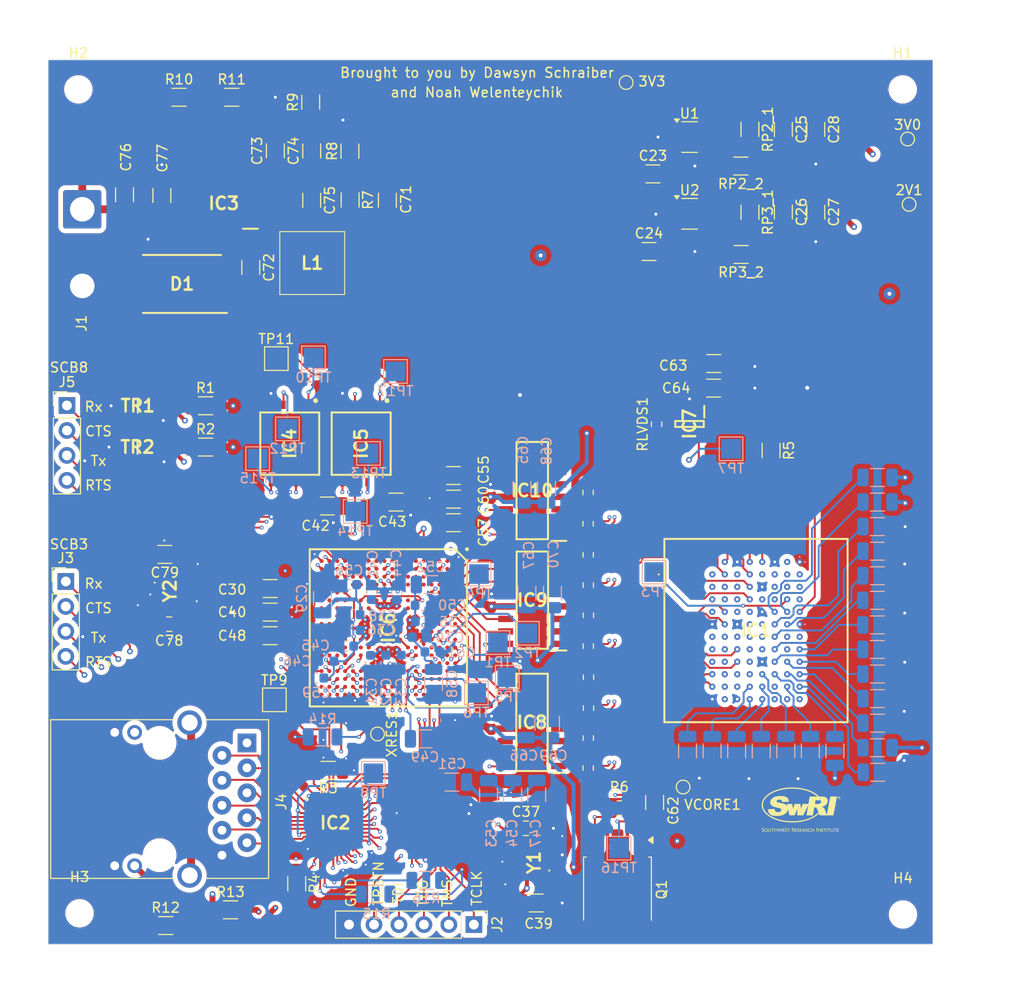
<source format=kicad_pcb>
(kicad_pcb (version 20241229) (generator "pcbnew") (generator_version "9.0")
  (layers (0 "F.Cu" signal) (4 "In1.Cu" signal) (6 "In2.Cu" signal) (8 "In3.Cu" signal) (10 "In4.Cu" signal) (2 "B.Cu" signal) (13 "F.Paste" user) (15 "B.Paste" user) (5 "F.SilkS" user "F.Silkscreen") (7 "B.SilkS" user "B.Silkscreen") (1 "F.Mask" user) (3 "B.Mask" user) (25 "Edge.Cuts" user))
  (net 0 "")
  (net 1 "+2V1")
  (net 2 "+3V3")
  (net 3 "+3V")
  (net 4 "/Voltage Regulation/DC_LINE_IN_28V")
  (net 5 "GND")
  (net 6 "/FRAME_REQ")
  (net 8 "/LVDS Conversion/LVDS_CH11_P")
  (net 10 "/LVDS Conversion/LVDS_CTR_OUT_N")
  (net 11 "/LVDS Conversion/LVDS_CH13_P")
  (net 14 "Net-(IC1-VRAMP2)")
  (net 15 "/CMOS_RESET_N")
  (net 16 "/LVDS Conversion/LVDS_CLK_OUT_P")
  (net 17 "/LVDS Conversion/LVDS_CH01_P")
  (net 18 "/CMOS_SPI_MISO")
  (net 20 "Net-(IC1-REF_ADC)")
  (net 21 "/CMOS_CLK_IN_N")
  (net 22 "Net-(IC1-VTF_L3)")
  (net 28 "Net-(IC1-COL_LOAD)")
  (net 29 "/LVDS Conversion/LVDS_CH11_N")
  (net 30 "Net-(IC1-VRES_L)")
  (net 31 "/LVDS Conversion/LVDS_CH15_P")
  (net 32 "Net-(IC1-SG_ADC)")
  (net 33 "/LVDS Conversion/LVDS_CLK_OUT_N")
  (net 34 "/LVDS Conversion/LVDS_CTR_OUT_P")
  (net 35 "Net-(IC1-VREF)")
  (net 39 "/LVDS Conversion/LVDS_CH03_P")
  (net 42 "/LVDS Conversion/LVDS_CH07_P")
  (net 43 "/LVDS Conversion/LVDS_CH05_N")
  (net 44 "/LVDS Conversion/LVDS_CH15_N")
  (net 45 "Net-(IC1-COL_AMP)")
  (net 46 "Net-(IC1-ADC)")
  (net 47 "Net-(IC1-CMD_N)")
  (net 50 "/LVDS Conversion/LVDS_CH09_P")
  (net 51 "/CMOS_MASTER_CLK")
  (net 54 "/CMOS_SPI_MOSI")
  (net 55 "/LVDS Conversion/LVDS_CH09_N")
  (net 56 "/CMOS_SPI_CLK")
  (net 57 "Net-(IC1-RAMP)")
  (net 58 "Net-(IC1-VPCH_H)")
  (net 59 "/LVDS Conversion/LVDS_CH03_N")
  (net 60 "/LVDS Conversion/LVDS_CH13_N")
  (net 61 "/LVDS Conversion/LVDS_CH01_N")
  (net 62 "Net-(IC1-VBGAP)")
  (net 64 "Net-(IC1-VRAMP1)")
  (net 65 "Net-(IC1-VRES_H)")
  (net 67 "/CMOS_CLK_IN_P")
  (net 68 "Net-(IC1-COL_PC)")
  (net 71 "Net-(IC1-CMD_P__INV)")
  (net 72 "Net-(IC1-LVDS)")
  (net 73 "Net-(IC1-VTF_L2)")
  (net 74 "Net-(IC1-CMD_P)")
  (net 75 "/CMOS_SPI_EN")
  (net 76 "/LVDS Conversion/LVDS_CH05_P")
  (net 77 "/LVDS Conversion/LVDS_CH07_N")
  (net 78 "/LVDS Conversion/CMOS_CH09")
  (net 79 "Net-(U1-FB)")
  (net 80 "/LVDS Conversion/CMOS_CH11")
  (net 81 "Net-(U2-FB)")
  (net 82 "/ETH0_TXD_0")
  (net 84 "/HRSTN")
  (net 86 "Net-(IC2-RCAL)")
  (net 87 "/ETH0_REF_CLK")
  (net 89 "/LVDS Conversion/CMOS_CH03")
  (net 91 "/Processing/QSPI_IO1")
  (net 92 "/Processing/QSPI_IO2")
  (net 93 "/Processing/QSPI_IO3")
  (net 94 "/Processing/QSPI_IO0")
  (net 95 "/Processing/QSPI_SCLK")
  (net 96 "/Processing/QSPI_SEL0")
  (net 97 "/Processing/QSPI_SEL1")
  (net 100 "/Processing/SCB0_CLK")
  (net 101 "/Processing/SCB8_CTS")
  (net 105 "/ETH0_RXD_0")
  (net 106 "/ETH0_RXD_2")
  (net 110 "/Processing/SCB0_SEL0")
  (net 115 "/Processing/SCB8_RX")
  (net 118 "/Processing/SCB8_RTS")
  (net 123 "/Processing/SCB2_MISO")
  (net 129 "/Processing/SCB0_MOSI")
  (net 135 "/LVDS Conversion/CMOS_CH05")
  (net 136 "/ETH0_TX_CLK")
  (net 139 "/Processing/SCB3_CTS")
  (net 140 "/LVDS Conversion/CMOS_CH13")
  (net 145 "/ETH0_RX_CTL")
  (net 148 "/Processing/SCB0_MISO")
  (net 149 "/ETH0_TX_CTL")
  (net 161 "/Processing/SCB2_MOSI")
  (net 168 "/Processing/SCB3_RTS")
  (net 169 "/ETH0_TXD_1")
  (net 174 "/ETH0_RXD_1")
  (net 177 "/Processing/EXT_PS_CTL0")
  (net 179 "/Processing/ECO_IN")
  (net 183 "/Processing/SWJ_TRSTN")
  (net 193 "/LVDS Conversion/CMOS_CH01")
  (net 196 "/ETH0_RXD_3")
  (net 200 "/Processing/TEMPR_ADC1 (P6.1)")
  (net 214 "/LVDS Conversion/CMOS_CTR_OUT")
  (net 227 "Net-(IC6B-XRES__L)")
  (net 229 "/Processing/SCB2_CLK")
  (net 230 "/ETH0_MDIO")
  (net 241 "/ETH0_RX_CLK")
  (net 243 "/ETH0_TXD_2")
  (net 251 "/Processing/DRV_VOUT")
  (net 256 "/Processing/SCB2_SEL0")
  (net 257 "/ETH0_TXD_3")
  (net 260 "/LVDS Conversion/CMOS_CH07")
  (net 261 "/Processing/TEMPR_ADC0 (P6.0)")
  (net 263 "/ETH0_MDC")
  (net 267 "/LVDS Conversion/CMOS_CH15")
  (net 268 "/Processing/SWJ_SWDOE_TDI")
  (net 275 "/LVDS Conversion/LVDS_RECV_EN")
  (net 279 "/LVDS Conversion/CMOS_CLK_OUT")
  (net 285 "/BI_DB_P")
  (net 286 "/VDD1V1")
  (net 287 "/PHY_LED0")
  (net 288 "/PHY_LED1")
  (net 289 "/BI_DA_P")
  (net 290 "/BI_DC_P")
  (net 291 "/BI_DD_P")
  (net 292 "/BI_DD_N")
  (net 293 "/BI_DC_N")
  (net 294 "/BI_DA_N")
  (net 301 "unconnected-(J4-PadSH)")
  (net 303 "/BI_DB_N")
  (net 307 "/Processing/EXT_PS_CTL1")
  (net 318 "/Processing/SWJ_SWCLK_TCLK")
  (net 319 "/Processing/SWJ_SWDIO_TMS")
  (net 320 "/Processing/SCB8_TX")
  (net 321 "/Processing/SWJ_SWO_TDO")
  (net 322 "/Processing/SCB3_TX (P17.2)")
  (net 323 "/Processing/SCB3_RX (P17.1)")
  (net 326 "Net-(IC3-BOOT)")
  (net 327 "Net-(D1-K)")
  (net 328 "Net-(IC3-VSENSE)")
  (net 329 "Net-(C74-Pad2)")
  (net 330 "Net-(IC3-ENA)")
  (net 331 "Net-(IC2-GPHY_LED1{slash}CFG_LDO0)")
  (net 332 "Net-(IC2-GPHY_LED0{slash}CFG_EXT)")
  (footprint "Capacitor_SMD:C_1206_3216Metric" (layer "F.Cu") (at 186.5 57.275 -90)
    (property "Reference" "C28")
    (property "Value" "1uF")
  )
  (footprint "TestPoint:TestPoint_Pad_D1.0mm" (layer "F.Cu") (at 196 64.9)
    (property "Reference" "2V1")
    (property "Value" "TestPoint")
  )
  (footprint "Connector_PinHeader_2.54mm:PinHeader_1x04_P2.54mm_Vertical" (layer "F.Cu") (at 110.17 103.28)
    (property "Reference" "J3")
    (property "Value" "Conn_01x04_Pin")
  )
  (footprint "Connector_RJ:RJ45_UDE_RB1-125B8G1A" (layer "F.Cu") (at 117.18 132.21 -90)
    (property "Reference" "J4")
    (property "Value" "RJ45_JXD1-0001NL" (hide yes))
  )
  (footprint "Resistor_SMD:R_1206_3216Metric" (layer "F.Cu") (at 178.9 70 180)
    (property "Reference" "RP3_2")
    (property "Value" "42.2k")
  )
  (footprint "SamacSys_Parts:SOIC127P600X170-9N" (layer "F.Cu") (at 126.25 64.8 180)
    (property "Reference" "IC3")
    (property "Value" "TPS5430DDAR" (hide yes))
  )
  (footprint "SamacSys_Parts:SON127P800X600X65-8N" (layer "F.Cu") (at 132.965 89.25 -90)
    (property "Reference" "IC4")
    (property "Value" "MT29F2G01ABAGDWB-IT_G_TR" (hide yes))
  )
  (footprint "Resistor_SMD:R_1206_3216Metric" (layer "F.Cu") (at 124.4 85.4)
    (property "Reference" "R1")
    (property "Value" "1k")
  )
  (footprint "Capacitor_SMD:C_1206_3216Metric" (layer "F.Cu") (at 120.25 100.525 180)
    (property "Reference" "C79")
    (property "Value" "0.1uF")
  )
  (footprint "Capacitor_SMD:C_1206_3216Metric" (layer "F.Cu") (at 176.125 81.1)
    (property "Reference" "C63")
    (property "Value" "0.1uF")
  )
  (footprint "Capacitor_SMD:C_1206_3216Metric" (layer "F.Cu") (at 116.15 63.925 90)
    (property "Reference" "C76")
    (property "Value" "4.7uF")
  )
  (footprint "Resistor_SMD:R_1206_3216Metric" (layer "F.Cu") (at 120.3375 138.3)
    (property "Reference" "R12")
    (property "Value" "60")
  )
  (footprint "Package_TO_SOT_SMD:TO-252-3_TabPin4" (layer "F.Cu") (at 166.32 134.64 -90)
    (property "Reference" "Q1")
    (property "Value" "ZXT849K")
  )
  (footprint "Resistor_SMD:R_1206_3216Metric" (layer "F.Cu") (at 136.875 122.5 180)
    (property "Reference" "R3")
    (property "Value" "2.49k")
  )
  (footprint "TestPoint:TestPoint_Pad_D1.0mm" (layer "F.Cu") (at 167.2 52.5)
    (property "Reference" "3V3")
    (property "Value" "TestPoint")
  )
  (footprint "TestPoint:TestPoint_Pad_D1.0mm" (layer "F.Cu") (at 173 124.2)
    (property "Reference" "VCORE1")
    (property "Value" "TestPoint")
  )
  (footprint "Resistor_SMD:R_0603_1608Metric" (layer "F.Cu") (at 163.35 103.655 90)
    (property "Reference" "RLVDS8" (hide yes))
    (property "Value" "100")
  )
  (footprint "MountingHole:MountingHole_2.7mm" (layer "F.Cu") (at 111.575 137.05)
    (property "Reference" "H3")
    (property "Value" "MountingHole")
  )
  (footprint "Package_TO_SOT_SMD:SOT-23-5" (layer "F.Cu") (at 173.6625 65.86)
    (property "Reference" "U2")
    (property "Value" "TPS73601MDBVREP")
  )
  (footprint "Resistor_SMD:R_1206_3216Metric" (layer "F.Cu") (at 124.4 89.6)
    (property "Reference" "R2")
    (property "Value" "1k")
  )
  (footprint "Resistor_SMD:R_0805_2012Metric" (layer "F.Cu") (at 166.51 126.34 180)
    (property "Reference" "R6")
    (property "Value" "0.1")
  )
  (footprint "Resistor_SMD:R_1206_3216Metric" (layer "F.Cu") (at 127.0625 54)
    (property "Reference" "R11")
    (property "Value" "33k")
  )
  (footprint "Capacitor_SMD:C_1206_3216Metric" (layer "F.Cu") (at 130.975 108.8 180)
    (property "Reference" "C48")
    (property "Value" "1uF")
  )
  (footprint "SamacSys_Parts:swri_Logo" (layer "F.Cu") (at 185 126.5)
    (property "Reference" "G***" (hide yes))
    (property "Value" "LOGO" (hide yes))
  )
  (footprint "Resistor_SMD:R_1206_3216Metric" (layer "F.Cu") (at 181.95 89.95 -90)
    (property "Reference" "R5")
    (property "Value" "10k")
  )
  (footprint "Connector_Wire:SolderWire-2sqmm_1x02_P7.8mm_D2mm_OD3.9mm" (layer "F.Cu") (at 111.85 65.4 -90)
    (property "Reference" "J1")
    (property "Value" "DC_IN_PADS")
  )
  (footprint "Capacitor_SMD:C_1206_3216Metric" (layer "F.Cu") (at 131.5 59.455 90)
    (property "Reference" "C73")
    (property "Value" "150pF")
  )
  (footprint "Resistor_SMD:R_0603_1608Metric" (layer "F.Cu") (at 163.36 106.725 90)
    (property "Reference" "RLVDS7" (hide yes))
    (property "Value" "100")
  )
  (footprint "Capacitor_SMD:C_1206_3216Metric" (layer "F.Cu") (at 129 71.325 -90)
    (property "Reference" "C72")
    (property "Value" "0.01uF")
  )
  (footprint "Capacitor_SMD:C_1206_3216Metric" (layer "F.Cu") (at 183.2 65.675 -90)
    (property "Reference" "C26")
    (property "Value" "0.01uF")
  )
  (footprint "Capacitor_SMD:C_1206_3216Metric" (layer "F.Cu") (at 130.975 104 180)
    (property "Reference" "C30")
    (property "Value" "1uF")
  )
  (footprint "SamacSys_Parts:DIOM8059X261N" (layer "F.Cu") (at 122 73 180)
    (property "Reference" "D1")
    (property "Value" "MBRS340T3G" (hide yes))
  )
  (footprint "Resistor_SMD:R_1206_3216Metric" (layer "F.Cu") (at 178.875 61 180)
    (property "Reference" "RP2_2")
    (property "Value" "30.9k")
  )
  (footprint "Resistor_SMD:R_0603_1608Metric" (layer "F.Cu") (at 170.3 87.275 90)
    (property "Reference" "RLVDS1")
    (property "Value" "100")
  )
  (footprint "Resistor_SMD:R_1206_3216Metric" (layer "F.Cu") (at 139.09 59.4875 90)
    (property "Reference" "R8")
    (property "Value" "5.9k")
  )
  (footprint "Resistor_SMD:R_0603_1608Metric" (layer "F.Cu") (at 163.37 116.165 90)
    (property "Reference" "RLVDS4" (hide yes))
    (property "Value" "100")
  )
  (footprint "SamacSys_Parts:SOT95P280X145-5N" (layer "F.Cu") (at 173.65 87.25 -90)
    (property "Reference" "IC7")
    (property "Value" "DS90LV011AHMF_NOPB" (hide yes))
  )
  (footprint "Resistor_SMD:R_1206_3216Metric" (layer "F.Cu") (at 121.7 54)
    (property "Reference" "R10")
    (property "Value" "249k")
  )
  (footprint "TestPoint:TestPoint_Pad_2.0x2.0mm" (layer "F.Cu") (at 131.6 80.6)
    (property "Reference" "TP11")
    (property "Value" "QSPI_IO1")
  )
  (footprint "Resistor_SMD:R_1206_3216Metric" (layer "F.Cu") (at 135.1 54.5 90)
    (property "Reference" "R9")
    (property "Value" "549")
  )
  (footprint "Resistor_SMD:R_1206_3216Metric" (layer "F.Cu") (at 126.9375 136.7)
    (property "Reference" "R13")
    (property "Value" "56")
  )
  (footprint "SamacSys_Parts:RESC3016X65N" (layer "F.Cu") (at 117.475 89.6 180)
    (property "Reference" "TR2")
    (property "Value" "PTS120601B1K00P100" (hide yes))
  )
  (footprint "Resistor_SMD:R_0603_1608Metric" (layer "F.Cu") (at 163.34 100.565 90)
    (property "Reference" "RLVDS9" (hide yes))
    (property "Value" "100")
  )
  (footprint "TestPoint:TestPoint_Pad_D1.0mm" (layer "F.Cu") (at 195.85 58.25)
    (property "Reference" "3V0")
    (property "Value" "TestPoint")
  )
  (footprint "Capacitor_SMD:C_0805_2012Metric" (layer "F.Cu") (at 157 128.4)
    (property "Reference" "C37")
    (property "Value" "15pF")
  )
  (footprint "Resistor_SMD:R_1206_3216Metric" (layer "F.Cu") (at 133.675 134.0375 -90)
    (property "Reference" "R4")
    (property "Value" "10k")
  )
  (footprint "Capacitor_SMD:C_0805_2012Metric" (layer "F.Cu") (at 120.7 107.625 180)
    (property "Reference" "C78")
    (property "Value" "15pF")
  )
  (footprint "MountingHole:MountingHole_2.7mm" (layer "F.Cu") (at 111.45 53.2)
    (property "Reference" "H2")
    (property "Value" "MountingHole")
  )
  (footprint "SamacSys_Parts:SON127P800X600X65-8N" (layer "F.Cu") (at 140.235 89.25 -90)
    (property "Reference" "IC5")
    (property "Value" "MT29F2G01ABAGDWB-IT_G_TR" (hide yes))
  )
  (footprint "Capacitor_SMD:C_1206_3216Metric" (layer "F.Cu") (at 149.625 92.5 180)
    (property "Reference" "C55")
    (property "Value" "1uF")
  )
  (footprint "Capacitor_SMD:C_1206_3216Metric" (layer "F.Cu") (at 186.5 65.7 -90)
    (property "Reference" "C27")
    (property "Value" "1uF")
  )
  (footprint "Capacitor_SMD:C_1206_3216Metric" (layer "F.Cu") (at 169.925 61.8)
    (property "Reference" "C23")
    (property "Value" "1uF")
  )
  (footprint "Capacitor_SMD:C_1206_3216Metric" (layer "F.Cu") (at 176.1 83.6)
    (property "Reference" "C64")
    (property "Value" "0.01uF")
  )
  (footprint "SamacSys_Parts:SOIC127P600X175-16N" (layer "F.Cu") (at 157.658 105.185 180)
    (property "Reference" "IC9")
    (property "Value" "DS90LV048ATM_NOPB" (hide yes))
  )
  (footprint "MountingHole:MountingHole_2.7mm" (layer "F.Cu") (at 195.35 53.2)
    (property "Reference" "H1")
    (property "Value" "MountingHole")
  )
  (footprint "Resistor_SMD:R_0603_1608Metric" (layer "F.Cu") (at 163.33 94.215 90)
    (property "Reference" "RLVDS11" (hide yes))
    (property "Value" "100")
  )
  (footprint "Resistor_SMD:R_0603_1608Metric" (layer "F.Cu") (at 163.35 109.855 90)
    (property "Reference" "RLVDS6" (hide yes))
    (property "Value" "100")
  )
  (footprint "SamacSys_Parts:BGA272C80P18X18_1600X1600X170" (layer "F.Cu") (at 143 108 -90)
    (property "Reference" "IC6")
    (property "Value" "XMC7200D-E272K8384AA" (hide yes))
  )
  (footprint "Resistor_SMD:R_0603_1608Metric" (layer "F.Cu") (at 163.33 97.405 90)
    (property "Reference" "RLVDS10" (hide yes))
    (property "Value" "100")
  )
  (footprint "SamacSys_Parts:SOIC127P600X175-16N" (layer "F.Cu") (at 157.62 117.62 180)
    (property "Reference" "IC8")
    (property "Value" "DS90LV048ATM_NOPB" (hide yes))
  )
  (footprint "Capacitor_SMD:C_1206_3216Metric" (layer "F.Cu") (at 130.975 106.4 180)
    (property "Reference" "C40")
    (property "Value" "1uF")
  )
  (footprint "Capacitor_SMD:C_1206_3216Metric" (layer "F.Cu") (at 142.9 64.485 90)
    (property "Reference" "C71")
    (property "Value" "100uF")
  )
  (footprint "Resistor_SMD:R_1206_3216Metric" (layer "F.Cu") (at 179.8 57.2625 -90)
    (property "Reference" "RP2_1")
    (property "Value" "46.4k")
  )
  (footprint "Capacitor_SMD:C_1206_3216Metric" (layer "F.Cu") (at 135.2 64.4875 -90)
    (property "Reference" "C75")
    (property "Value" "1500pF")
  )
  (footprint "SamacSys_Parts:SOIC127P600X175-16N" (layer "F.Cu") (at 157.646 94.03 180)
    (property "Reference" "IC10")
    (property "Value" "DS90LV048ATM_NOPB" (hide yes))
  )
  (footprint "Resistor_SMD:R_1206_3216Metric" (layer "F.Cu") (at 179.8 65.7 -90)
    (property "Reference" "RP3_1")
    (property "Value" "31.6k")
  )
  (footprint "MountingHole:MountingHole_2.7mm" (layer "F.Cu") (at 195.375 137.175)
    (property "Reference" "H4")
    (property "Value" "MountingHole")
  )
  (footprint "Capacitor_SMD:C_1206_3216Metric" (layer "F.Cu") (at 169.525 69.7)
    (property "Reference" "C24")
    (property "Value" "1uF")
  )
  (footprint "TestPoint:TestPoint_Pad_D1.0mm" (layer "F.Cu") (at 141.9 118.8 -90)
    (property "Reference" "XRES1")
    (property "Value" "TestPoint")
  )
  (footprint "Capacitor_SMD:C_1206_3216Metric" (layer "F.Cu") (at 119.95 64 90)
    (property "Reference" "C77")
    (property "Value" "4.7uF")
  )
  (footprint "Capacitor_SMD:C_1206_3216Metric" (layer "F.Cu") (at 183.2 57.275 -90)
    (property "Reference" "C25")
    (property "Value" "0.01uF")
  )
  (footprint "Resistor_SMD:R_0603_1608Metric" (layer "F.Cu") (at 163.332 122.27 90)
    (property "Reference" "RLVDS2" (hide yes))
    (property "Value" "100" (hide yes))
  )
  (footprint "Package_TO_SOT_SMD:SOT-23-5" (layer "F.Cu") (at 173.6625 58.05)
    (property "Reference" "U1")
    (property "Value" "TPS73601MDBVREP")
  )
  (footprint "Capacitor_SMD:C_1206_3216Metric" (layer "F.Cu") (at 158.05 136)
    (property "Reference" "C39")
    (property "Value" "0.1uF")
  )
  (footprint "Capacitor_SMD:C_1206_3216Metric" (layer "F.Cu") (at 149.625 97.3 180)
    (property "Reference" "C57")
    (property "Value" "2.2uF")
  )
  (footprint "SamacSys_Parts:QFN40P500X500X95-41N-D" (layer "F.Cu") (at 137.6 127.85)
    (property "Reference" "IC2")
    (property "Value" "MXL86110I-AQB-R" (hide yes))
  )
  (footprint "Connector_PinHeader_2.54mm:PinHeader_1x04_P2.54mm_Vertical" (layer "F.Cu") (at 110.29 85.37)
    (property "Reference" "J5")
    (property "Value" "Conn_01x04_Pin")
  )
  (footprint "Resistor_SMD:R_1206_3216Metric" (layer "F.Cu") (at 139.11 64.4525 -90)
    (property "Reference" "R7")
    (property "Value" "10k")
  )
  (footprint "SamacSys_Parts:RESC3016X65N" (layer "F.Cu") (at 117.5 85.4 180)
    (property "Reference" "TR1")
    (property "Value" "PTS120601B1K00P100" (hide yes))
  )
  (footprint "Resistor_SMD:R_0603_1608Metric" (layer "F.Cu") (at 163.37 113.025 90)
    (property "Reference" "RLVDS5" (hide yes))
    (property "Value" "100")
  )
  (footprint "SamacSys_Parts:DSC1101DM20120000" (layer "F.Cu") (at 157.825 131.875 90)
    (property "Reference" "Y1")
    (property "Value" "DSC1101DM2-012.0000" (hide yes))
  )
  (footprint "Connector_PinHeader_2.54mm:PinHeader_1x06_P2.54mm_Vertical" (layer "F.Cu") (at 151.7 138.2 -90)
    (property "Reference" "J2")
    (property "Value" "Conn_01x06_Pin")
  )
  (footprint "Capacitor_SMD:C_1206_3216Metric" (layer "F.Cu") (at 149.625 94.9 180)
    (property "Reference" "C60")
    (property "Value" "2.2uF")
  )
  (footprint "Capacitor_SMD:C_1206_3216Metric" (layer "F.Cu") (at 143.775 95.2)
    (property "Reference" "C43")
    (property "Value" "0.1uF")
  )
  (footprint "SamacSys_Parts:DSC1101DM20120000" (layer "F.Cu") (at 120.775 104.225 -90)
    (property "Reference" "Y2")
    (property "Value" "DSC1101DM2-125.0000T" (hide yes))
  )
  (footprint "TestPoint:TestPoint_Pad_2.0x2.0mm" (layer "F.Cu") (at 131.4 115.325)
    (property "Reference" "TP9")
    (property "Value" "ETH0_REF_CLK")
  )
  (footprint "Resistor_SMD:R_0603_1608Metric" (layer "F.Cu") (at 163.35 119.215 90)
    (property "Reference" "RLVDS3" (hide yes))
    (property "Value" "100")
  )
  (footprint "Capacitor_SMD:C_1206_3216Metric" (layer "F.Cu") (at 135.2 59.4625 90)
    (property "Reference" "C74")
    (property "Value" "0.1uF")
  )
  (footprint "Capacitor_SMD:C_1206_3216Metric" (layer "F.Cu") (at 136.8 95.6)
    (property "Reference" "C42")
    (property "Value" "0.1uF")
  )
  (footprint "Capacitor_SMD:C_1206_3216Metric" (layer "F.Cu") (at 170.1 125.775 -90)
    (property "Reference" "C62")
    (property "Value" "10uF")
  )
  (footprint "SamacSys_Parts:SRP6060FA150M" (layer "F.Cu") (at 135.25 70.875 180)
    (property "Reference" "L1")
    (property "Value" "SRP6060FA-150M" (hide yes))
  )
  (footprint "SamacSys_Parts:CMV40003E5M0PN" (layer "F.Cu") (at 175.97 102.56)
    (property "Reference" "IC1")
    (property "Value" "CMV4000-3E5M0PN" (hide yes))
  )
  (footprint "Capacitor_SMD:C_1206_3216Metric" (layer "B.Cu") (at 147.325 103.6)
    (property "Reference" "C52")
    (property "Value" "0.01uF")
  )
  (footprint "Capacitor_SMD:C_1206_3216Metric" (layer "B.Cu") (at 136.3 105 90)
    (property "Reference" "C29")
    (property "Value" "10uF")
  )
  (footprint "TestPoint:TestPoint_Pad_2.0x2.0mm" (layer "B.Cu") (at 170.05 102.325)
    (property "Reference" "TP3")
    (property "Value" "CMOS_SPI_EN")
  )
  (footprint "Capacitor_SMD:C_0603_1608Metric" (layer "B.Cu") (at 143.85 104.375 90)
    (property "Reference" "C44")
    (property "Value" "0.1uF")
  )
  (footprint "Capacitor_SMD:C_1206_3216Metric" (layer "B.Cu") (at 155.65 125.025 -90)
    (property "Reference" "C54")
    (property "Value" "0.1uF")
  )
  (footprint "TestPoint:TestPoint_Pad_2.0x2.0mm" (layer "B.Cu") (at 166.475 130.425)
    (property "Reference" "TP16")
    (property "Value" "DRV_VOUT")
  )
  (footprint "Capacitor_SMD:C_1206_3216Metric" (layer "B.Cu") (at 159.5 117.7 90)
    (property "Reference" "C69")
    (property "Value" "0.1uF")
  )
  (footprint "Capacitor_SMD:C_0603_1608Metric" (layer "B.Cu") (at 147.5 110.45)
    (property "Reference" "C61")
    (property "Value" "0.1uF")
  )
  (footprint "Capacitor_SMD:C_1206_3216Metric" (layer "B.Cu") (at 180.95 120.525 90)
    (property "Reference" "C3" (hide yes))
    (property "Value" "0.1uF")
  )
  (footprint "Resistor_SMD:R_1206_3216Metric" (layer "B.Cu") (at 141.7 135.1)
    (property "Reference" "R15")
    (property "Value" "10k")
  )
  (footprint "Capacitor_SMD:C_1206_3216Metric" (layer "B.Cu") (at 149.475 123.7 180)
    (property "Reference" "C51")
    (property "Value" "0.1uF")
  )
  (footprint "Capacitor_SMD:C_1206_3216Metric" (layer "B.Cu") (at 192.77 97.7 180)
    (property "Reference" "C6" (hide yes))
    (property "Value" "0.1uF")
  )
  (footprint "Capacitor_SMD:C_1206_3216Metric" (layer "B.Cu") (at 157.1 104.475 90)
    (property "Reference" "C67")
    (property "Value" "1000pF")
  )
  (footprint "Capacitor_SMD:C_1206_3216Metric" (layer "B.Cu") (at 146.725 119.3)
    (property "Reference" "C49")
    (property "Value" "0.1uF")
  )
  (footprint "Resistor_SMD:R_1206_3216Metric" (layer "B.Cu") (at 146.8625 133.7)
    (property "Reference" "R16")
    (property "Value" "10k")
  )
  (footprint "Capacitor_SMD:C_1206_3216Metric" (layer "B.Cu") (at 192.76 105.2 180)
    (property "Reference" "C8" (hide yes))
    (property "Value" "0.1uF")
  )
  (footprint "Capacitor_SMD:C_1206_3216Metric" (layer "B.Cu") (at 185.95 120.525 90)
    (property "Reference" "C14" (hide yes))
    (property "Value" "0.1uF")
  )
  (footprint "Capacitor_SMD:C_1206_3216Metric" (layer "B.Cu") (at 192.78 95.2 180)
    (property "Reference" "C10" (hide yes))
    (property "Value" "0.1uF")
  )
  (footprint "Capacitor_SMD:C_1206_3216Metric" (layer "B.Cu") (at 173.45 120.525 90)
    (property "Reference" "C19" (hide yes))
    (property "Value" "0.1uF")
  )
  (footprint "TestPoint:TestPoint_Pad_2.0x2.0mm" (layer "B.Cu") (at 157.15 108.55)
    (property "Reference" "TP2")
    (property "Value" "CMOS_SPI_CLK")
  )
  (footprint "Capacitor_SMD:C_0603_1608Metric" (layer "B.Cu") (at 138.7 109.85 180)
    (property "Reference" "C45")
    (property "Value" "0.1uF")
  )
  (footprint "TestPoint:TestPoint_Pad_2.0x2.0mm" (layer "B.Cu") (at 132.725 87.75)
    (property "Reference" "TP12")
    (property "Value" "QSPI_IO2")
  )
  (footprint "Capacitor_SMD:C_0603_1608Metric" (layer "B.Cu") (at 146.5 105.7)
    (property "Reference" "C50")
    (property "Value" "0.1uF")
  )
  (footprint "Capacitor_SMD:C_0603_1608Metric" (layer "B.Cu") (at 146.215 108.95)
    (property "Reference" "C34")
    (property "Value" "0.1uF")
  )
  (footprint "TestPoint:TestPoint_Pad_2.0x2.0mm" (layer "B.Cu") (at 154.15 109.5)
    (property "Reference" "TP1")
    (property "Value" "CMOS_RESET_N")
  )
  (footprint "Capacitor_SMD:C_0603_1608Metric" (layer "B.Cu") (at 139 103.6 180)
    (property "Reference" "C56")
    (property "Value" "0.1uF")
  )
  (footprint "Capacitor_SMD:C_1206_3216Metric" (layer "B.Cu") (at 192.775 117.7 180)
    (property "Reference" "C17" (hide yes))
    (property "Value" "0.1uF")
  )
  (footprint "Capacitor_SMD:C_1206_3216Metric" (layer "B.Cu") (at 178.45 120.525 90)
    (property "Reference" "C4" (hide yes))
    (property "Value" "0.1uF")
  )
  (footprint "Capacitor_SMD:C_0603_1608Metric" (layer "B.Cu") (at 142.75 111.575 -90)
    (property "Reference" "C32")
    (property "Value" "0.1uF")
  )
  (footprint "Capacitor_SMD:C_1206_3216Metric" (layer "B.Cu") (at 153.2 125.025 -90)
    (property "Reference" "C53")
    (property "Value" "0.1uF")
  )
  (footprint "Capacitor_SMD:C_0603_1608Metric" (layer "B.Cu") (at 139.35 106.65 180)
    (property "Reference" "C38")
    (property "Value" "0.1uF")
  )
  (footprint "Capacitor_SMD:C_1206_3216Metric" (layer "B.Cu") (at 159.1 93.825 90)
    (property "Reference" "C68")
    (property "Value" "0.1uF")
  )
  (footprint "TestPoint:TestPoint_Pad_2.0x2.0mm" (layer "B.Cu") (at 135.375 80.525)
    (property "Reference" "TP10")
    (property "Value" "QSPI_SEL0")
  )
  (footprint "Capacitor_SMD:C_1206_3216Metric" (layer "B.Cu") (at 158.1 125 -90)
    (property "Reference" "C47")
    (property "Value" "1uF")
  )
  (footprint "Capacitor_SMD:C_1206_3216Metric" (layer "B.Cu") (at 192.765 102.7 180)
    (property "Reference" "C7" (hide yes))
    (property "Value" "0.1uF")
  )
  (footprint "TestPoint:TestPoint_Pad_2.0x2.0mm" (layer "B.Cu") (at 177.875 89.775)
    (property "Reference" "TP7")
    (property "Value" "CMOS_MASTER_CLK")
  )
  (footprint "Capacitor_SMD:C_0603_1608Metric" (layer "B.Cu") (at 141.2 111.575 -90)
    (property "Reference" "C31")
    (property "Value" "0.1uF")
  )
  (footprint "Capacitor_SMD:C_1206_3216Metric" (layer "B.Cu") (at 192.765 112.7 180)
    (property "Reference" "C16" (hide yes))
    (property "Value" "0.1uF")
  )
  (footprint "Capacitor_SMD:C_0603_1608Metric" (layer "B.Cu") (at 139.35 108.25 180)
    (property "Reference" "C36")
    (property "Value" "0.1uF")
  )
  (footprint "Capacitor_SMD:C_1206_3216Metric" (layer "B.Cu") (at 157 117.7 90)
    (property "Reference" "C66")
    (property "Value" "1000pF")
  )
  (footprint "TestPoint:TestPoint_Pad_2.0x2.0mm" (layer "B.Cu") (at 155.1 113.025)
    (property "Reference" "TP5")
    (property "Value" "CMOS_SPI_MOSI")
  )
  (footprint "Capacitor_SMD:C_1206_3216Metric" (layer "B.Cu") (at 183.45 120.525 90)
    (property "Reference" "C2" (hide yes))
    (property "Value" "0.1uF")
  )
  (footprint "TestPoint:TestPoint_Pad_2.0x2.0mm" (layer "B.Cu") (at 152.225 102.525)
    (property "Reference" "TP4")
    (property "Value" "FRAME_REQ")
  )
  (footprint "TestPoint:TestPoint_Pad_2.0x2.0mm" (layer "B.Cu") (at 141.475 122.8)
    (property "Reference" "TP8")
    (property "Value" "VDD1V1")
  )
  (footprint "Capacitor_SMD:C_0603_1608Metric" (layer "B.Cu") (at 146.525 107.35)
    (property "Reference" "C35")
    (property "Value" "0.1uF")
  )
  (footprint "TestPoint:TestPoint_Pad_2.0x2.0mm" (layer "B.Cu") (at 143.725 81.9)
    (property "Reference" "TP17")
    (property "Value" "QSPI_SEL1")
  )
  (footprint "Capacitor_SMD:C_0603_1608Metric" (layer "B.Cu") (at 141.3 104.35 90)
    (property "Reference" "C41")
    (property "Value" "0.1uF")
  )
  (footprint "Capacitor_SMD:C_1206_3216Metric" (layer "B.Cu") (at 159.7 104.475 90)
    (property "Reference" "C70")
    (property "Value" "0.1uF")
  )
  (footprint "Capacitor_SMD:C_1206_3216Metric" (layer "B.Cu") (at 192.76 110.2 180)
    (property "Reference" "C9" (hide yes))
    (property "Value" "0.1uF")
  )
  (footprint "TestPoint:TestPoint_Pad_2.0x2.0mm" (layer "B.Cu") (at 140.975 90.25)
    (property "Reference" "TP13")
    (property "Value" "QSPI_IO3")
  )
  (footprint "Capacitor_SMD:C_1206_3216Metric" (layer "B.Cu") (at 192.775 115.2 180)
    (property "Reference" "C12" (hide yes))
    (property "Value" "0.1uF")
  )
  (footprint "Capacitor_SMD:C_1206_3216Metric" (layer "B.Cu") (at 192.775 92.7 180)
    (property "Reference" "C5" (hide yes))
    (property "Value" "0.1uF")
  )
  (footprint "Capacitor_SMD:C_1206_3216Metric" (layer "B.Cu") (at 192.775 120.2 180)
    (property "Reference" "C13" (hide yes))
    (property "Value" "0.1uF")
  )
  (footprint "Resistor_SMD:R_1206_3216Metric" (layer "B.Cu") (at 136.3 119.1 180)
    (property "Reference" "R14")
    (property "Value" "10k")
  )
  (footprint "TestPoint:TestPoint_Pad_2.0x2.0mm" (layer "B.Cu") (at 139.625 96.15)
    (property "Reference" "TP14")
    (property "Value" "QSPI_SCLK")
  )
  (footprint "Capacitor_SMD:C_0603_1608Metric" (layer "B.Cu") (at 144.3 111.55 -90)
    (property "Reference" "C33")
    (property "Value" "0.1uF")
  )
  (footprint "TestPoint:TestPoint_Pad_2.0x2.0mm" (layer "B.Cu") (at 129.7 90.775)
    (property "Reference" "TP15")
    (property "Value" "QSPI_IO0")
  )
  (footprint "Capacitor_SMD:C_1206_3216Metric" (layer "B.Cu") (at 156.6 93.825 90)
    (property "Reference" "C65")
    (property "Value" "1000pF")
  )
  (footprint "Capacitor_SMD:C_1206_3216Metric" (layer "B.Cu") (at 192.805 122.7 180)
    (property "Reference" "C18" (hide yes))
    (property "Value" "0.1uF")
  )
  (footprint "Capacitor_SMD:C_0603_1608Metric" (layer "B.Cu") (at 136.675 111.4 180)
    (property "Reference" "C46")
    (property "Value" "0.1uF")
  )
  (footprint "Capacitor_SMD:C_1206_3216Metric" (layer "B.Cu") (at 192.77 100.2 180)
    (property "Reference" "C11" (hide yes))
    (property "Value" "0.1uF")
  )
  (footprint "Capacitor_SMD:C_0603_1608Metric" (layer "B.Cu") (at 135.6625 113.1 180)
    (property "Reference" "C59")
    (property "Value" "0.1uF")
  )
  (footprint "Capacitor_SMD:C_1206_3216Metric" (layer "B.Cu") (at 175.95 120.525 90)
    (property "Reference" "C20" (hide yes))
    (property "Value" "0.1uF")
  )
  (footprint "TestPoint:TestPoint_Pad_2.0x2.0mm" (layer "B.Cu") (at 151.95 114.625)
    (property "Reference" "TP6")
    (property "Value" "CMOS_SPI_MISO")
  )
  (footprint "Capacitor_SMD:C_1206_3216Metric" (layer "B.Cu") (at 188.45 120.525 90)
    (property "Reference" "C1" (hide yes))
    (property "Value" "0.1uF")
  )
  (footprint "Capacitor_SMD:C_1206_3216Metric" (layer "B.Cu") (at 147.6 113.7 -90)
    (property "Reference" "C58")
    (property "Value" "0.01uF")
  )
  (footprint "Capacitor_SMD:C_1206_3216Metric" (layer "B.Cu") (at 192.76 107.7 180)
    (property "Reference" "C15" (hide yes))
    (property "Value" "0.1uF")
  )
  (gr_rect (start 108.4 50.2) (end 198.4 140.2) (stroke (width 0.05)) (fill no) (layer "Edge.Cuts"))
  (gr_text "Brought to you by Dawsyn Schraiber" (at 138 51.5 0) (layer "F.SilkS") (effects (font (size 1 1)) (justify left)))
  (gr_text "GND" (at 139.2 134.9 90) (layer "F.SilkS") (effects (font (size 1 1))))
  (gr_text "SCB3" (at 110.5 99.5 0) (layer "F.SilkS") (effects (font (size 1 1))))
  (gr_text "RTS\n" (at 113.5 111.5 0) (layer "F.SilkS") (effects (font (size 1 1))))
  (gr_text "Rx\n" (at 113 103.5 0) (layer "F.SilkS") (effects (font (size 1 1))))
  (gr_text "CTS\n" (at 113.5 88 0) (layer "F.SilkS") (effects (font (size 1 1))))
  (gr_text "TMS" (at 149 135 90) (layer "F.SilkS") (effects (font (size 1 1))))
  (gr_text "TDO" (at 146.5 135 90) (layer "F.SilkS") (effects (font (size 1 1))))
  (gr_text "SCB8" (at 110.5 81.5 0) (layer "F.SilkS") (effects (font (size 1 1))))
  (gr_text "TRSTN" (at 142 134 90) (layer "F.SilkS") (effects (font (size 1 1))))
  (gr_text "TDI\n" (at 144 135 90) (layer "F.SilkS") (effects (font (size 1 1))))
  (gr_text "TCLK" (at 152 134.5 90) (layer "F.SilkS") (effects (font (size 1 1))))
  (gr_text "Tx" (at 113.5 91 0) (layer "F.SilkS") (effects (font (size 1 1))))
  (gr_text "RTS\n" (at 113.5 93.5 0) (layer "F.SilkS") (effects (font (size 1 1))))
  (gr_text "CTS\n" (at 113.5 106 0) (layer "F.SilkS") (effects (font (size 1 1))))
  (gr_text "Tx" (at 113.5 109 0) (layer "F.SilkS") (effects (font (size 1 1))))
  (gr_text "and Noah Welenteychik" (at 152 53.5 0) (layer "F.SilkS") (effects (font (size 1 1))))
  (gr_text "Rx\n" (at 113 85.5 0) (layer "F.SilkS") (effects (font (size 1 1))))
  (segment (start 183.2 64.2) (end 186.475 64.2) (width 0.6) (layer "F.Cu") (net 1))
  (segment (start 188.1 64.9) (end 188.0875 64.9125) (width 0.4) (layer "F.Cu") (net 1))
  (segment (start 187.4 64.225) (end 188.0875 64.9125) (width 0.6) (layer "F.Cu") (net 1))
  (segment (start 175.3375 64.2375) (end 179.8 64.2375) (width 0.6) (layer "F.Cu") (net 1))
  (segment (start 175.3375 64.2375) (end 174.675 64.9) (width 0.6) (layer "F.Cu") (net 1))
  (segment (start 186.475 64.2) (end 186.5 64.225) (width 0.6) (layer "F.Cu") (net 1))
  (segment (start 190.4 67.2) (end 190.375 67.2) (width 0.6) (layer "F.Cu") (net 1))
  (segment (start 183.1625 64.2375) (end 183.2 64.2) (width 0.6) (layer "F.Cu") (net 1))
  (segment (start 179.8 64.2375) (end 183.1625 64.2375) (width 0.6) (layer "F.Cu") (net 1))
  (segment (start 196 64.9) (end 188.1 64.9) (width 0.4) (layer "F.Cu") (net 1))
  (segment (start 188.0875 64.9125) (end 190.375 67.2) (width 0.6) (layer "F.Cu") (net 1))
  (segment (start 186.5 64.225) (end 187.4 64.225) (width 0.6) (layer "F.Cu") (net 1))
  (via (at 190.4 67.2) (size 0.6) (drill 0.3) (layers "F.Cu" "B.Cu") (net 1))
  (segment (start 144.8 108.9) (end 145.1 109.2) (width 0.2) (layer "F.Cu") (net 2))
  (segment (start 166.85 59.95) (end 167.8 59) (width 0.6) (layer "F.Cu") (net 2))
  (segment (start 132.5 103.95) (end 132.45 104) (width 0.4) (layer "F.Cu") (net 2))
  (segment (start 168.05 68.95) (end 168.05 69.7) (width 0.4) (layer "F.Cu") (net 2))
  (segment (start 133.6 106.35) (end 133.55 106.4) (width 0.6) (layer "F.Cu") (net 2))
  (segment (start 135.8 130.35) (end 134.65 131.5) (width 0.2) (layer "F.Cu") (net 2))
  (segment (start 145.8 108.4) (end 145.55 108.4) (width 0.2) (layer "F.Cu") (net 2))
  (segment (start 145.05 108.9) (end 145.55 108.4) (width 0.2) (layer "F.Cu") (net 2))
  (segment (start 140.25 107.6) (end 140.65 107.2) (width 0.2) (layer "F.Cu") (net 2))
  (segment (start 140.25 106.8) (end 140.65 107.2) (width 0.2) (layer "F.Cu") (net 2))
  (segment (start 121.5 103.4) (end 121.5 100.75) (width 0.4) (layer "F.Cu") (net 2))
  (segment (start 134.87 94.445) (end 135.325 94.9) (width 0.4) (layer "F.Cu") (net 2))
  (segment (start 174.6 84.7) (end 174.6 86) (width 0.4) (layer "F.Cu") (net 2))
  (segment (start 141.8 110.55) (end 142.15 110.2) (width 0.2) (layer "F.Cu") (net 2))
  (segment (start 161.9 64.9) (end 159.9 66.9) (width 0.8) (layer "F.Cu") (net 2))
  (segment (start 194 74) (end 162.4 74) (width 0.8) (layer "F.Cu") (net 2))
  (segment (start 168.45 61.8) (end 165 61.8) (width 0.4) (layer "F.Cu") (net 2))
  (segment (start 151.1 97.3) (end 151.1 92.5) (width 0.6) (layer "F.Cu") (net 2))
  (segment (start 143.4 105.35) (end 143.85 105.8) (width 0.2) (layer "F.Cu") (net 2))
  (segment (start 142.14 93.2) (end 142.14 94.44) (width 0.4) (layer "F.Cu") (net 2))
  (segment (start 154.946 105.82) (end 153.5 105.82) (width 0.4) (layer "F.Cu") (net 2))
  (segment (start 142.6 105.2) (end 142.6 105.4) (width 0.2) (layer "F.Cu") (net 2))
  (segment (start 134.65 131.5) (end 133.45 131.5) (width 0.2) (layer "F.Cu") (net 2))
  (segment (start 159.9 66.9) (end 156 66.9) (width 0.8) (layer "F.Cu") (net 2))
  (segment (start 145.55 106.8) (end 145.15 107.2) (width 0.2) (layer "F.Cu") (net 2))
  (segment (start 144.2 110.55) (end 143.875 110.225) (width 0.2) (layer "F.Cu") (net 2))
  (segment (start 154.934 94.665) (end 153.4 94.665) (width 0.4) (layer "F.Cu") (net 2))
  (segment (start 140.2 107.6) (end 140.25 107.6) (width 0.2) (layer "F.Cu") (net 2))
  (segment (start 131.375 132.475) (end 131.375 134.575) (width 0.2) (layer "F.Cu") (net 2))
  (segment (start 143.4 110.65) (end 143.85 110.2) (width 0.2) (layer "F.Cu") (net 2))
  (segment (start 121.5 100.75) (end 121.725 100.525) (width 0.4) (layer "F.Cu") (net 2))
  (segment (start 157.1 134.5) (end 156.575 135.025) (width 0.4) (layer "F.Cu") (net 2))
  (segment (start 140.3 109.2) (end 140.7 108.8) (width 0.2) (layer "F.Cu") (net 2))
  (segment (start 125.225 89.6) (end 127.2 89.6) (width 0.4) (layer "F.Cu") (net 2))
  (segment (start 140.2 108.4) (end 140.3 108.4) (width 0.2) (layer "F.Cu") (net 2))
  (segment (start 162.4 74) (end 158.5 70.1) (width 0.8) (layer "F.Cu") (net 2))
  (segment (start 135.8 125.35) (end 133.8 123.35) (width 0.2) (layer "F.Cu") (net 2))
  (segment (start 142.9238 125.8262) (end 143.4 125.35) (width 0.2) (layer "F.Cu") (net 2))
  (segment (start 166.32 129.6) (end 166.32 135.9) (width 0.8) (layer "F.Cu") (net 2))
  (segment (start 143.875 110.225) (end 143.85 110.2) (width 0.2) (layer "F.Cu") (net 2))
  (segment (start 151.335 94.665) (end 151.1 94.9) (width 0.4) (layer "F.Cu") (net 2))
  (segment (start 132.45 104) (end 132.45 108.8) (width 0.6) (layer "F.Cu") (net 2))
  (segment (start 140.1 126.45) (end 140.7 126.45) (width 0.2) (layer "F.Cu") (net 2))
  (segment (start 140.3 108.4) (end 140.7 108) (width 0.2) (layer "F.Cu") (net 2))
  (segment (start 143.4 110.6) (end 143 110.2) (width 0.2) (layer "F.Cu") (net 2))
  (segment (start 156.575 135.025) (end 156.575 135.475) (width 0.4) (layer "F.Cu") (net 2))
  (segment (start 126.5 99.6) (end 126.4 99.6) (width 0.4) (layer "F.Cu") (net 2))
  (segment (start 141.8 105.2) (end 141.8 105.4) (width 0.2) (layer "F.Cu") (net 2))
  (segment (start 140.2 107.6) (end 140.3 107.6) (width 0.2) (layer "F.Cu") (net 2))
  (segment (start 132.5 102.2) (end 132.5 103.95) (width 0.4) (layer "F.Cu") (net 2))
  (segment (start 145.55 107.6) (end 145.15 107.2) (width 0.2) (layer "F.Cu") (net 2))
  (segment (start 135.225 68.825) (end 135.25 68.85) (width 0.8) (layer "F.Cu") (net 2))
  (segment (start 140.2 106.8) (end 140.25 106.8) (width 0.2) (layer "F.Cu") (net 2))
  (segment (start 174.6 83.6) (end 174.6 84.7) (width 0.4) (layer "F.Cu") (net 2))
  (segment (start 143.4 105.2) (end 143.4 105.4) (width 0.2) (layer "F.Cu") (net 2))
  (segment (start 144.2 105.45) (end 144.2 105.2) (width 0.2) (layer "F.Cu") (net 2))
  (segment (start 131.375 134.575) (end 132.3 135.5) (width 0.2) (layer "F.Cu") (net 2))
  (segment (start 142.6 110.8) (end 142.6 110.6) (width 0.2) (layer "F.Cu") (net 2))
  (segment (start 142.6 105.4) (end 143 105.8) (width 0.2) (layer "F.Cu") (net 2))
  (segment (start 143.4 105.2) (end 143.4 105.35) (width 0.2) (layer "F.Cu") (net 2))
  (segment (start 145.8 106.8) (end 145.55 106.8) (width 0.2) (layer "F.Cu") (net 2))
  (segment (start 141.8 105.4) (end 142.2 105.8) (width 0.2) (layer "F.Cu") (net 2))
  (segment (start 144.8 108.9) (end 145.05 108.9) (width 0.2) (layer "F.Cu") (net 2))
  (segment (start 167.2 52.6) (end 167.2 59.6) (width 0.8) (layer "F.Cu") (net 2))
  (segment (start 142.6 110.6) (end 143 110.2) (width 0.2) (layer "F.Cu") (net 2))
  (segment (start 125.25 85.4) (end 127.2 85.4) (width 0.4) (layer "F.Cu") (net 2))
  (segment (start 167.8 59) (end 169.7 57.1) (width 0.6) (layer "F.Cu") (net 2))
  (segment (start 145.55 107.6) (end 145.15 108) (width 0.2) (layer "F.Cu") (net 2))
  (segment (start 134.87 93.2) (end 134.87 94.445) (width 0.4) (layer "F.Cu") (net 2))
  (segment (start 165.9 66.8) (end 168.05 68.95) (width 0.4) (layer "F.Cu") (net 2))
  (segment (start 172.1 129.97) (end 167.845 134.225) (width 0.8) (layer "F.Cu") (net 2))
  (segment (start 144.2 105.45) (end 143.85 105.8) (width 0.2) (layer "F.Cu") (net 2))
  (segment (start 144.2 110.8) (end 144.2 110.55) (width 0.2) (layer "F.Cu") (net 2))
  (segment (start 140.3 108.4) (end 140.7 108.8) (width 0.2) (layer "F.Cu") (net 2))
  (segment (start 141.3238 125.8262) (end 142.9238 125.8262) (width 0.2) (layer "F.Cu") (net 2))
  (segment (start 142.14 94.44) (end 142.6 94.9) (width 0.4) (layer "F.Cu") (net 2))
  (segment (start 166.3 129.58) (end 166.32 129.6) (width 0.2) (layer "F.Cu") (net 2))
  (segment (start 157.1 132.55) (end 157.1 134.5) (width 0.4) (layer "F.Cu") (net 2))
  (segment (start 154.908 118.255) (end 153.445 118.255) (width 0.4) (layer "F.Cu") (net 2))
  (segment (start 174.6 84.7) (end 174.6 81.4) (width 0.4) (layer "F.Cu") (net 2))
  (segment (start 133.55 106.4) (end 132.45 106.4) (width 0.6) (layer "F.Cu") (net 2))
  (segment (start 145.8 107.6) (end 145.55 107.6) (width 0.2) (layer "F.Cu") (net 2))
  (segment (start 132.35 131.5) (end 131.375 132.475) (width 0.2) (layer "F.Cu") (net 2))
  (segment (start 172.4 64.9) (end 161.9 64.9) (width 0.6) (layer "F.Cu") (net 2))
  (segment (start 140.3 107.6) (end 140.7 108) (width 0.2) (layer "F.Cu") (net 2))
  (segment (start 153.4 94.665) (end 151.335 94.665) (width 0.4) (layer "F.Cu") (net 2))
  (segment (start 140.2 109.2) (end 140.3 109.2) (width 0.2) (layer "F.Cu") (net 2))
  (segment (start 172.13 129.97) (end 172.1 129.97) (width 0.8) (layer "F.Cu") (net 2))
  (segment (start 167.2 59.6) (end 166.85 59.95) (width 0.8) (layer "F.Cu") (net 2))
  (segment (start 143.4 105.4) (end 143 105.8) (width 0.2) (layer "F.Cu") (net 2))
  (segment (start 135.1 135.5) (end 135.5 135.9) (width 0.2) (layer "F.Cu") (net 2))
  (segment (start 132.3 135.5) (end 133.675 135.5) (width 0.2) (layer "F.Cu") (net 2))
  (segment (start 172.4 129.7) (end 172.13 129.97) (width 0.8) (layer "F.Cu") (net 2))
  (segment (start 151.1 97.3) (end 152.6 97.3) (width 0.4) (layer "F.Cu") (net 2))
  (segment (start 122.65 99.6) (end 126.5 99.6) (width 0.4) (layer "F.Cu") (net 2))
  (segment (start 143.4 110.8) (end 143.4 110.6) (width 0.2) (layer "F.Cu") (net 2))
  (segment (start 133.675 135.5) (end 135.1 135.5) (width 0.2) (layer "F.Cu") (net 2))
  (segment (start 133.45 131.5) (end 132.35 131.5) (width 0.2) (layer "F.Cu") (net 2))
  (segment (start 142.6 110.8) (end 142.6 110.65) (width 0.2) (layer "F.Cu") (net 2))
  (segment (start 145.1 109.2) (end 145.8 109.2) (width 0.2) (layer "F.Cu") (net 2))
  (segment (start 141.8 110.8) (end 141.8 110.55) (width 0.2) (layer "F.Cu") (net 2))
  (segment (start 121.725 100.525) (end 122.65 99.6) (width 0.4) (layer "F.Cu") (net 2))
  (segment (start 142.6 105.4) (end 142.2 105.8) (width 0.2) (layer "F.Cu") (net 2))
  (segment (start 143.4 110.8) (end 143.4 110.65) (width 0.2) (layer "F.Cu") (net 2))
  (segment (start 172.4 66.8) (end 160 66.8) (width 0.4) (layer "F.Cu") (net 2))
  (segment (start 142.6 110.65) (end 142.15 110.2) (width 0.2) (layer "F.Cu") (net 2))
  (segment (start 169.7 57.1) (end 172.525 57.1) (width 0.6) (layer "F.Cu") (net 2))
  (segment (start 145.55 108.4) (end 145.15 108) (width 0.2) (layer "F.Cu") (net 2))
  (segment (start 140.7 126.45) (end 141.3238 125.8262) (width 0.2) (layer "F.Cu") (net 2))
  (segment (start 172.525 59) (end 167.8 59) (width 0.4) (layer "F.Cu") (net 2))
  (segment (start 166.85 59.95) (end 161.9 64.9) (width 0.8) (layer "F.Cu") (net 2))
  (via (at 158.5 70.1) (size 1.2) (drill 0.4) (layers "F.Cu" "B.Cu") (net 2))
  (via (at 133.6 131.5) (size 0.4) (drill 0.2) (layers "F.Cu" "B.Cu") (net 2))
  (via (at 161.85 132.35) (size 0.6) (drill 0.3) (layers "F.Cu" "B.Cu") (net 2))
  (via (at 172.4 129.7) (size 0.6) (drill 0.3) (layers "F.Cu" "B.Cu") (net 2))
  (via (at 140.7 108.8) (size 0.4) (drill 0.2) (layers "F.Cu" "B.Cu") (net 2))
  (via (at 153.5 105.82) (size 0.6) (drill 0.3) (layers "F.Cu" "B.Cu") (net 2))
  (via (at 194 74) (size 1.2) (drill 0.4) (layers "F.Cu" "B.Cu") (net 2))
  (via (at 197.31 120.2) (size 0.6) (drill 0.3) (layers "F.Cu" "B.Cu") (net 2))
  (via (at 132.5 102.2) (size 0.4) (drill 0.2) (layers "F.Cu" "B.Cu") (net 2))
  (via (at 195.6 95.3) (size 0.6) (drill 0.3) (layers "F.Cu" "B.Cu") (net 2))
  (via (at 188.45 123.3) (size 0.6) (drill 0.3) (layers "F.Cu" "B.Cu") (net 2))
  (via (at 152.6 97.3) (size 0.6) (drill 0.3) (layers "F.Cu" "B.Cu") (net 2))
  (via (at 142.15 110.2) (size 0.4) (drill 0.2) (layers "F.Cu" "B.Cu") (net 2))
  (via (at 127.2 89.6) (size 0.6) (drill 0.3) (layers "F.Cu" "B.Cu") (net 2))
  (via (at 133.5 119.1) (size 0.4) (drill 0.2) (layers "F.Cu" "B.Cu") (net 2))
  (via (at 163.2 88.2) (size 0.6) (drill 0.3) (layers "F.Cu" "B.Cu") (net 2))
  (via (at 143 105.8) (size 0.4) (drill 0.2) (layers "F.Cu" "B.Cu") (net 2))
  (via (at 153.445 118.255) (size 0.6) (drill 0.3) (layers "F.Cu" "B.Cu") (net 2))
  (via (at 143 110.2) (size 0.4) (drill 0.2) (layers "F.Cu" "B.Cu") (net 2))
  (via (at 135.5 135.9) (size 0.4) (drill 0.2) (layers "F.Cu" "B.Cu") (net 2))
  (via (at 195.6 92.7) (size 0.6) (drill 0.3) (layers "F.Cu" "B.Cu") (net 2))
  (via (at 145.2 107.2) (size 0.4) (drill 0.2) (layers "F.Cu" "B.Cu") (net 2))
  (via (at 144.8 108.9) (size 0.4) (drill 0.2) (layers "F.Cu" "B.Cu") (net 2))
  (via (at 133.6 106.35) (size 0.4) (drill 0.2) (layers "F.Cu" "B.Cu") (net 2))
  (via (at 158.2 111.3) (size 0.6) (drill 0.3) (layers "F.Cu" "B.Cu") (net 2))
  (via (at 153.4 94.665) (size 0.6) (drill 0.3) (layers "F.Cu" "B.Cu") (net 2))
  (via (at 140.6375 107.1625) (size 0.4) (drill 0.2) (layers "F.Cu" "B.Cu") (net 2))
  (via (at 157.1 134.5) (size 0.6) (drill 0.3) (layers "F.Cu" "B.Cu") (net 2))
  (via (at 142.2 105.8) (size 0.4) (drill 0.2) (layers "F.Cu" "B.Cu") (net 2))
  (via (at 127.2 85.4) (size 0.6) (drill 0.3) (layers "F.Cu" "B.Cu") (net 2))
  (via (at 143.85 105.8) (size 0.4) (drill 0.2) (layers "F.Cu" "B.Cu") (net 2))
  (via (at 145.15 108) (size 0.4) (drill 0.2) (layers "F.Cu" "B.Cu") (net 2))
  (via (at 150.5 132.6) (size 0.4) (drill 0.2) (layers "F.Cu" "B.Cu") (net 2))
  (via (at 143.875 110.225) (size 0.4) (drill 0.2) (layers "F.Cu" "B.Cu") (net 2))
  (via (at 140.7 108) (size 0.4) (drill 0.2) (layers "F.Cu" "B.Cu") (net 2))
  (segment (start 158.925 105.975) (end 158.95 105.95) (width 0.4) (layer "B.Cu") (net 2))
  (segment (start 154.165 94.665) (end 154.7 95.2) (width 0.4) (layer "B.Cu") (net 2))
  (segment (start 149.4 133.7) (end 148.325 133.7) (width 0.2) (layer "B.Cu") (net 2))
  (segment (start 156.845 105.82) (end 157 105.975) (width 0.4) (layer "B.Cu") (net 2))
  (segment (start 158.95 105.95) (end 159.7 105.95) (width 0.4) (layer "B.Cu") (net 2))
  (segment (start 163.2 91.2) (end 163.2 88.2) (width 0.4) (layer "B.Cu") (net 2))
  (segment (start 156.975 119.2) (end 157 119.175) (width 0.4) (layer "B.Cu") (net 2))
  (segment (start 140.15 108.25) (end 140.7 108.8) (width 0.2) (layer "B.Cu") (net 2))
  (segment (start 139.725 105.15) (end 139.725 103.65) (width 0.2) (layer "B.Cu") (net 2))
  (segment (start 143.2 105.8) (end 143.85 105.15) (width 0.2) (layer "B.Cu") (net 2))
  (segment (start 145.15 108) (end 145.15 107.95) (width 0.2) (layer "B.Cu") (net 2))
  (segment (start 137.45 111.4) (end 137.45 112.65) (width 0.2) (layer "B.Cu") (net 2))
  (segment (start 137.675 105.1) (end 139.675 105.1) (width 0.4) (layer "B.Cu") (net 2))
  (segment (start 146.725 110.45) (end 146.7 110.475) (width 0.2) (layer "B.Cu") (net 2))
  (segment (start 137.45 112.65) (end 137 113.1) (width 0.2) (layer "B.Cu") (net 2))
  (segment (start 145.725 105.7) (end 145.725 104.3) (width 0.2) (layer "B.Cu") (net 2))
  (segment (start 147.3974 111.366763) (end 147.6 111.569363) (width 0.2) (layer "B.Cu") (net 2))
  (segment (start 159.7 109.8) (end 158.2 111.3) (width 0.4) (layer "B.Cu") (net 2))
  (segment (start 137.452942 111.4) (end 137.451471 111.401471) (width 0.2) (layer "B.Cu") (net 2))
  (segment (start 144.8 108.9) (end 145.5 108.9) (width 0.2) (layer "B.Cu") (net 2))
  (segment (start 158.575 119.175) (end 159.5 119.175) (width 0.4) (layer "B.Cu") (net 2))
  (segment (start 150.5 132.6) (end 149.4 133.7) (width 0.2) (layer "B.Cu") (net 2))
  (segment (start 158.55 119.2) (end 158.575 119.175) (width 0.4) (layer "B.Cu") (net 2))
  (segment (start 158.2 111.3) (end 158.3 111.4) (width 0.4) (layer "B.Cu") (net 2))
  (segment (start 143.85 110.2) (end 143.85 110.325) (width 0.2) (layer "B.Cu") (net 2))
  (segment (start 141.975 105.8) (end 141.3 105.125) (width 0.2) (layer "B.Cu") (net 2))
  (segment (start 143.85 105.8) (end 143.85 105.15) (width 0.2) (layer "B.Cu") (net 2))
  (segment (start 145.6 107.2) (end 145.75 107.35) (width 0.2) (layer "B.Cu") (net 2))
  (segment (start 145.725 104.3) (end 145.475 104.05) (width 0.2) (layer "B.Cu") (net 2))
  (segment (start 146.7 110.475) (end 146.7 111.2) (width 0.2) (layer "B.Cu") (net 2))
  (segment (start 140.125 105.55) (end 139.725 105.15) (width 0.2) (layer "B.Cu") (net 2))
  (segment (start 140.65 107.2) (end 140.65 107.175) (width 0.2) (layer "B.Cu") (net 2))
  (segment (start 140.6375 107.1625) (end 140.125 106.65) (width 0.2) (layer "B.Cu") (net 2))
  (segment (start 153.5 105.82) (end 156.845 105.82) (width 0.4) (layer "B.Cu") (net 2))
  (segment (start 146.866763 111.366763) (end 147.3974 111.366763) (width 0.2) (layer "B.Cu") (net 2))
  (segment (start 145.55 109.275) (end 146.725 110.45) (width 0.2) (layer "B.Cu") (net 2))
  (segment (start 137 113.1) (end 136.4375 113.1) (width 0.2) (layer "B.Cu") (net 2))
  (segment (start 159.2 95.2) (end 163.2 91.2) (width 0.4) (layer "B.Cu") (net 2))
  (segment (start 142.2 105.8) (end 141.975 105.8) (width 0.2) (layer "B.Cu") (net 2))
  (segment (start 139.675 105.1) (end 139.725 105.15) (width 0.4) (layer "B.Cu") (net 2))
  (segment (start 145.725 107.325) (end 145.75 107.35) (width 0.2) (layer "B.Cu") (net 2))
  (segment (start 143 105.8) (end 142.2 105.8) (width 0.2) (layer "B.Cu") (net 2))
  (segment (start 136.3 106.475) (end 137.675 105.1) (width 0.4) (layer "B.Cu") (net 2))
  (segment (start 161.85 123.95) (end 161.85 132.35) (width 0.4) (layer "B.Cu") (net 2))
  (segment (start 143 110.2) (end 143 110.55) (width 0.2) (layer "B.Cu") (net 2))
  (segment (start 197.31 120.2) (end 194.25 120.2) (width 0.4) (layer "B.Cu") (net 2))
  (segment (start 140.125 108.25) (end 140.45 108.25) (width 0.2) (layer "B.Cu") (net 2))
  (segment (start 147.6 111.569363) (end 147.6 112.225) (width 0.2) (layer "B.Cu") (net 2))
  (segment (start 140.65 107.175) (end 140.6375 107.1625) (width 0.2) (layer "B.Cu") (net 2))
  (segment (start 142.15 110.2) (end 142.75 110.8) (width 0.2) (layer "B.Cu") (net 2))
  (segment (start 153.445 118.255) (end 153.855 118.255) (width 0.4) (layer "B.Cu") (net 2))
  (segment (start 140.45 108.25) (end 140.7 108) (width 0.2) (layer "B.Cu") (net 2))
  (segment (start 139.65 109.85) (end 140.7 108.8) (width 0.2) (layer "B.Cu") (net 2))
  (segment (start 159.5 121.6) (end 161.85 123.95) (width 0.4) (layer "B.Cu") (net 2))
  (segment (start 143 105.8) (end 143.2 105.8) (width 0.2) (layer "B.Cu") (net 2))
  (segment (start 159.5 119.175) (end 159.5 121.6) (width 0.4) (layer "B.Cu") (net 2))
  (segment (start 134.8375 119.1) (end 133.5 119.1) (width 0.2) (layer "B.Cu") (net 2))
  (segment (start 141.2 110.8) (end 141.55 110.8) (width 0.2) (layer "B.Cu") (net 2))
  (segment (start 139.475 109.85) (end 139.65 109.85) (width 0.2) (layer "B.Cu") (net 2))
  (segment (start 145.15 107.2) (end 145.2 107.2) (width 0.2) (layer "B.Cu") (net 2))
  (segment (start 140.125 106.65) (end 140.125 105.55) (width 0.2) (layer "B.Cu") (net 2))
  (segment (start 143.85 110.325) (end 144.3 110.775) (width 0.2) (layer "B.Cu") (net 2))
  (segment (start 145.55 108.95) (end 145.55 109.275) (width 0.2) (layer "B.Cu") (net 2))
  (segment (start 157.025 119.2) (end 158.55 119.2) (width 0.4) (layer "B.Cu") (net 2))
  (segment (start 143 110.55) (end 142.75 110.8) (width 0.2) (layer "B.Cu") (net 2))
  (segment (start 145.15 107.95) (end 145.75 107.35) (width 0.2) (layer "B.Cu") (net 2))
  (segment (start 194.25 92.7) (end 195.6 92.7) (width 0.4) (layer "B.Cu") (net 2))
  (segment (start 188.45 123.3) (end 188.45 123.35) (width 0.4) (layer "B.Cu") (net 2))
  (segment (start 143.1625 135.1) (end 149.4 135.1) (width 0.2) (layer "B.Cu") (net 2))
  (segment (start 145.2 107.2) (end 145.6 107.2) (width 0.2) (layer "B.Cu") (net 2))
  (segment (start 194.255 95.2) (end 195.6 95.2) (width 0.4) (layer "B.Cu") (net 2))
  (segment (start 139.475 109.85) (end 139.475 110.5) (width 0.2) (layer "B.Cu") (net 2))
  (segment (start 141.55 110.8) (end 142.15 110.2) (width 0.2) (layer "B.Cu") (net 2))
  (segment (start 153.4 94.665) (end 154.165 94.665) (width 0.4) (layer "B.Cu") (net 2))
  (segment (start 150.5 134) (end 150.5 132.6) (width 0.2) (layer "B.Cu") (net 2))
  (segment (start 139.475 110.5) (end 138.575 111.4) (width 0.2) (layer "B.Cu") (net 2))
  (segment (start 145.725 105.7) (end 145.725 107.325) (width 0.2) (layer "B.Cu") (net 2))
  (segment (start 153.855 118.255) (end 154.8 119.2) (width 0.4) (layer "B.Cu") (net 2))
  (segment (start 139.725 103.65) (end 139.775 103.6) (width 0.2) (layer "B.Cu") (net 2))
  (segment (start 146.7 111.2) (end 146.866763 111.366763) (width 0.2) (layer "B.Cu") (net 2))
  (segment (start 157 119.175) (end 157.025 119.2) (width 0.4) (layer "B.Cu") (net 2))
  (segment (start 154.7 95.2) (end 159.2 95.2) (width 0.4) (layer "B.Cu") (net 2))
  (segment (start 159.7 105.95) (end 159.7 109.8) (width 0.4) (layer "B.Cu") (net 2))
  (segment (start 188.45 122) (end 188.45 123.3) (width 0.4) (layer "B.Cu") (net 2))
  (segment (start 157 105.975) (end 158.925 105.975) (width 0.4) (layer "B.Cu") (net 2))
  (segment (start 138.575 111.4) (end 137.452942 111.4) (width 0.2) (layer "B.Cu") (net 2))
  (segment (start 145.5 108.9) (end 145.55 108.95) (width 0.2) (layer "B.Cu") (net 2))
  (segment (start 149.4 135.1) (end 150.5 134) (width 0.2) (layer "B.Cu") (net 2))
  (segment (start 140.125 108.25) (end 140.15 108.25) (width 0.2) (layer "B.Cu") (net 2))
  (segment (start 154.8 119.2) (end 156.975 119.2) (width 0.4) (layer "B.Cu") (net 2))
  (segment (start 189.55 57.05) (end 192.3 59.8) (width 0.6) (layer "F.Cu") (net 3))
  (segment (start 188.3 55.8) (end 189.55 57.05) (width 0.6) (layer "F.Cu") (net 3))
  (segment (start 174.8 57.1) (end 176 57.1) (width 0.6) (layer "F.Cu") (net 3))
  (segment (start 189.55 57.05) (end 189.6 57.1) (width 0.6) (layer "F.Cu") (net 3))
  (segment (start 177.3 55.8) (end 179.8 55.8) (width 0.6) (layer "F.Cu") (net 3))
  (segment (start 194.7 57.1) (end 195.85 58.25) (width 0.6) (layer "F.Cu") (net 3))
  (segment (start 183.2 55.8) (end 186.5 55.8) (width 0.6) (layer "F.Cu") (net 3))
  (segment (start 186.5 55.8) (end 188.3 55.8) (width 0.6) (layer "F.Cu") (net 3))
  (segment (start 189.6 57.1) (end 194.7 57.1) (width 0.6) (layer "F.Cu") (net 3))
  (segment (start 179.8 55.8) (end 183.2 55.8) (width 0.6) (layer "F.Cu") (net 3))
  (segment (start 176 57.1) (end 177.3 55.8) (width 0.6) (layer "F.Cu") (net 3))
  (via (at 192.3 59.8) (size 0.6) (drill 0.3) (layers "F.Cu" "B.Cu") (net 3))
  (segment (start 120.15 65.45) (end 123.523 65.45) (width 0.8) (layer "F.Cu") (net 4))
  (segment (start 116.25 65.45) (end 120.15 65.45) (width 0.8) (layer "F.Cu") (net 4))
  (segment (start 123.523 65.45) (end 123.538 65.435) (width 0.8) (layer "F.Cu") (net 4))
  (segment (start 111.85 62.35) (end 120.2 54) (width 0.8) (layer "F.Cu") (net 4))
  (segment (start 111.85 65.4) (end 116.2 65.4) (width 0.8) (layer "F.Cu") (net 4))
  (segment (start 111.85 65.4) (end 111.85 62.35) (width 0.8) (layer "F.Cu") (net 4))
  (segment (start 120.2 54) (end 120.2375 54) (width 0.8) (layer "F.Cu") (net 4))
  (segment (start 116.2 65.4) (end 116.25 65.45) (width 0.8) (layer "F.Cu") (net 4))
  (segment (start 138.95 104.75) (end 138.6 104.4) (width 0.2) (layer "F.Cu") (net 5))
  (segment (start 118.55 73) (end 118.55 68.45) (width 0.8) (layer "F.Cu") (net 5))
  (segment (start 138.6 111.6) (end 139.5 110.7) (width 0.2) (layer "F.Cu") (net 5))
  (segment (start 116.1 85.4) (end 114.78 85.4) (width 0.4) (layer "F.Cu") (net 5))
  (segment (start 154.934 93.395) (end 153.405 93.395) (width 0.4) (layer "F.Cu") (net 5))
  (segment (start 119.95 62.525) (end 121.59 64.165) (width 0.8) (layer "F.Cu") (net 5))
  (segment (start 119.875 62.45) (end 119.95 62.525) (width 0.8) (layer "F.Cu") (net 5))
  (segment (start 119.75 105.35) (end 120.05 105.05) (width 0.4) (layer "F.Cu") (net 5))
  (segment (start 139.5 110.7) (end 139.5 108.9) (width 0.2) (layer "F.Cu") (net 5))
  (segment (start 139.09 57.0275) (end 142.9 60.8375) (width 0.8) (layer "F.Cu") (net 5))
  (segment (start 149.8 115.5) (end 149.8 114.8) (width 0.2) (layer "F.Cu") (net 5))
  (segment (start 157.775 128) (end 158.175 128.4) (width 0.2) (layer "F.Cu") (net 5))
  (segment (start 143.45 108.4) (end 143.8 108.75) (width 0.2) (layer "F.Cu") (net 5))
  (segment (start 154.908 116.985) (end 153.5 116.985) (width 0.4) (layer "F.Cu") (net 5))
  (segment (start 138.33 85.3) (end 138.33 84.13) (width 0.4) (layer "F.Cu") (net 5))
  (segment (start 139.6 115.4) (end 139.6 115) (width 0.2) (layer "F.Cu") (net 5))
  (segment (start 150.15 100.8) (end 150.15 100.85) (width 0.2) (layer "F.Cu") (net 5))
  (segment (start 174.2 69.7) (end 175.5 69.7) (width 0.4) (layer "F.Cu") (net 5))
  (segment (start 145.275 96.525) (end 145.275 95) (width 0.4) (layer "F.Cu") (net 5))
  (segment (start 131.4 54) (end 131.5 54.1) (width 0.8) (layer "F.Cu") (net 5))
  (segment (start 119.95 60.99) (end 119.95 60.86) (width 0.8) (layer "F.Cu") (net 5))
  (segment (start 153.4 93.4) (end 153.405 93.395) (width 0.4) (layer "F.Cu") (net 5))
  (segment (start 173.4 61.8) (end 174.2 61) (width 0.4) (layer "F.Cu") (net 5))
  (segment (start 134.1375 54) (end 135.1 53.0375) (width 0.8) (layer "F.Cu") (net 5))
  (segment (start 136.4 115.5) (end 136.2 115.3) (width 0.2) (layer "F.Cu") (net 5))
  (segment (start 119.225 105.05) (end 120.05 105.05) (width 0.4) (layer "F.Cu") (net 5))
  (segment (start 131.5 54) (end 134.1375 54) (width 0.8) (layer "F.Cu") (net 5))
  (segment (start 131.1 96.7) (end 117.8 96.7) (width 0.2) (layer "F.Cu") (net 5))
  (segment (start 119.75 107.625) (end 119.75 105.35) (width 0.4) (layer "F.Cu") (net 5))
  (segment (start 172.525 58.05) (end 170.45 58.05) (width 0.4) (layer "F.Cu") (net 5))
  (segment (start 128.525 54) (end 131.4 54) (width 0.8) (layer "F.Cu") (net 5))
  (segment (start 129.5 104) (end 127.1 106.4) (width 0.6) (layer "F.Cu") (net 5))
  (segment (start 139.5 108.9) (end 139.5 108.8) (width 0.2) (layer "F.Cu") (net 5))
  (segment (start 141.8 114.8) (end 141.8 114.75) (width 0.2) (layer "F.Cu") (net 5))
  (segment (start 144.2 106.8) (end 145 106) (width 0.2) (layer "F.Cu") (net 5))
  (segment (start 137.4 96.375) (end 138.275 95.5) (width 0.4) (layer "F.Cu") (net 5))
  (segment (start 121.59 64.165) (end 123.538 64.165) (width 0.8) (layer "F.Cu") (net 5))
  (segment (start 142.15 107.15) (end 141.8 106.8) (width 0.2) (layer "F.Cu") (net 5))
  (segment (start 117.8 96.7) (end 112.1 91) (width 0.2) (layer "F.Cu") (net 5))
  (segment (start 148.05 94.8) (end 148.15 94.9) (width 0.4) (layer "F.Cu") (net 5))
  (segment (start 158.75 131.1) (end 158.55 130.9) (width 0.2) (layer "F.Cu") (net 5))
  (segment (start 135.1 53.0375) (end 138.38125 56.31875) (width 0.8) (layer "F.Cu") (net 5))
  (segment (start 154.946 104.55) (end 153.5 104.55) (width 0.4) (layer "F.Cu") (net 5))
  (segment (start 131.5 54.1) (end 131.5 57.98) (width 0.8) (layer "F.Cu") (net 5))
  (segment (start 131.4 54) (end 131.5 54) (width 0.8) (layer "F.Cu") (net 5))
  (segment (start 146.9 107.6) (end 147.4 107.6) (width 0.2) (layer "F.Cu") (net 5))
  (segment (start 137.6 127.85) (end 137.4 127.65) (width 0.2) (layer "F.Cu") (net 5))
  (segment (start 137.4 122.8) (end 137.4 125.35) (width 0.2) (layer "F.Cu") (net 5))
  (segment (start 178.05 61) (end 174.2 61) (width 0.4) (layer "F.Cu") (net 5))
  (segment (start 137.4 97.3) (end 137.4 96.375) (width 0.4) (layer "F.Cu") (net 5))
  (segment (start 177.55 83.6) (end 180.3 83.6) (width 0.4) (layer "F.Cu") (net 5))
  (segment (start 171.4 61.8) (end 173.4 61.8) (width 0.4) (layer "F.Cu") (net 5))
  (segment (start 175.8 70) (end 176.95 70) (width 0.4) (layer "F.Cu") (net 5))
  (segment (start 174.2 69.7) (end 171 69.7) (width 0.4) (layer "F.Cu") (net 5))
  (segment (start 139.5 107.2) (end 139.5 105.3) (width 0.2) (layer "F.Cu") (net 5))
  (segment (start 139.5 105.3) (end 138.95 104.75) (width 0.2) (layer "F.Cu") (net 5))
  (segment (start 147.2 94.8) (end 148.05 94.8) (width 0.4) (layer "F.Cu") (net 5))
  (segment (start 143.4 111.9) (end 143.15 111.65) (width 0.2) (layer "F.Cu") (net 5))
  (segment (start 137.7 122.5) (end 137.4 122.8) (width 0.2) (layer "F.Cu") (net 5))
  (segment (start 143.15 111.65) (end 143.1 111.6) (width 0.2) (layer "F.Cu") (net 5))
  (segment (start 173.65 86) (end 173.65 84.7) (width 0.4) (layer "F.Cu") (net 5))
  (segment (start 123.538 64.165) (end 125.5 64.165) (width 0.8) (layer "F.Cu") (net 5))
  (segment (start 141.8 109.2) (end 141 110) (width 0.2) (layer "F.Cu") (net 5))
  (segment (start 139.09 57.0275) (end 139.09 58.025) (width 0.8) (layer "F.Cu") (net 5))
  (segment (start 170.35 127.3) (end 170.1 127.55) (width 0.4) (layer "F.Cu") (net 5))
  (segment (start 148.15 94.9) (end 148.15 97.3) (width 0.6) (layer "F.Cu") (net 5))
  (segment (start 116.15 62.45) (end 119.875 62.45) (width 0.8) (layer "F.Cu") (net 5))
  (segment (start 146.5754 107.71) (end 146.79 107.71) (width 0.2) (layer "F.Cu") (net 5))
  (segment (start 143.8 108.8) (end 144.2 109.2) (width 0.2) (layer "F.Cu") (net 5))
  (segment (start 159.525 136) (end 160.7 136) (width 0.4) (layer "F.Cu") (net 5))
  (segment (start 143.4 112.4) (end 143.4 111.9) (width 0.2) (layer "F.Cu") (net 5))
  (segment (start 186.5 58.65) (end 186.5 60.8) (width 0.4) (layer "F.Cu") (net 5))
  (segment (start 171.85 127.3) (end 170.35 127.3) (width 0.4) (layer "F.Cu") (net 5))
  (segment (start 116.075 89.6) (end 114.57 89.6) (width 0.4) (layer "F.Cu") (net 5))
  (segment (start 119.95 62.525) (end 119.95 60.99) (width 0.8) (layer "F.Cu") (net 5))
  (segment (start 186.5 67.175) (end 186.5 68.7) (width 0.4) (layer "F.Cu") (net 5))
  (segment (start 138.38125 56.31875) (end 139.09 57.0275) (width 0.8) (layer "F.Cu") (net 5))
  (segment (start 125.5 64.165) (end 125.615 64.165) (width 0.8) (layer "F.Cu") (net 5))
  (segment (start 127.1 106.4) (end 129.5 108.8) (width 0.6) (layer "F.Cu") (net 5))
  (segment (start 141.85 109.2) (end 142.2 108.85) (width 0.2) (layer "F.Cu") (net 5))
  (segment (start 136.4 115.6) (end 136.4 115.5) (width 0.2) (layer "F.Cu") (net 5))
  (segment (start 139.6 115) (end 139.4 114.8) (width 0.2) (layer "F.Cu") (net 5))
  (segment (start 158.175 128.4) (end 159.8 128.4) (width 0.2) (layer "F.Cu") (net 5))
  (segment (start 148.15 92.5) (end 148.15 94.9) (width 0.6) (layer "F.Cu") (net 5))
  (segment (start 143.8 107.2) (end 144.2 106.8) (width 0.2) (layer "F.Cu") (net 5))
  (segment (start 172.3 65.9) (end 170.225 65.9) (width 0.4) (layer "F.Cu") (net 5))
  (segment (start 131.06 85.3) (end 131.06 84.14) (width 0.4) (layer "F.Cu") (net 5))
  (segment (start 136.2 101.2) (end 135.5 100.5) (width 0.2) (layer "F.Cu") (net 5))
  (segment (start 160.7 131.1) (end 158.75 131.1) (width 0.2) (layer "F.Cu") (net 5))
  (segment (start 125.615 64.165) (end 126.25 64.8) (width 0.8) (layer "F.Cu") (net 5))
  (segment (start 178 81.4) (end 180.3 81.4) (width 0.4) (layer "F.Cu") (net 5))
  (segment (start 118.775 100.525) (end 118.775 104.6) (width 0.4) (layer "F.Cu") (net 5))
  (segment (start 141.8 114.75) (end 141.4 114.35) (width 0.2) (layer "F.Cu") (net 5))
  (segment (start 141.8 106.8) (end 141 106) (width 0.2) (layer "F.Cu") (net 5))
  (segment (start 137.4 127.65) (end 137.4 125.35) (width 0.2) (layer "F.Cu") (net 5))
  (segment (start 144.2 109.2) (end 145 110) (width 0.2) (layer "F.Cu") (net 5))
  (segment (start 127.1 106.4) (end 129.5 106.4) (width 0.6) (layer "F.Cu") (net 5))
  (segment (start 148.775 96.55) (end 147.85 96.55) (width 0.2) (layer "F.Cu") (net 5))
  (segment (start 118.775 104.6) (end 119.225 105.05) (width 0.4) (layer "F.Cu") (net 5))
  (segment (start 136.2 115.3) (end 136.2 114.8) (width 0.2) (layer "F.Cu") (net 5))
  (segment (start 139.5 122.5) (end 137.7 122.5) (width 0.2) (layer "F.Cu") (net 5))
  (segment (start 142.9 60.8375) (end 142.9 63.01) (width 0.8) (layer "F.Cu") (net 5))
  (segment (start 175.5 69.7) (end 175.8 70) (width 0.4) (layer "F.Cu") (net 5))
  (segment (start 146.79 107.71) (end 146.9 107.6) (width 0.2) (layer "F.Cu") (net 5))
  (segment (start 150.15 100.85) (end 149.8 101.2) (width 0.2) (layer "F.Cu") (net 5))
  (via (at 179.7 123.35) (size 0.6) (drill 0.3) (layers "F.Cu" "B.Cu") (net 5))
  (via (at 136.4 117.5) (size 0.4) (drill 0.2) (layers "F.Cu" "B.Cu") (net 5))
  (via (at 127.1 106.4) (size 0.6) (drill 0.3) (layers "F.Cu" "B.Cu") (net 5))
  (via (at 153.7 129.4) (size 0.4) (drill 0.2) (layers "F.Cu" "B.Cu") (net 5))
  (via (at 136.4 121.2) (size 0.4) (drill 0.2) (layers "F.Cu" "B.Cu") (net 5))
  (via (at 153.5 116.985) (size 0.6) (drill 0.3) (layers "F.Cu" "B.Cu") (net 5))
  (via (at 184.7 123.35) (size 0.6) (drill 0.3) (layers "F.Cu" "B.Cu") (net 5))
  (via (at 151.2 126.9) (size 0.6) (drill 0.3) (layers "F.Cu" "B.Cu") (net 5))
  (via (at 139.6 115.4) (size 0.4) (drill 0.2) (layers "F.Cu" "B.Cu") (net 5))
  (via (at 173.65 84.7) (size 0.6) (drill 0.3) (layers "F.Cu" "B.Cu") (net 5))
  (via (at 149.8 115.5) (size 0.4) (drill 0.2) (layers "F.Cu" "B.Cu") (net 5))
  (via (at 186.5 60.8) (size 0.6) (drill 0.3) (layers "F.Cu" "B.Cu") (net 5))
  (via (at 146.5754 107.71) (size 0.4) (drill 0.2) (layers "F.Cu" "B.Cu") (net 5))
  (via (at 131.1 96.7) (size 0.6) (drill 0.3) (layers "F.Cu" "B.Cu") (net 5))
  (via (at 180.3 83.6) (size 0.6) (drill 0.3) (layers "F.Cu" "B.Cu") (net 5))
  (via (at 143.8 108.8) (size 0.4) (drill 0.2) (layers "F.Cu" "B.Cu") (net 5))
  (via (at 123.5 105.3) (size 0.4) (drill 0.2) (layers "F.Cu" "B.Cu") (net 5))
  (via (at 153.4 93.4) (size 0.6) (drill 0.3) (layers "F.Cu" "B.Cu") (net 5))
  (via (at 139.5 108.9) (size 0.4) (drill 0.2) (layers "F.Cu" "B.Cu") (net 5))
  (via (at 138.38125 56.31875) (size 0.6) (drill 0.3) (layers "F.Cu" "B.Cu") (net 5))
  (via (at 143.8 107.2) (size 0.4) (drill 0.2) (layers "F.Cu" "B.Cu") (net 5))
  (via (at 112.1 91) (size 0.6) (drill 0.3) (layers "F.Cu" "B.Cu") (net 5))
  (via (at 195.55 101.5) (size 0.6) (drill 0.3) (layers "F.Cu" "B.Cu") (net 5))
  (via (at 138.7 121.3) (size 0.4) (drill 0.2) (layers "F.Cu" "B.Cu") (net 5))
  (via (at 154.6 131.8) (size 0.4) (drill 0.2) (layers "F.Cu" "B.Cu") (net 5))
  (via (at 143.95 104.3) (size 0.4) (drill 0.2) (layers "F.Cu" "B.Cu") (net 5))
  (via (at 195.55 111.5) (size 0.6) (drill 0.3) (layers "F.Cu" "B.Cu") (net 5))
  (via (at 134.8 130.5) (size 0.4) (drill 0.2) (layers "F.Cu" "B.Cu") (net 5))
  (via (at 139 94.2) (size 0.4) (drill 0.2) (layers "F.Cu" "B.Cu") (net 5))
  (via (at 180.3 81.4) (size 0.6) (drill 0.3) (layers "F.Cu" "B.Cu") (net 5))
  (via (at 195.5 116.5) (size 0.6) (drill 0.3) (layers "F.Cu" "B.Cu") (net 5))
  (via (at 185.63 83.57) (size 1.2) (drill 0.4) (layers "F.Cu" "B.Cu") (net 5))
  (via (at 134.9 125.1) (size 0.4) (drill 0.2) (layers "F.Cu" "B.Cu") (net 5))
  (via (at 137.5 133.9) (size 0.4) (drill 0.2) (layers "F.Cu" "B.Cu") (net 5))
  (via (at 132.7 111.5) (size 0.6) (drill 0.3) (layers "F.Cu" "B.Cu") (net 5))
  (via (at 120.2 99.1) (size 0.4) (drill 0.2) (layers "F.Cu" "B.Cu") (net 5))
  (via (at 134.725 103.525) (size 0.4) (drill 0.2) (layers "F.Cu" "B.Cu") (net 5))
  (via (at 111.9 108.9) (size 0.6) (drill 0.3) (layers "F.Cu" "B.Cu") (net 5))
  (via (at 135.5 100.5) (size 0.4) (drill 0.2) (layers "F.Cu" "B.Cu") (net 5))
  (via (at 170.225 65.9) (size 0.6) (drill 0.3) (layers "F.Cu" "B.Cu") (net 5))
  (via (at 138.7 117.7) (size 0.4) (drill 0.2) (layers "F.Cu" "B.Cu") (net 5))
  (via (at 135.4 133) (size 0.4) (drill 0.2) (layers "F.Cu" "B.Cu") (net 5))
  (via (at 160.7 129.2) (size 0.4) (drill 0.2) (layers "F.Cu" "B.Cu") (net 5))
  (via (at 141.4 114.35) (size 0.4) (drill 0.2) (layers "F.Cu" "B.Cu") (net 5))
  (via (at 153.5 104.55) (size 0.6) (drill 0.3) (layers "F.Cu" "B.Cu") (net 5))
  (via (at 142.2 108.85) (size 0.4) (drill 0.2) (layers "F.Cu" "B.Cu") (net 5))
  (via (at 131.5 54) (size 0.6) (drill 0.3) (layers "F.Cu" "B.Cu") (net 5))
  (via (at 160.7 136) (size 0.6) (drill 0.3) (layers "F.Cu" "B.Cu") (net 5))
  (via (at 114.57 89.6) (size 0.6) (drill 0.3) (layers "F.Cu" "B.Cu") (net 5))
  (via (at 136.4 115.6) (size 0.4) (drill 0.2) (layers "F.Cu" "B.Cu") (net 5))
  (via (at 140.2 94.2) (size 0.4) (drill 0.2) (layers "F.Cu" "B.Cu") (net 5))
  (via (at 120.7 109.1) (size 0.4) (drill 0.2) (layers "F.Cu" "B.Cu") (net 5))
  (via (at 156.4 84.3) (size 1.2) (drill 0.4) (layers "F.Cu" "B.Cu") (net 5))
  (via (at 174.2 61) (size 0.6) (drill 0.3) (layers "F.Cu" "B.Cu") (net 5))
  (via (at 159.8 128.4) (size 0.6) (drill 0.3) (layers "F.Cu" "B.Cu") (net 5))
  (via (at 133 94.2) (size 0.4) (drill 0.2) (layers "F.Cu" "B.Cu") (net 5))
  (via (at 118.775 104.6) (size 0.4) (drill 0.2) (layers "F.Cu" "B.Cu") (net 5))
  (via (at 170.45 58.05) (size 0.6) (drill 0.3) (layers "F.Cu" "B.Cu") (net 5))
  (via (at 174.2 69.7) (size 0.6) (drill 0.3) (layers "F.Cu" "B.Cu") (net 5))
  (via (at 186.5 68.7) (size 0.6) (drill 0.3) (layers "F.Cu" "B.Cu") (net 5))
  (via (at 160.7 131.1) (size 0.6) (drill 0.3) (layers "F.Cu" "B.Cu") (net 5))
  (via (at 154.9 134.1) (size 0.4) (drill 0.2) (layers "F.Cu" "B.Cu") (net 5))
  (via (at 137.4 97.3) (size 0.6) (drill 0.3) (layers "F.Cu" "B.Cu") (net 5))
  (via (at 123.6 101.5) (size 0.4) (drill 0.2) (layers "F.Cu" "B.Cu") (net 5))
  (via (at 138.4 132.7) (size 0.4) (drill 0.2) (layers "F.Cu" "B.Cu") (net 5))
  (via (at 142.0125 104.2875) (size 0.4) (drill 0.2) (layers "F.Cu" "B.Cu") (net 5))
  (via (at 143.175 104.275) (size 0.4) (drill 0.2) (layers "F.Cu" "B.Cu") (net 5))
  (via (at 148.575 111.225) (size 0.4) (drill 0.2) (layers "F.Cu" "B.Cu") (net 5))
  (via (at 114.78 85.4) (size 0.6) (drill 0.3) (layers "F.Cu" "B.Cu") (net 5))
  (via (at 142.15 107.2) (size 0.4) (drill 0.2) (layers "F.Cu" "B.Cu") (net 5))
  (via (at 117.5 105.7) (size 0.4) (drill 0.2) (layers "F.Cu" "B.Cu") (net 5))
  (via (at 195.5 121.5) (size 0.6) (drill 0.3) (layers "F.Cu" "B.Cu") (net 5))
  (via (at 145.275 96.525) (size 0.6) (drill 0.3) (layers "F.Cu" "B.Cu") (net 5))
  (via (at 151.4 126) (size 0.6) (drill 0.3) (layers "F.Cu" "B.Cu") (net 5))
  (via (at 141.3 130.9) (size 0.4) (drill 0.2) (layers "F.Cu" "B.Cu") (net 5))
  (via (at 120.175 91.1) (size 0.6) (drill 0.3) (layers "F.Cu" "B.Cu") (net 5))
  (via (at 195.55 106.5) (size 0.6) (drill 0.3) (layers "F.Cu" "B.Cu") (net 5))
  (via (at 174.65 123.3) (size 0.6) (drill 0.3) (layers "F.Cu" "B.Cu") (net 5))
  (via (at 119.95 60.86) (size 0.6) (drill 0.3) (layers "F.Cu" "B.Cu") (net 5))
  (via (at 143.85 126.85) (size 0.4) (drill 0.2) (layers "F.Cu" "B.Cu") (net 5))
  (via (at 131.06 84.14) (size 0.6) (drill 0.3) (layers "F.Cu" "B.Cu") (net 5))
  (via (at 139.44 107.2) (size 0.4) (drill 0.2) (layers "F.Cu" "B.Cu") (net 5))
  (via (at 120.099997 86.9) (size 0.6) (drill 0.3) (layers "F.Cu" "B.Cu") (net 5))
  (via (at 141.7 125.1) (size 0.4) (drill 0.2) (layers "F.Cu" "B.Cu") (net 5))
  (via (at 118.55 68.45) (size 0.6) (drill 0.3) (layers "F.Cu" "B.Cu") (net 5))
  (via (at 136.4 119.4) (size 0.4) (drill 0.2) (layers "F.Cu" "B.Cu") (net 5))
  (via (at 139.5 122.5) (size 0.4) (drill 0.2) (layers "F.Cu" "B.Cu") (net 5))
  (via (at 138.33 84.13) (size 0.6) (drill 0.3) (layers "F.Cu" "B.Cu") (net 5))
  (via (at 132.5 113.3) (size 0.4) (drill 0.2) (layers "F.Cu" "B.Cu") (net 5))
  (via (at 195.6 97.7) (size 0.6) (drill 0.3) (layers "F.Cu" "B.Cu") (net 5))
  (via (at 156.4 111.4) (size 0.6) (drill 0.3) (layers "F.Cu" "B.Cu") (net 5))
  (via (at 143.15 111.65) (size 0.4) (drill 0.2) (layers "F.Cu" "B.Cu") (net 5))
  (via (at 171.85 127.3) (size 0.4) (drill 0.2) (layers "F.Cu" "B.Cu") (net 5))
  (via (at 131.7 94.2) (size 0.4) (drill 0.2) (layers "F.Cu" "B.Cu") (net 5))
  (via (at 140.7 132.1) (size 0.4) (drill 0.2) (layers "F.Cu" "B.Cu") (net 5))
  (via (at 149.8 117.4) (size 0.4) (drill 0.2) (layers "F.Cu" "B.Cu") (net 5))
  (via (at 147.2 94.8) (size 0.4) (drill 0.2) (layers "F.Cu" "B.Cu") (net 5))
  (via (at 150.15 100.8) (size 0.4) (drill 0.2) (layers "F.Cu" "B.Cu") (net 5))
  (via (at 146.7984 131.6) (size 0.6) (drill 0.3) (layers "F.Cu" "B.Cu") (net 5))
  (segment (start 147.3 105.725) (end 147.275 105.7) (width 0.2) (layer "B.Cu") (net 5))
  (segment (start 142.75 112) (end 142.2 111.45) (width 0.2) (layer "B.Cu") (net 5))
  (segment (start 141.1 112.35) (end 141 112.45) (width 0.2) (layer "B.Cu") (net 5))
  (segment (start 156.94 116.985) (end 157 116.925) (width 0.4) (layer "B.Cu") (net 5))
  (segment (start 147.3 107.35) (end 147.3 105.725) (width 0.2) (layer "B.Cu") (net 5))
  (segment (start 153.2 126.5) (end 152.4 126.5) (width 0.4) (layer "B.Cu") (net 5))
  (segment (start 144.3 112.325) (end 144.3 111.85) (width 0.2) (layer "B.Cu") (net 5))
  (segment (start 195.55 111.45) (end 194.3 110.2) (width 0.4) (layer "B.Cu") (net 5))
  (segment (start 147.6 115.175) (end 149.475 115.175) (width 0.4) (layer "B.Cu") (net 5))
  (segment (start 194.28 122.7) (end 195.48 121.5) (width 0.4) (layer "B.Cu") (net 5))
  (segment (start 153.5 104.55) (end 154.45 104.55) (width 0.4) (layer "B.Cu") (net 5))
  (segment (start 159.1 116.75) (end 159.1 114.1) (width 0.4) (layer "B.Cu") (net 5))
  (segment (start 148.325 110.975) (end 148.325 110.5) (width 0.2) (layer "B.Cu") (net 5))
  (segment (start 154.45 104.55) (end 156 103) (width 0.4) (layer "B.Cu") (net 5))
  (segment (start 142.75 112.35) (end 142.75 112) (width 0.2) (layer "B.Cu") (net 5))
  (segment (start 154.775 116.225) (end 157 116.225) (width 0.4) (layer "B.Cu") (net 5))
  (segment (start 195.55 101.45) (end 194.3 100.2) (width 0.4) (layer "B.Cu") (net 5))
  (segment (start 153.4 93.4) (end 154.2 93.4) (width 0.4) (layer "B.Cu") (net 5))
  (segment (start 158.2 103) (end 158.3 102.9) (width 0.4) (layer "B.Cu") (net 5))
  (segment (start 195.55 101.5) (end 195.55 101.45) (width 0.4) (layer "B.Cu") (net 5))
  (segment (start 195.5 106.5) (end 195.55 106.5) (width 0.4) (layer "B.Cu") (net 5))
  (segment (start 143.95 104.3) (end 143.95 103.7) (width 0.2) (layer "B.Cu") (net 5))
  (segment (start 159.1 92.35) (end 159.1 87) (width 0.4) (layer "B.Cu") (net 5))
  (segment (start 149.475 115.175) (end 149.8 115.5) (width 0.4) (layer "B.Cu") (net 5))
  (segment (start 148.8984 117.4) (end 148.2 118.0984) (width 0.2) (layer "B.Cu") (net 5))
  (segment (start 139.125 108.8) (end 138.575 108.25) (width 0.2) (layer "B.Cu") (net 5))
  (segment (start 139.44 107.2) (end 139.125 107.2) (width 0.2) (layer "B.Cu") (net 5))
  (segment (start 156 103) (end 157.1 103) (width 0.4) (layer "B.Cu") (net 5))
  (segment (start 195.45 116.5) (end 195.5 116.5) (width 0.4) (layer "B.Cu") (net 5))
  (segment (start 160.4 102.9) (end 161.7 104.2) (width 0.4) (layer "B.Cu") (net 5))
  (segment (start 195.5 116.45) (end 194.25 115.2) (width 0.4) (layer "B.Cu") (net 5))
  (segment (start 142.0125 104.2875) (end 141.3 103.575) (width 0.2) (layer "B.Cu") (net 5))
  (segment (start 139.5 107.2) (end 139.44 107.2) (width 0.2) (layer "B.Cu") (net 5))
  (segment (start 157.1 103) (end 158.2 103) (width 0.4) (layer "B.Cu") (net 5))
  (segment (start 144.08 111.63) (end 143.17 111.63) (width 0.2) (layer "B.Cu") (net 5))
  (segment (start 194.25 117.7) (end 195.45 116.5) (width 0.4) (layer "B.Cu") (net 5))
  (segment (start 179.7 123.25) (end 178.5 122.05) (width 0.4) (layer "B.Cu") (net 5))
  (segment (start 174.65 123.3) (end 174.65 123.2) (width 0.4) (layer "B.Cu") (net 5))
  (segment (start 154.015 116.985) (end 154.775 116.225) (width 0.4) (layer "B.Cu") (net 5))
  (segment (start 195.5 116.5) (end 195.5 116.45) (width 0.4) (layer "B.Cu") (net 5))
  (segment (start 195.55 111.5) (end 195.55 111.45) (width 0.4) (layer "B.Cu") (net 5))
  (segment (start 161.7 104.2) (end 161.7 111.5) (width 0.4) (layer "B.Cu") (net 5))
  (segment (start 158.3 92.3) (end 158.35 92.35) (width 0.4) (layer "B.Cu") (net 5))
  (segment (start 147.1 107.15) (end 147.3 107.35) (width 0.2) (layer "B.Cu") (net 5))
  (segment (start 146.5754 107.71) (end 146.94 107.71) (width 0.2) (layer "B.Cu") (net 5))
  (segment (start 154.2 93.4) (end 155.3 92.3) (width 0.4) (layer "B.Cu") (net 5))
  (segment (start 195.5 101.5) (end 195.55 101.5) (width 0.4) (layer "B.Cu") (net 5))
  (segment (start 139.44 108.84) (end 139.5 108.9) (width 0.2) (layer "B.Cu") (net 5))
  (segment (start 143.175 104.275) (end 143.85 103.6) (width 0.2) (layer "B.Cu") (net 5))
  (segment (start 161.7 111.5) (end 159.1 114.1) (width 0.4) (layer "B.Cu") (net 5))
  (segment (start 148.8 104.175) (end 148.8 103.6) (width 0.2) (layer "B.Cu") (net 5))
  (segment (start 195.5 121.5) (end 195.48 121.5) (width 0.4) (layer "B.Cu") (net 5))
  (segment (start 142.75 111.95) (end 142.75 112.35) (width 0.2) (layer "B.Cu") (net 5))
  (segment (start 181 122.05) (end 179.7 123.35) (width 0.4) (layer "B.Cu") (net 5))
  (segment (start 149.8 117.4) (end 148.8984 117.4) (width 0.2) (layer "B.Cu") (net 5))
  (segment (start 136.3 103.525) (end 134.725 103.525) (width 0.4) (layer "B.Cu") (net 5))
  (segment (start 174.65 123.2) (end 173.45 122) (width 0.4) (layer "B.Cu") (net 5))
  (segment (start 159.1 87) (end 156.4 84.3) (width 0.4) (layer "B.Cu") (net 5))
  (segment (start 148.9 126) (end 151.4 126) (width 0.4) (layer "B.Cu") (net 5))
  (segment (start 158.3 102.9) (end 160.4 102.9) (width 0.4) (layer "B.Cu") (net 5))
  (segment (start 132.5 113.3) (end 133.3375 113.3) (width 0.2) (layer "B.Cu") (net 5))
  (segment (start 158.1 126.475) (end 155.675 126.475) (width 0.4) (layer "B.Cu") (net 5))
  (segment (start 143.95 103.7) (end 143.85 103.6) (width 0.2) (layer "B.Cu") (net 5))
  (segment (start 184.7 123.25) (end 183.5 122.05) (width 0.4) (layer "B.Cu") (net 5))
  (segment (start 146.94 107.71) (end 147.3 107.35) (width 0.2) (layer "B.Cu") (net 5))
  (segment (start 141.3 112.35) (end 142.2 111.45) (width 0.2) (layer "B.Cu") (net 5))
  (segment (start 139.5 108.8) (end 139.125 108.8) (width 0.2) (layer "B.Cu") (net 5))
  (segment (start 194.3 107.7) (end 195.5 106.5) (width 0.4) (layer "B.Cu") (net 5))
  (segment (start 148.2 118.0984) (end 148.2 119.3) (width 0.2) (layer "B.Cu") (net 5))
  (segment (start 138.825 108) (end 138.575 108.25) (width 0.2) (layer "B.Cu") (net 5))
  (segment (start 195.5 111.5) (end 195.55 111.5) (width 0.4) (layer "B.Cu") (net 5))
  (segment (start 144.3 111.85) (end 144.08 111.63) (width 0.2) (layer "B.Cu") (net 5))
  (segment (start 152.4 126.5) (end 152 126.9) (width 0.4) (layer "B.Cu") (net 5))
  (segment (start 194.3 112.7) (end 195.5 111.5) (width 0.4) (layer "B.Cu") (net 5))
  (segment (start 186 122.05) (end 184.7 123.35) (width 0.4) (layer "B.Cu") (net 5))
  (segment (start 143.1 111.6) (end 142.75 111.95) (width 0.2) (layer "B.Cu") (net 5))
  (segment (start 139.44 107.2) (end 139.44 108.84) (width 0.2) (layer "B.Cu") (net 5))
  (segment (start 157 116.225) (end 159.5 116.225) (width 0.4) (layer "B.Cu") (net 5))
  (segment (start 194.245 97.7) (end 195.6 97.7) (width 0.4) (layer "B.Cu") (net 5))
  (segment (start 133.4375 113.2) (end 134.9625 113.2) (width 0.2) (layer "B.Cu") (net 5))
  (segment (start 137.925 109.85) (end 137.45 109.85) (width 0.2) (layer "B.Cu") (net 5))
  (segment (start 148 123.7) (end 148 125.1) (width 0.4) (layer "B.Cu") (net 5))
  (segment (start 138.175 103.65) (end 138.225 103.6) (width 0.2) (layer "B.Cu") (net 5))
  (segment (start 147.05 108.9) (end 147.1 108.95) (width 0.2) (layer "B.Cu") (net 5))
  (segment (start 152 126.9) (end 151.2 126.9) (width 0.4) (layer "B.Cu") (net 5))
  (segment (start 133.3375 113.3) (end 133.4375 113.2) (width 0.2) (layer "B.Cu") (net 5))
  (segment (start 141.2 112.35) (end 141.1 112.35) (width 0.2) (layer "B.Cu") (net 5))
  (segment (start 195.55 106.5) (end 195.55 106.45) (width 0.4) (layer "B.Cu") (net 5))
  (segment (start 195.55 106.45) (end 194.3 105.2) (width 0.4) (layer "B.Cu") (net 5))
  (segment (start 138.225 103.6) (end 136.375 103.6) (width 0.4) (layer "B.Cu") (net 5))
  (segment (start 155.65 126.5) (end 153.2 126.5) (width 0.4) (layer "B.Cu") (net 5))
  (segment (start 158.35 92.35) (end 159.1 92.35) (width 0.4) (layer "B.Cu") (net 5))
  (segment (start 159.1 114.1) (end 156.4 111.4) (width 0.4) (layer "B.Cu") (net 5))
  (segment (start 153.5 116.985) (end 154.015 116.985) (width 0.4) (layer "B.Cu") (net 5))
  (segment (start 148 125.1) (end 148.9 126) (width 0.4) (layer "B.Cu") (net 5))
  (segment (start 137.45 109.85) (end 135.9 111.4) (width 0.2) (layer "B.Cu") (net 5))
  (segment (start 151.2 126.9) (end 151.25 126.85) (width 0.2) (layer "B.Cu") (net 5))
  (segment (start 194.3 102.7) (end 195.5 101.5) (width 0.4) (layer "B.Cu") (net 5))
  (segment (start 141.2 112.35) (end 141.3 112.35) (width 0.2) (layer "B.Cu") (net 5))
  (segment (start 148.575 111.225) (end 148.325 110.975) (width 0.2) (layer "B.Cu") (net 5))
  (segment (start 139.125 107.2) (end 138.575 106.65) (width 0.2) (layer "B.Cu") (net 5))
  (segment (start 147.275 105.7) (end 148.8 104.175) (width 0.2) (layer "B.Cu") (net 5))
  (segment (start 155.675 126.475) (end 155.65 126.5) (width 0.4) (layer "B.Cu") (net 5))
  (segment (start 175.95 122) (end 174.65 123.3) (width 0.4) (layer "B.Cu") (net 5))
  (segment (start 155.3 92.3) (end 158.3 92.3) (width 0.4) (layer "B.Cu") (net 5))
  (segment (start 148.325 110.5) (end 148.275 110.45) (width 0.2) (layer "B.Cu") (net 5))
  (segment (start 143.17 111.63) (end 143.15 111.65) (width 0.2) (layer "B.Cu") (net 5))
  (segment (start 147.4 109.2) (end 147.8 108.8) (width 0.2) (layer "F.Cu") (net 6))
  (segment (start 147.8 108.8) (end 147.83 108.8) (width 0.2) (layer "F.Cu") (net 6))
  (via (at 147.83 108.8) (size 0.4) (drill 0.2) (layers "F.Cu" "B.Cu") (net 6))
  (segment (start 152.225 102.525) (end 152.225 104.405) (width 0.2) (layer "B.Cu") (net 6))
  (segment (start 152.225 104.405) (end 147.83 108.8) (width 0.2) (layer "B.Cu") (net 6))
  (segment (start 169.285 111.835) (end 169.86 111.26) (width 0.2) (layer "F.Cu") (net 8))
  (segment (start 174.9 111.26) (end 175.71 112.07) (width 0.2) (layer "F.Cu") (net 8))
  (segment (start 171.696 112.326321) (end 171.9 112.326321) (width 0.2) (layer "F.Cu") (net 8))
  (segment (start 167.76 113.36) (end 169.285 111.835) (width 0.2) (layer "F.Cu") (net 8))
  (segment (start 164.785 113.745) (end 165.17 113.36) (width 0.2) (layer "F.Cu") (net 8))
  (segment (start 177.89 112.07) (end 178.51 111.45) (width 0.2) (layer "F.Cu") (net 8))
  (segment (start 172.92 111.263566) (end 174.9 111.26) (width 0.2) (layer "F.Cu") (net 8))
  (segment (start 160.332 114.445) (end 162.632 114.445) (width 0.2) (layer "F.Cu") (net 8))
  (segment (start 165.17 113.36) (end 167.76 113.36) (width 0.2) (layer "F.Cu") (net 8))
  (segment (start 162.632 114.445) (end 163.332 113.745) (width 0.2) (layer "F.Cu") (net 8))
  (segment (start 171.069434 110.390245) (end 171.069434 110.637) (width 0.2) (layer "F.Cu") (net 8))
  (segment (start 175.71 112.07) (end 177.89 112.07) (width 0.2) (layer "F.Cu") (net 8))
  (segment (start 170.676 110.200811) (end 170.88 110.200811) (width 0.2) (layer "F.Cu") (net 8))
  (segment (start 170.486566 110.637) (end 170.486566 110.390245) (width 0.2) (layer "F.Cu") (net 8))
  (segment (start 169.86 111.26) (end 169.86 111.263566) (width 0.2) (layer "F.Cu") (net 8))
  (segment (start 172.716 111.263566) (end 172.92 111.263566) (width 0.2) (layer "F.Cu") (net 8))
  (segment (start 172.526566 111.699755) (end 172.526566 111.453) (width 0.2) (layer "F.Cu") (net 8))
  (segment (start 163.332 113.745) (end 164.785 113.745) (width 0.2) (layer "F.Cu") (net 8))
  (segment (start 171.069434 110.637) (end 171.069434 111.699755) (width 0.2) (layer "F.Cu") (net 8))
  (arc (start 171.9 112.326321) (mid 172.343049 112.142804) (end 172.526566 111.699755) (width 0.2) (layer "F.Cu") (net 8))
  (arc (start 170.486566 110.390245) (mid 170.54205 110.256295) (end 170.676 110.200811) (width 0.2) (layer "F.Cu") (net 8))
  (arc (start 171.069434 111.699755) (mid 171.252951 112.142804) (end 171.696 112.326321) (width 0.2) (layer "F.Cu") (net 8))
  (arc (start 172.526566 111.453) (mid 172.58205 111.31905) (end 172.716 111.263566) (width 0.2) (layer "F.Cu") (net 8))
  (arc (start 170.88 110.200811) (mid 171.01395 110.256295) (end 171.069434 110.390245) (width 0.2) (layer "F.Cu") (net 8))
  (arc (start 169.86 111.263566) (mid 170.303049 111.080049) (end 170.486566 110.637) (width 0.2) (layer "F.Cu") (net 8))
  (segment (start 169.0625 94.045143) (end 169.0625 94.4225) (width 0.2) (layer "F.Cu") (net 10))
  (segment (start 169.25 94.61) (end 169.45 94.61) (width 0.2) (layer "F.Cu") (net 10))
  (segment (start 165.271501 94.61) (end 167.45 94.61) (width 0.2) (layer "F.Cu") (net 10))
  (segment (start 168.25 93.432643) (end 168.45 93.432643) (width 0.2) (layer "F.Cu") (net 10))
  (segment (start 167.6375 94.4225) (end 167.6375 94.045143) (width 0.2) (layer "F.Cu") (net 10))
  (segment (start 177.52 101.01) (end 177.24 101.29) (width 0.2) (layer "F.Cu") (net 10))
  (segment (start 160.358 94.665) (end 162.054 94.665) (width 0.2) (layer "F.Cu") (net 10))
  (segment (start 177.52 100) (end 177.52 101.01) (width 0.2) (layer "F.Cu") (net 10))
  (segment (start 163.334 93.385) (end 164.046501 93.385) (width 0.2) (layer "F.Cu") (net 10))
  (segment (start 172.13 94.61) (end 177.52 100) (width 0.2) (layer "F.Cu") (net 10))
  (segment (start 169.45 94.61) (end 172.10625 94.61) (width 0.2) (layer "F.Cu") (net 10))
  (segment (start 172.10625 94.61) (end 172.13 94.61) (width 0.2) (layer "F.Cu") (net 10))
  (segment (start 162.054 94.665) (end 163.334 93.385) (width 0.2) (layer "F.Cu") (net 10))
  (segment (start 164.046501 93.385) (end 165.271501 94.61) (width 0.2) (layer "F.Cu") (net 10))
  (arc (start 168.45 93.432643) (mid 168.883103 93.61204) (end 169.0625 94.045143) (width 0.2) (layer "F.Cu") (net 10))
  (arc (start 169.0625 94.4225) (mid 169.117417 94.555083) (end 169.25 94.61) (width 0.2) (layer "F.Cu") (net 10))
  (arc (start 167.6375 94.045143) (mid 167.816897 93.61204) (end 168.25 93.432643) (width 0.2) (layer "F.Cu") (net 10))
  (arc (start 167.45 94.61) (mid 167.582583 94.555083) (end 167.6375 94.4225) (width 0.2) (layer "F.Cu") (net 10))
  (segment (start 164.044501 115.245) (end 164.644501 115.845) (width 0.2) (layer "F.Cu") (net 11))
  (segment (start 160.332 115.715) (end 162.862 115.715) (width 0.2) (layer "F.Cu") (net 11))
  (segment (start 162.862 115.715) (end 163.332 115.245) (width 0.2) (layer "F.Cu") (net 11))
  (segment (start 163.332 115.245) (end 164.044501 115.245) (width 0.2) (layer "F.Cu") (net 11))
  (segment (start 165.4 115.7) (end 165.4 115.5) (width 0.2) (layer "F.Cu") (net 11))
  (segment (start 164.644501 115.845) (end 165.255 115.845) (width 0.2) (layer "F.Cu") (net 11))
  (segment (start 165.255 115.845) (end 165.4 115.7) (width 0.2) (layer "F.Cu") (net 11))
  (via (at 165.4 115.5) (size 0.4) (drill 0.2) (layers "F.Cu" "B.Cu") (net 11))
  (segment (start 181.05 115.75) (end 181.05 115.26) (width 0.2) (layer "B.Cu") (net 14))
  (segment (start 178.45 119.05) (end 178.45 118.35) (width 0.2) (layer "B.Cu") (net 14))
  (segment (start 178.45 118.35) (end 181.05 115.75) (width 0.2) (layer "B.Cu") (net 14))
  (segment (start 148.6 109.55) (end 148.65 109.55) (width 0.2) (layer "F.Cu") (net 15))
  (segment (start 148.55 109.55) (end 148.6 109.55) (width 0.2) (layer "F.Cu") (net 15))
  (segment (start 148.2 109.2) (end 148.55 109.55) (width 0.2) (layer "F.Cu") (net 15))
  (segment (start 184.86 106.37) (end 186.4 104.83) (width 0.2) (layer "F.Cu") (net 15))
  (segment (start 186.4 104.83) (end 186.4 95.225) (width 0.2) (layer "F.Cu") (net 15))
  (segment (start 182.5875 91.4125) (end 181.95 91.4125) (width 0.2) (layer "F.Cu") (net 15))
  (segment (start 186.4 95.225) (end 182.5875 91.4125) (width 0.2) (layer "F.Cu") (net 15))
  (via (at 148.6 109.55) (size 0.4) (drill 0.2) (layers "F.Cu" "B.Cu") (net 15))
  (segment (start 151.625 106.575) (end 155.175 106.575) (width 0.2) (layer "B.Cu") (net 15))
  (segment (start 155.175 106.575) (end 157.15 108.55) (width 0.2) (layer "B.Cu") (net 15))
  (segment (start 148.65 109.55) (end 151.625 106.575) (width 0.2) (layer "B.Cu") (net 15))
  (segment (start 164.044501 121.445) (end 163.332 121.445) (width 0.2) (layer "F.Cu") (net 16))
  (segment (start 165.498397 121.7) (end 165.498397 121.901603) (width 0.2) (layer "F.Cu") (net 16))
  (segment (start 162.887 121) (end 163.332 121.445) (width 0.2) (layer "F.Cu") (net 16))
  (segment (start 161.85 121) (end 162.887 121) (width 0.2) (layer "F.Cu") (net 16))
  (segment (start 165.355 122.045) (end 164.644501 122.045) (width 0.2) (layer "F.Cu") (net 16))
  (segment (start 160.332 120.795) (end 161.645 120.795) (width 0.2) (layer "F.Cu") (net 16))
  (segment (start 161.645 120.795) (end 161.85 121) (width 0.2) (layer "F.Cu") (net 16))
  (segment (start 165.498397 121.901603) (end 165.355 122.045) (width 0.2) (layer "F.Cu") (net 16))
  (segment (start 164.644501 122.045) (end 164.044501 121.445) (width 0.2) (layer "F.Cu") (net 16))
  (via (at 165.498397 121.7) (size 0.4) (drill 0.2) (layers "F.Cu" "B.Cu") (net 16))
  (segment (start 165.51 96.75) (end 165.51 96.99) (width 0.2) (layer "F.Cu") (net 17))
  (segment (start 165.355 97.145) (end 164.644501 97.145) (width 0.2) (layer "F.Cu") (net 17))
  (segment (start 162.714 97.205) (end 163.334 96.585) (width 0.2) (layer "F.Cu") (net 17))
  (segment (start 164.044501 96.545) (end 163.332 96.545) (width 0.2) (layer "F.Cu") (net 17))
  (segment (start 160.358 97.205) (end 162.714 97.205) (width 0.2) (layer "F.Cu") (net 17))
  (segment (start 164.644501 97.145) (end 164.044501 96.545) (width 0.2) (layer "F.Cu") (net 17))
  (segment (start 165.51 96.99) (end 165.355 97.145) (width 0.2) (layer "F.Cu") (net 17))
  (via (at 165.51 96.75) (size 0.4) (drill 0.2) (layers "F.Cu" "B.Cu") (net 17))
  (segment (start 145 113.2) (end 145.4 112.8) (width 0.2) (layer "F.Cu") (net 18))
  (via (at 145.4 112.8) (size 0.4) (drill 0.2) (layers "F.Cu" "B.Cu") (net 18))
  (segment (start 145.8 113.2) (end 145.4 112.8) (width 0.2) (layer "B.Cu") (net 18))
  (segment (start 146.033237 113.2026) (end 146.030637 113.2) (width 0.2) (layer "B.Cu") (net 18))
  (segment (start 146.030637 113.2) (end 145.8 113.2) (width 0.2) (layer "B.Cu") (net 18))
  (segment (start 151.95 114.625) (end 150.525 113.2) (width 0.2) (layer "B.Cu") (net 18))
  (segment (start 146.369363 113.2) (end 146.366763 113.2026) (width 0.2) (layer "B.Cu") (net 18))
  (segment (start 150.525 113.2) (end 146.369363 113.2) (width 0.2) (layer "B.Cu") (net 18))
  (segment (start 146.366763 113.2026) (end 146.033237 113.2026) (width 0.2) (layer "B.Cu") (net 18))
  (segment (start 179.78 115.26) (end 179.78 116.04) (width 0.2) (layer "B.Cu") (net 20))
  (segment (start 176.28 117.22) (end 175.95 117.55) (width 0.2) (layer "B.Cu") (net 20))
  (segment (start 175.95 117.55) (end 175.95 119.05) (width 0.2) (layer "B.Cu") (net 20))
  (segment (start 179.78 116.04) (end 178.6 117.22) (width 0.2) (layer "B.Cu") (net 20))
  (segment (start 178.6 117.22) (end 176.28 117.22) (width 0.2) (layer "B.Cu") (net 20))
  (segment (start 170.2 86.4) (end 168.8 87.8) (width 0.2) (layer "F.Cu") (net 21))
  (segment (start 168.8 89.4) (end 178.5 99.1) (width 0.2) (layer "F.Cu") (net 21))
  (segment (start 179.13 101.91) (end 179.78 102.56) (width 0.2) (layer "F.Cu") (net 21))
  (segment (start 178.5 100.4) (end 179.13 101.03) (width 0.2) (layer "F.Cu") (net 21))
  (segment (start 178.5 99.1) (end 178.5 100.4) (width 0.2) (layer "F.Cu") (net 21))
  (segment (start 171.125 86.375) (end 171.5 86) (width 0.2) (layer "F.Cu") (net 21))
  (segment (start 170.2 86.375) (end 171.125 86.375) (width 0.2) (layer "F.Cu") (net 21))
  (segment (start 172.525 86.175) (end 172.7 86) (width 0.2) (layer "F.Cu") (net 21))
  (segment (start 168.8 87.8) (end 168.8 89.4) (width 0.2) (layer "F.Cu") (net 21))
  (segment (start 170.2 86.375) (end 170.2 86.4) (width 0.2) (layer "F.Cu") (net 21))
  (segment (start 171.5 86) (end 172.7 86) (width 0.2) (layer "F.Cu") (net 21))
  (segment (start 179.13 101.03) (end 179.13 101.91) (width 0.2) (layer "F.Cu") (net 21))
  (segment (start 189.8 112.7) (end 191.29 112.7) (width 0.2) (layer "B.Cu") (net 22))
  (segment (start 188.55 111.45) (end 189.8 112.7) (width 0.2) (layer "B.Cu") (net 22))
  (segment (start 184.86 111.45) (end 188.55 111.45) (width 0.2) (layer "B.Cu") (net 22))
  (segment (start 182.97 110.8) (end 187.66 110.8) (width 0.2) (layer "B.Cu") (net 28))
  (segment (start 182.32 111.45) (end 182.97 110.8) (width 0.2) (layer "B.Cu") (net 28))
  (segment (start 188.26 110.2) (end 191.285 110.2) (width 0.2) (layer "B.Cu") (net 28))
  (segment (start 187.66 110.8) (end 188.26 110.2) (width 0.2) (layer "B.Cu") (net 28))
  (segment (start 167.5618 112.94) (end 168.9759 111.5259) (width 0.2) (layer "F.Cu") (net 29))
  (segment (start 171.696 111.889189) (end 171.9 111.889189) (width 0.2) (layer "F.Cu") (net 29))
  (segment (start 171.506566 110.390245) (end 171.506566 110.637) (width 0.2) (layer "F.Cu") (net 29))
  (segment (start 162.252 113.175) (end 163.332 112.095) (width 0.2) (layer "F.Cu") (net 29))
  (segment (start 164.325 112.095) (end 165.17 112.94) (width 0.2) (layer "F.Cu") (net 29))
  (segment (start 172.089434 111.699755) (end 172.089434 111.453) (width 0.2) (layer "F.Cu") (net 29))
  (segment (start 175.55 110.8) (end 177.89 110.8) (width 0.2) (layer "F.Cu") (net 29))
  (segment (start 172.716 110.826434) (end 172.92 110.826434) (width 0.2) (layer "F.Cu") (net 29))
  (segment (start 175.39 110.64) (end 175.55 110.8) (width 0.2) (layer "F.Cu") (net 29))
  (segment (start 168.9759 111.5259) (end 169.6718 110.83) (width 0.2) (layer "F.Cu") (net 29))
  (segment (start 170.676 109.763679) (end 170.88 109.763679) (width 0.2) (layer "F.Cu") (net 29))
  (segment (start 171.506566 110.637) (end 171.506566 111.699755) (width 0.2) (layer "F.Cu") (net 29))
  (segment (start 165.17 112.94) (end 167.5618 112.94) (width 0.2) (layer "F.Cu") (net 29))
  (segment (start 163.332 112.095) (end 164.325 112.095) (width 0.2) (layer "F.Cu") (net 29))
  (segment (start 160.332 113.175) (end 162.252 113.175) (width 0.2) (layer "F.Cu") (net 29))
  (segment (start 175.09 110.64) (end 175.39 110.64) (width 0.2) (layer "F.Cu") (net 29))
  (segment (start 172.92 110.826434) (end 174.9 110.83) (width 0.2) (layer "F.Cu") (net 29))
  (segment (start 169.6718 110.83) (end 169.86 110.826434) (width 0.2) (layer "F.Cu") (net 29))
  (segment (start 177.89 110.8) (end 178.51 110.18) (width 0.2) (layer "F.Cu") (net 29))
  (segment (start 174.9 110.83) (end 175.09 110.64) (width 0.2) (layer "F.Cu") (net 29))
  (segment (start 170.049434 110.637) (end 170.049434 110.390245) (width 0.2) (layer "F.Cu") (net 29))
  (arc (start 170.049434 110.390245) (mid 170.232951 109.947196) (end 170.676 109.763679) (width 0.2) (layer "F.Cu") (net 29))
  (arc (start 170.88 109.763679) (mid 171.323049 109.947196) (end 171.506566 110.390245) (width 0.2) (layer "F.Cu") (net 29))
  (arc (start 169.86 110.826434) (mid 169.99395 110.77095) (end 170.049434 110.637) (width 0.2) (layer "F.Cu") (net 29))
  (arc (start 171.506566 111.699755) (mid 171.56205 111.833705) (end 171.696 111.889189) (width 0.2) (layer "F.Cu") (net 29))
  (arc (start 171.9 111.889189) (mid 172.03395 111.833705) (end 172.089434 111.699755) (width 0.2) (layer "F.Cu") (net 29))
  (arc (start 172.089434 111.453) (mid 172.272951 111.009951) (end 172.716 110.826434) (width 0.2) (layer "F.Cu") (net 29))
  (segment (start 188.88 107.7) (end 191.285 107.7) (width 0.2) (layer "B.Cu") (net 30))
  (segment (start 186.4 110.18) (end 188.88 107.7) (width 0.2) (layer "B.Cu") (net 30))
  (segment (start 184.86 110.18) (end 186.4 110.18) (width 0.2) (layer "B.Cu") (net 30))
  (segment (start 168.508261 119.395) (end 164.644501 119.395) (width 0.2) (layer "F.Cu") (net 31))
  (segment (start 175.97 113.99) (end 175.53 113.55) (width 0.2) (layer "F.Cu") (net 31))
  (segment (start 169.931397 119.395) (end 168.687777 119.395) (width 0.2) (layer "F.Cu") (net 31))
  (segment (start 160.332 119.525) (end 162.862 119.525) (width 0.2) (layer "F.Cu") (net 31))
  (segment (start 164.644501 119.395) (end 164.044501 119.995) (width 0.2) (layer "F.Cu") (net 31))
  (segment (start 175.1 113.55) (end 174.46 114.19) (width 0.2) (layer "F.Cu") (net 31))
  (segment (start 174.46 114.866397) (end 169.931397 119.395) (width 0.2) (layer "F.Cu") (net 31))
  (segment (start 175.53 113.55) (end 175.1 113.55) (width 0.2) (layer "F.Cu") (net 31))
  (segment (start 164.044501 119.995) (end 163.332 119.995) (width 0.2) (layer "F.Cu") (net 31))
  (segment (start 174.46 114.19) (end 174.46 114.866397) (width 0.2) (layer "F.Cu") (net 31))
  (segment (start 162.862 119.525) (end 163.332 119.995) (width 0.2) (layer "F.Cu") (net 31))
  (segment (start 168.687777 119.395) (end 168.508261 119.395) (width 0.2) (layer "F.Cu") (net 31))
  (segment (start 182.94 115.53) (end 183.405 115.995) (width 0.2) (layer "B.Cu") (net 32))
  (segment (start 181.67 113.34) (end 181.67 114.26) (width 0.2) (layer "B.Cu") (net 32))
  (segment (start 182.576813 114.64) (end 182.94 115.003187) (width 0.2) (layer "B.Cu") (net 32))
  (segment (start 181.05 112.72) (end 181.67 113.34) (width 0.2) (layer "B.Cu") (net 32))
  (segment (start 181.67 114.26) (end 182.05 114.64) (width 0.2) (layer "B.Cu") (net 32))
  (segment (start 182.05 114.64) (end 182.576813 114.64) (width 0.2) (layer "B.Cu") (net 32))
  (segment (start 182.94 115.003187) (end 182.94 115.53) (width 0.2) (layer "B.Cu") (net 32))
  (segment (start 183.405 115.995) (end 183.45 116.04) (width 0.2) (layer "B.Cu") (net 32))
  (segment (start 183.45 116.04) (end 183.45 119.05) (width 0.2) (layer "B.Cu") (net 32))
  (segment (start 165.470686 122.495) (end 165.605 122.495) (width 0.2) (layer "F.Cu") (net 33))
  (segment (start 164.044501 123.095) (end 164.644501 122.495) (width 0.2) (layer "F.Cu") (net 33))
  (segment (start 166 122.1) (end 166 121.7) (width 0.2) (layer "F.Cu") (net 33))
  (segment (start 160.332 122.065) (end 162.302 122.065) (width 0.2) (layer "F.Cu") (net 33))
  (segment (start 162.302 122.065) (end 163.332 123.095) (width 0.2) (layer "F.Cu") (net 33))
  (segment (start 163.332 123.095) (end 164.044501 123.095) (width 0.2) (layer "F.Cu") (net 33))
  (segment (start 164.644501 122.495) (end 164.830503 122.495) (width 0.2) (layer "F.Cu") (net 33))
  (segment (start 165.605 122.495) (end 165.9 122.2) (width 0.2) (layer "F.Cu") (net 33))
  (segment (start 165.9 122.2) (end 166 122.1) (width 0.2) (layer "F.Cu") (net 33))
  (segment (start 164.830503 122.495) (end 165.470686 122.495) (width 0.2) (layer "F.Cu") (net 33))
  (via (at 166 121.7) (size 0.4) (drill 0.2) (layers "F.Cu" "B.Cu") (net 33))
  (segment (start 163.334 95.035) (end 167.45 95.035) (width 0.2) (layer "F.Cu") (net 34))
  (segment (start 160.358 95.935) (end 162.434 95.935) (width 0.2) (layer "F.Cu") (net 34))
  (segment (start 176.5 101.82) (end 177.24 102.56) (width 0.2) (layer "F.Cu") (net 34))
  (segment (start 168.6375 94.045143) (end 168.6375 94.4225) (width 0.2) (layer "F.Cu") (net 34))
  (segment (start 169.25 95.035) (end 169.45 95.035) (width 0.2) (layer "F.Cu") (net 34))
  (segment (start 171.935 95.035) (end 176.5 99.6) (width 0.2) (layer "F.Cu") (net 34))
  (segment (start 168.25 93.857643) (end 168.45 93.857643) (width 0.2) (layer "F.Cu") (net 34))
  (segment (start 168.0625 94.4225) (end 168.0625 94.045143) (width 0.2) (layer "F.Cu") (net 34))
  (segment (start 176.5 99.6) (end 176.5 101.82) (width 0.2) (layer "F.Cu") (net 34))
  (segment (start 169.45 95.035) (end 171.935 95.035) (width 0.2) (layer "F.Cu") (net 34))
  (segment (start 162.434 95.935) (end 163.334 95.035) (width 0.2) (layer "F.Cu") (net 34))
  (arc (start 167.45 95.035) (mid 167.883103 94.855603) (end 168.0625 94.4225) (width 0.2) (layer "F.Cu") (net 34))
  (arc (start 168.45 93.857643) (mid 168.582583 93.91256) (end 168.6375 94.045143) (width 0.2) (layer "F.Cu") (net 34))
  (arc (start 168.0625 94.045143) (mid 168.117417 93.91256) (end 168.25 93.857643) (width 0.2) (layer "F.Cu") (net 34))
  (arc (start 168.6375 94.4225) (mid 168.816897 94.855603) (end 169.25 95.035) (width 0.2) (layer "F.Cu") (net 34))
  (segment (start 179.16 115.59) (end 178.05 116.7) (width 0.2) (layer "B.Cu") (net 35))
  (segment (start 173.45 117.55) (end 173.45 119.05) (width 0.2) (layer "B.Cu") (net 35))
  (segment (start 179.16 114.61) (end 179.16 115.59) (width 0.2) (layer "B.Cu") (net 35))
  (segment (start 179.78 113.99) (end 179.16 114.61) (width 0.2) (layer "B.Cu") (net 35))
  (segment (start 178.05 116.7) (end 174.3 116.7) (width 0.2) (layer "B.Cu") (net 35))
  (segment (start 174.3 116.7) (end 173.45 117.55) (width 0.2) (layer "B.Cu") (net 35))
  (segment (start 164.68 100.81) (end 166.22 100.81) (width 0.2) (layer "F.Cu") (net 39))
  (segment (start 175.163187 105.03) (end 175.713187 104.48) (width 0.2) (layer "F.Cu") (net 39))
  (segment (start 179.16 104.48) (end 179.78 105.1) (width 0.2) (layer "F.Cu") (net 39))
  (segment (start 174.67 105.03) (end 175.163187 105.03) (width 0.2) (layer "F.Cu") (net 39))
  (segment (start 175.713187 104.48) (end 179.16 104.48) (width 0.2) (layer "F.Cu") (net 39))
  (segment (start 172.34 100.81) (end 174.07 102.54) (width 0.2) (layer "F.Cu") (net 39))
  (segment (start 167.963396 101.496792) (end 168.276604 101.496792) (width 0.2) (layer "F.Cu") (net 39))
  (segment (start 169.66 100.81) (end 172.34 100.81) (width 0.2) (layer "F.Cu") (net 39))
  (segment (start 166.906758 100.123242) (end 167.276621 100.123242) (width 0.2) (layer "F.Cu") (net 39))
  (segment (start 163.346 101.39) (end 164.1 101.39) (width 0.2) (layer "F.Cu") (net 39))
  (segment (start 168.963396 100.81) (end 169.22 100.81) (width 0.2) (layer "F.Cu") (net 39))
  (segment (start 167.385 100.34) (end 167.385 100.918396) (width 0.2) (layer "F.Cu") (net 39))
  (segment (start 167.385 100.231621) (end 167.385 100.34) (width 0.2) (layer "F.Cu") (net 39))
  (segment (start 174.07 104.43) (end 174.67 105.03) (width 0.2) (layer "F.Cu") (net 39))
  (segment (start 169.22 100.81) (end 169.66 100.81) (width 0.2) (layer "F.Cu") (net 39))
  (segment (start 162.726 102.01) (end 163.346 101.39) (width 0.2) (layer "F.Cu") (net 39))
  (segment (start 164.1 101.39) (end 164.68 100.81) (width 0.2) (layer "F.Cu") (net 39))
  (segment (start 174.07 102.54) (end 174.07 104.43) (width 0.2) (layer "F.Cu") (net 39))
  (segment (start 160.37 102.01) (end 162.726 102.01) (width 0.2) (layer "F.Cu") (net 39))
  (arc (start 168.855 100.918396) (mid 168.886748 100.841748) (end 168.963396 100.81) (width 0.2) (layer "F.Cu") (net 39))
  (arc (start 166.798379 100.231621) (mid 166.830122 100.154985) (end 166.906758 100.123242) (width 0.2) (layer "F.Cu") (net 39))
  (arc (start 167.385 100.918396) (mid 167.554408 101.327384) (end 167.963396 101.496792) (width 0.2) (layer "F.Cu") (net 39))
  (arc (start 167.276621 100.123242) (mid 167.353257 100.154985) (end 167.385 100.231621) (width 0.2) (layer "F.Cu") (net 39))
  (arc (start 166.22 100.81) (mid 166.628976 100.640597) (end 166.798379 100.231621) (width 0.2) (layer "F.Cu") (net 39))
  (arc (start 168.276604 101.496792) (mid 168.685592 101.327384) (end 168.855 100.918396) (width 0.2) (layer "F.Cu") (net 39))
  (segment (start 169.14 107.53) (end 169.14 106.896275) (width 0.2) (layer "F.Cu") (net 42))
  (segment (start 175.293187 106.57) (end 175.03 106.57) (width 0.2) (layer "F.Cu") (net 42))
  (segment (start 171.14 107.723725) (end 171.14 107.71) (width 0.2) (layer "F.Cu") (net 42))
  (segment (start 168.96 106.716275) (end 168.76 106.716275) (width 0.2) (layer "F.Cu") (net 42))
  (segment (start 170.58 107.09) (end 170.58 107.723725) (width 0.2) (layer "F.Cu") (net 42))
  (segment (start 160.37 107.09) (end 162.846 107.09) (width 0.2) (layer "F.Cu") (net 42))
  (segment (start 170.96 106.716275) (end 170.76 106.716275) (width 0.2) (layer "F.Cu") (net 42))
  (segment (start 166.72 107.53) (end 166.53 107.53) (width 0.2) (layer "F.Cu") (net 42))
  (segment (start 168.58 106.896275) (end 168.58 106.91) (width 0.2) (layer "F.Cu") (net 42))
  (segment (start 175.713187 106.99) (end 175.293187 106.57) (width 0.2) (layer "F.Cu") (net 42))
  (segment (start 170.58 106.896275) (end 170.58 107.09) (width 0.2) (layer "F.Cu") (net 42))
  (segment (start 176.59 106.99) (end 175.713187 106.99) (width 0.2) (layer "F.Cu") (net 42))
  (segment (start 177.24 107.64) (end 176.59 106.99) (width 0.2) (layer "F.Cu") (net 42))
  (segment (start 167.76 107.53) (end 166.72 107.53) (width 0.2) (layer "F.Cu") (net 42))
  (segment (start 169.14 107.723725) (end 169.14 107.53) (width 0.2) (layer "F.Cu") (net 42))
  (segment (start 169.96 108.343725) (end 169.76 108.343725) (width 0.2) (layer "F.Cu") (net 42))
  (segment (start 174.07 107.53) (end 172.76 107.53) (width 0.2) (layer "F.Cu") (net 42))
  (segment (start 165.99 106.99) (end 164.658501 106.99) (width 0.2) (layer "F.Cu") (net 42))
  (segment (start 171.96 108.343725) (end 171.76 108.343725) (width 0.2) (layer "F.Cu") (net 42))
  (segment (start 175.03 106.57) (end 174.07 107.53) (width 0.2) (layer "F.Cu") (net 42))
  (segment (start 162.846 107.09) (end 163.346 107.59) (width 0.2) (layer "F.Cu") (net 42))
  (segment (start 171.14 107.71) (end 171.14 106.896275) (width 0.2) (layer "F.Cu") (net 42))
  (segment (start 172.58 107.71) (end 172.58 107.723725) (width 0.2) (layer "F.Cu") (net 42))
  (segment (start 166.53 107.53) (end 165.99 106.99) (width 0.2) (layer "F.Cu") (net 42))
  (segment (start 164.658501 106.99) (end 164.058501 107.59) (width 0.2) (layer "F.Cu") (net 42))
  (segment (start 164.058501 107.59) (end 163.346 107.59) (width 0.2) (layer "F.Cu") (net 42))
  (segment (start 167.96 107.53) (end 167.76 107.53) (width 0.2) (layer "F.Cu") (net 42))
  (arc (start 170.58 107.723725) (mid 170.398406 108.162131) (end 169.96 108.343725) (width 0.2) (layer "F.Cu") (net 42))
  (arc (start 170.76 106.716275) (mid 170.632721 106.768996) (end 170.58 106.896275) (width 0.2) (layer "F.Cu") (net 42))
  (arc (start 169.76 108.343725) (mid 169.321594 108.162131) (end 169.14 107.723725) (width 0.2) (layer "F.Cu") (net 42))
  (arc (start 171.76 108.343725) (mid 171.321594 108.162131) (end 171.14 107.723725) (width 0.2) (layer "F.Cu") (net 42))
  (arc (start 172.58 107.723725) (mid 172.398406 108.162131) (end 171.96 108.343725) (width 0.2) (layer "F.Cu") (net 42))
  (arc (start 171.14 106.896275) (mid 171.087279 106.768996) (end 170.96 106.716275) (width 0.2) (layer "F.Cu") (net 42))
  (arc (start 172.76 107.53) (mid 172.632721 107.582721) (end 172.58 107.71) (width 0.2) (layer "F.Cu") (net 42))
  (arc (start 168.58 106.91) (mid 168.398406 107.348406) (end 167.96 107.53) (width 0.2) (layer "F.Cu") (net 42))
  (arc (start 169.14 106.896275) (mid 169.087279 106.768996) (end 168.96 106.716275) (width 0.2) (layer "F.Cu") (net 42))
  (arc (start 168.76 106.716275) (mid 168.632721 106.768996) (end 168.58 106.896275) (width 0.2) (layer "F.Cu") (net 42))
  (segment (start 164.644501 103.895) (end 164.830503 103.895) (width 0.2) (layer "F.Cu") (net 43))
  (segment (start 165.605 103.895) (end 165.9 103.6) (width 0.2) (layer "F.Cu") (net 43))
  (segment (start 163.332 104.495) (end 164.044501 104.495) (width 0.2) (layer "F.Cu") (net 43))
  (segment (start 164.830503 103.895) (end 165.470686 103.895) (width 0.2) (layer "F.Cu") (net 43))
  (segment (start 163.31 104.62) (end 163.31 104.526) (width 0.2) (layer "F.Cu") (net 43))
  (segment (start 160.37 104.55) (end 163.24 104.55) (width 0.2) (layer "F.Cu") (net 43))
  (segment (start 165.9 103.6) (end 166 103.5) (width 0.2) (layer "F.Cu") (net 43))
  (segment (start 165.470686 103.895) (end 165.605 103.895) (width 0.2) (layer "F.Cu") (net 43))
  (segment (start 166 103.5) (end 166 103.1) (width 0.2) (layer "F.Cu") (net 43))
  (segment (start 163.24 104.55) (end 163.31 104.62) (width 0.2) (layer "F.Cu") (net 43))
  (segment (start 164.044501 104.495) (end 164.644501 103.895) (width 0.2) (layer "F.Cu") (net 43))
  (segment (start 163.31 104.526) (end 163.346 104.49) (width 0.2) (layer "F.Cu") (net 43))
  (via (at 166 103.1) (size 0.4) (drill 0.2) (layers "F.Cu" "B.Cu") (net 43))
  (segment (start 160.332 118.255) (end 163.242 118.255) (width 0.2) (layer "F.Cu") (net 44))
  (segment (start 164.044501 118.345) (end 163.332 118.345) (width 0.2) (layer "F.Cu") (net 44))
  (segment (start 173.99 113.98) (end 173.99 114.7) (width 0.2) (layer "F.Cu") (net 44))
  (segment (start 168.687777 118.945) (end 168.508261 118.945) (width 0.2) (layer "F.Cu") (net 44))
  (segment (start 164.644501 118.945) (end 164.044501 118.345) (width 0.2) (layer "F.Cu") (net 44))
  (segment (start 163.242 118.255) (end 163.332 118.345) (width 0.2) (layer "F.Cu") (net 44))
  (segment (start 175.25 112.72) (end 173.99 113.98) (width 0.2) (layer "F.Cu") (net 44))
  (segment (start 173.99 114.7) (end 169.745 118.945) (width 0.2) (layer "F.Cu") (net 44))
  (segment (start 169.745 118.945) (end 168.687777 118.945) (width 0.2) (layer "F.Cu") (net 44))
  (segment (start 175.97 112.72) (end 175.25 112.72) (width 0.2) (layer "F.Cu") (net 44))
  (segment (start 168.508261 118.945) (end 164.644501 118.945) (width 0.2) (layer "F.Cu") (net 44))
  (segment (start 183.59 111.45) (end 184.21 112.07) (width 0.2) (layer "B.Cu") (net 45))
  (segment (start 188.17 112.07) (end 191.3 115.2) (width 0.2) (layer "B.Cu") (net 45))
  (segment (start 184.21 112.07) (end 188.17 112.07) (width 0.2) (layer "B.Cu") (net 45))
  (segment (start 183.983187 112.72) (end 184.633187 113.37) (width 0.2) (layer "B.Cu") (net 46))
  (segment (start 190.2026 117.7626) (end 190.2026 119.1026) (width 0.2) (layer "B.Cu") (net 46))
  (segment (start 183.59 112.72) (end 183.983187 112.72) (width 0.2) (layer "B.Cu") (net 46))
  (segment (start 184.633187 113.37) (end 185.81 113.37) (width 0.2) (layer "B.Cu") (net 46))
  (segment (start 190.2026 119.1026) (end 191.3 120.2) (width 0.2) (layer "B.Cu") (net 46))
  (segment (start 185.81 113.37) (end 190.2026 117.7626) (width 0.2) (layer "B.Cu") (net 46))
  (segment (start 189.36 102.135) (end 191.295 100.2) (width 0.2) (layer "B.Cu") (net 47))
  (segment (start 184.633187 106.99) (end 187.31 106.99) (width 0.2) (layer "B.Cu") (net 47))
  (segment (start 187.31 106.99) (end 189.36 104.94) (width 0.2) (layer "B.Cu") (net 47))
  (segment (start 189.36 104.94) (end 189.36 102.135) (width 0.2) (layer "B.Cu") (net 47))
  (segment (start 183.983187 107.64) (end 184.633187 106.99) (width 0.2) (layer "B.Cu") (net 47))
  (segment (start 183.59 107.64) (end 183.983187 107.64) (width 0.2) (layer "B.Cu") (net 47))
  (segment (start 162.666 108.36) (end 163.346 109.04) (width 0.2) (layer "F.Cu") (net 50))
  (segment (start 160.37 108.36) (end 162.666 108.36) (width 0.2) (layer "F.Cu") (net 50))
  (segment (start 163.387499 109.05) (end 164.1 109.05) (width 0.2) (layer "F.Cu") (net 50))
  (segment (start 165.310499 109.65) (end 165.5 109.460499) (width 0.2) (layer "F.Cu") (net 50))
  (segment (start 164.1 109.05) (end 164.7 109.65) (width 0.2) (layer "F.Cu") (net 50))
  (segment (start 165.5 109.460499) (end 165.5 109.3) (width 0.2) (layer "F.Cu") (net 50))
  (segment (start 164.7 109.65) (end 165.310499 109.65) (width 0.2) (layer "F.Cu") (net 50))
  (via (at 165.5 109.3) (size 0.4) (drill 0.2) (layers "F.Cu" "B.Cu") (net 50))
  (segment (start 174.6 88.5) (end 174.6 89.9) (width 0.2) (layer "F.Cu") (net 51))
  (segment (start 145.8 98.7) (end 146.6 97.9) (width 0.2) (layer "F.Cu") (net 51))
  (segment (start 145.8 101.2) (end 145.8 98.7) (width 0.2) (layer "F.Cu") (net 51))
  (segment (start 174.6 89.9) (end 173.6 90.9) (width 0.2) (layer "F.Cu") (net 51))
  (segment (start 146.6 101.2) (end 146.6 97.9) (width 0.2) (layer "F.Cu") (net 51))
  (segment (start 181.05 98.85) (end 181.05 101.29) (width 0.2) (layer "F.Cu") (net 51))
  (segment (start 174.6 92.4) (end 181.05 98.85) (width 0.2) (layer "F.Cu") (net 51))
  (segment (start 174.6 89.9) (end 174.6 92.4) (width 0.2) (layer "F.Cu") (net 51))
  (via (at 146.6 97.9) (size 0.6) (drill 0.3) (layers "F.Cu" "B.Cu") (net 51))
  (via (at 173.6 90.9) (size 0.6) (drill 0.3) (layers "F.Cu" "B.Cu") (net 51))
  (segment (start 174.725 89.775) (end 173.6 90.9) (width 0.2) (layer "B.Cu") (net 51))
  (segment (start 177.875 89.775) (end 174.725 89.775) (width 0.2) (layer "B.Cu") (net 51))
  (segment (start 145 112.4) (end 145.5 111.9) (width 0.2) (layer "F.Cu") (net 54))
  (segment (start 145.5 111.9) (end 145.95 111.9) (width 0.2) (layer "F.Cu") (net 54))
  (via (at 145.975 111.925) (size 0.4) (drill 0.2) (layers "F.Cu" "B.Cu") (net 54))
  (segment (start 153.09 116.1) (end 149.967763 116.1) (width 0.2) (layer "B.Cu") (net 54))
  (segment (start 155.1 114.09) (end 153.09 116.1) (width 0.2) (layer "B.Cu") (net 54))
  (segment (start 145.8 116.1) (end 144.98 115.28) (width 0.2) (layer "B.Cu") (net 54))
  (segment (start 149.965163 116.0974) (end 149.631637 116.0974) (width 0.2) (layer "B.Cu") (net 54))
  (segment (start 149.967763 116.1) (end 149.965163 116.0974) (width 0.2) (layer "B.Cu") (net 54))
  (segment (start 155.1 113.025) (end 155.1 114.09) (width 0.2) (layer "B.Cu") (net 54))
  (segment (start 149.631637 116.0974) (end 149.629037 116.1) (width 0.2) (layer "B.Cu") (net 54))
  (segment (start 149.629037 116.1) (end 145.8 116.1) (width 0.2) (layer "B.Cu") (net 54))
  (segment (start 145.6 111.9) (end 145.95 111.9) (width 0.2) (layer "B.Cu") (net 54))
  (segment (start 144.98 112.52) (end 145.6 111.9) (width 0.2) (layer "B.Cu") (net 54))
  (segment (start 144.98 115.28) (end 144.98 112.52) (width 0.2) (layer "B.Cu") (net 54))
  (segment (start 165.955499 109.805) (end 166.055499 109.705) (width 0.2) (layer "F.Cu") (net 55))
  (segment (start 163.387499 110.7) (end 164.1 110.7) (width 0.2) (layer "F.Cu") (net 55))
  (segment (start 160.37 109.63) (end 162.286 109.63) (width 0.2) (layer "F.Cu") (net 55))
  (segment (start 164.1 110.7) (end 164.7 110.1) (width 0.2) (layer "F.Cu") (net 55))
  (segment (start 164.886002 110.1) (end 165.526185 110.1) (width 0.2) (layer "F.Cu") (net 55))
  (segment (start 164.7 110.1) (end 164.886002 110.1) (width 0.2) (layer "F.Cu") (net 55))
  (segment (start 165.526185 110.1) (end 165.660499 110.1) (width 0.2) (layer "F.Cu") (net 55))
  (segment (start 165.660499 110.1) (end 165.955499 109.805) (width 0.2) (layer "F.Cu") (net 55))
  (segment (start 162.286 109.63) (end 163.346 110.69) (width 0.2) (layer "F.Cu") (net 55))
  (segment (start 166.055499 109.705) (end 166.055499 109.305) (width 0.2) (layer "F.Cu") (net 55))
  (via (at 166.055499 109.305) (size 0.4) (drill 0.2) (layers "F.Cu" "B.Cu") (net 55))
  (segment (start 145 110.8) (end 145.4 110.4) (width 0.2) (layer "F.Cu") (net 56))
  (via (at 150.5 109.8) (size 0.4) (drill 0.2) (layers "F.Cu" "B.Cu") (net 56))
  (via (at 145.4 110.4) (size 0.4) (drill 0.2) (layers "F.Cu" "B.Cu") (net 56))
  (segment (start 150.87 109.8) (end 150.5 109.8) (width 0.2) (layer "B.Cu") (net 56))
  (segment (start 152.8 110.75) (end 151.82 110.75) (width 0.2) (layer "B.Cu") (net 56))
  (segment (start 151.82 110.75) (end 150.87 109.8) (width 0.2) (layer "B.Cu") (net 56))
  (segment (start 154.05 109.5) (end 152.8 110.75) (width 0.2) (layer "B.Cu") (net 56))
  (segment (start 185.58 114.63) (end 188.45 117.5) (width 0.2) (layer "B.Cu") (net 57))
  (segment (start 184.24 113.733187) (end 184.24 114.246813) (width 0.2) (layer "B.Cu") (net 57))
  (segment (start 184.623187 114.63) (end 185.58 114.63) (width 0.2) (layer "B.Cu") (net 57))
  (segment (start 182.97 113.37) (end 183.876813 113.37) (width 0.2) (layer "B.Cu") (net 57))
  (segment (start 183.876813 113.37) (end 184.24 113.733187) (width 0.2) (layer "B.Cu") (net 57))
  (segment (start 182.32 112.72) (end 182.97 113.37) (width 0.2) (layer "B.Cu") (net 57))
  (segment (start 188.45 117.5) (end 188.45 119.05) (width 0.2) (layer "B.Cu") (net 57))
  (segment (start 184.24 114.246813) (end 184.623187 114.63) (width 0.2) (layer "B.Cu") (net 57))
  (segment (start 183.876813 106.99) (end 184.24 106.626813) (width 0.2) (layer "B.Cu") (net 58))
  (segment (start 184.550001 105.72) (end 187.77 105.72) (width 0.2) (layer "B.Cu") (net 58))
  (segment (start 182.32 107.64) (end 182.97 106.99) (width 0.2) (layer "B.Cu") (net 58))
  (segment (start 188.79 100.205) (end 188.79 100.6) (width 0.2) (layer "B.Cu") (net 58))
  (segment (start 182.97 106.99) (end 183.876813 106.99) (width 0.2) (layer "B.Cu") (net 58))
  (segment (start 184.24 106.626813) (end 184.24 106.030001) (width 0.2) (layer "B.Cu") (net 58))
  (segment (start 188.79 104.7) (end 188.79 100.6) (width 0.2) (layer "B.Cu") (net 58))
  (segment (start 184.24 106.030001) (end 184.550001 105.72) (width 0.2) (layer "B.Cu") (net 58))
  (segment (start 187.77 105.72) (end 188.79 104.7) (width 0.2) (layer "B.Cu") (net 58))
  (segment (start 191.295 97.7) (end 188.79 100.205) (width 0.2) (layer "B.Cu") (net 58))
  (segment (start 167.855 100.34) (end 167.855 100.918396) (width 0.2) (layer "F.Cu") (net 59))
  (segment (start 169.66 100.34) (end 172.5 100.34) (width 0.2) (layer "F.Cu") (net 59))
  (segment (start 167.963396 101.026792) (end 168.276604 101.026792) (width 0.2) (layer "F.Cu") (net 59))
  (segment (start 179.16 103.21) (end 179.78 103.83) (width 0.2) (layer "F.Cu") (net 59))
  (segment (start 163.346 99.74) (end 164.13 99.74) (width 0.2) (layer "F.Cu") (net 59))
  (segment (start 166.906758 99.653242) (end 167.276621 99.653242) (width 0.2) (layer "F.Cu") (net 59))
  (segment (start 172.5 100.34) (end 175.37 103.21) (width 0.2) (layer "F.Cu") (net 59))
  (segment (start 179.16 103.21) (end 175.37 103.21) (width 0.2) (layer "F.Cu") (net 59))
  (segment (start 164.73 100.34) (end 166.22 100.34) (width 0.2) (layer "F.Cu") (net 59))
  (segment (start 167.855 100.231621) (end 167.855 100.34) (width 0.2) (layer "F.Cu") (net 59))
  (segment (start 164.13 99.74) (end 164.73 100.34) (width 0.2) (layer "F.Cu") (net 59))
  (segment (start 162.346 100.74) (end 163.346 99.74) (width 0.2) (layer "F.Cu") (net 59))
  (segment (start 168.963396 100.34) (end 169.22 100.34) (width 0.2) (layer "F.Cu") (net 59))
  (segment (start 160.37 100.74) (end 162.346 100.74) (width 0.2) (layer "F.Cu") (net 59))
  (segment (start 169.22 100.34) (end 169.66 100.34) (width 0.2) (layer "F.Cu") (net 59))
  (arc (start 168.276604 101.026792) (mid 168.353252 100.995044) (end 168.385 100.918396) (width 0.2) (layer "F.Cu") (net 59))
  (arc (start 167.276621 99.653242) (mid 167.685597 99.822645) (end 167.855 100.231621) (width 0.2) (layer "F.Cu") (net 59))
  (arc (start 167.855 100.918396) (mid 167.886748 100.995044) (end 167.963396 101.026792) (width 0.2) (layer "F.Cu") (net 59))
  (arc (start 168.385 100.918396) (mid 168.554408 100.509408) (end 168.963396 100.34) (width 0.2) (layer "F.Cu") (net 59))
  (arc (start 166.22 100.34) (mid 166.296636 100.308257) (end 166.328379 100.231621) (width 0.2) (layer "F.Cu") (net 59))
  (arc (start 166.328379 100.231621) (mid 166.497782 99.822645) (end 166.906758 99.653242) (width 0.2) (layer "F.Cu") (net 59))
  (segment (start 166 115.9) (end 166 115.5) (width 0.2) (layer "F.Cu") (net 60))
  (segment (start 160.332 116.985) (end 163.242 116.985) (width 0.2) (layer "F.Cu") (net 60))
  (segment (start 165.9 116) (end 166 115.9) (width 0.2) (layer "F.Cu") (net 60))
  (segment (start 164.644501 116.295) (end 164.830503 116.295) (width 0.2) (layer "F.Cu") (net 60))
  (segment (start 165.605 116.295) (end 165.9 116) (width 0.2) (layer "F.Cu") (net 60))
  (segment (start 164.044501 116.895) (end 164.644501 116.295) (width 0.2) (layer "F.Cu") (net 60))
  (segment (start 163.242 116.985) (end 163.332 116.895) (width 0.2) (layer "F.Cu") (net 60))
  (segment (start 163.332 116.895) (end 164.044501 116.895) (width 0.2) (layer "F.Cu") (net 60))
  (segment (start 165.470686 116.295) (end 165.605 116.295) (width 0.2) (layer "F.Cu") (net 60))
  (segment (start 164.830503 116.295) (end 165.470686 116.295) (width 0.2) (layer "F.Cu") (net 60))
  (via (at 166 115.5) (size 0.4) (drill 0.2) (layers "F.Cu" "B.Cu") (net 60))
  (segment (start 165.605 97.595) (end 164.644501 97.595) (width 0.2) (layer "F.Cu") (net 61))
  (segment (start 160.358 98.475) (end 163.094 98.475) (width 0.2) (layer "F.Cu") (net 61))
  (segment (start 166.02 97.18) (end 165.605 97.595) (width 0.2) (layer "F.Cu") (net 61))
  (segment (start 163.286 98.25) (end 163.346 98.19) (width 0.2) (layer "F.Cu") (net 61))
  (segment (start 164.644501 97.595) (end 164.044501 98.195) (width 0.2) (layer "F.Cu") (net 61))
  (segment (start 163.094 98.475) (end 163.334 98.235) (width 0.2) (layer "F.Cu") (net 61))
  (segment (start 166.02 96.73) (end 166.02 97.18) (width 0.2) (layer "F.Cu") (net 61))
  (segment (start 164.044501 98.195) (end 163.332 98.195) (width 0.2) (layer "F.Cu") (net 61))
  (via (at 166.02 96.73) (size 0.4) (drill 0.2) (layers "F.Cu" "B.Cu") (net 61))
  (segment (start 185.95 117.69) (end 185.95 119.05) (width 0.2) (layer "B.Cu") (net 62))
  (segment (start 184.24 115.98) (end 185.95 117.69) (width 0.2) (layer "B.Cu") (net 62))
  (segment (start 183.59 113.99) (end 183.59 114.353187) (width 0.2) (layer "B.Cu") (net 62))
  (segment (start 183.59 114.353187) (end 184.24 115.003187) (width 0.2) (layer "B.Cu") (net 62))
  (segment (start 184.24 115.003187) (end 184.24 115.98) (width 0.2) (layer "B.Cu") (net 62))
  (segment (start 181.05 114.353187) (end 181.7 115.003187) (width 0.2) (layer "B.Cu") (net 64))
  (segment (start 180.95 117.25) (end 180.95 119.05) (width 0.2) (layer "B.Cu") (net 64))
  (segment (start 181.7 116.5) (end 180.95 117.25) (width 0.2) (layer "B.Cu") (net 64))
  (segment (start 181.7 115.003187) (end 181.7 116.5) (width 0.2) (layer "B.Cu") (net 64))
  (segment (start 181.05 113.99) (end 181.05 114.353187) (width 0.2) (layer "B.Cu") (net 64))
  (segment (start 187.11 108.26) (end 190.14 105.23) (width 0.2) (layer "B.Cu") (net 65))
  (segment (start 182.97 108.26) (end 187.11 108.26) (width 0.2) (layer "B.Cu") (net 65))
  (segment (start 190.14 103.83) (end 190.16 103.83) (width 0.2) (layer "B.Cu") (net 65))
  (segment (start 190.14 105.23) (end 190.14 103.83) (width 0.2) (layer "B.Cu") (net 65))
  (segment (start 182.32 108.91) (end 182.97 108.26) (width 0.2) (layer "B.Cu") (net 65))
  (segment (start 190.16 103.83) (end 191.29 102.7) (width 0.2) (layer "B.Cu") (net 65))
  (segment (start 179.78 99.62) (end 179.78 101.29) (width 0.2) (layer "F.Cu") (net 67))
  (segment (start 170.2 88.025) (end 170.2 89.5) (width 0.2) (layer "F.Cu") (net 67))
  (segment (start 170.2 88.025) (end 171.125 88.025) (width 0.2) (layer "F.Cu") (net 67))
  (segment (start 179.8 99.6) (end 179.78 99.62) (width 0.2) (layer "F.Cu") (net 67))
  (segment (start 171.125 88.025) (end 171.6 88.5) (width 0.2) (layer "F.Cu") (net 67))
  (segment (start 170.2 89.5) (end 179.8 99.1) (width 0.2) (layer "F.Cu") (net 67))
  (segment (start 179.8 99.1) (end 179.8 99.6) (width 0.2) (layer "F.Cu") (net 67))
  (segment (start 171.6 88.5) (end 172.7 88.5) (width 0.2) (layer "F.Cu") (net 67))
  (segment (start 184.86 112.72) (end 186.32 112.72) (width 0.2) (layer "B.Cu") (net 68))
  (segment (start 186.32 112.72) (end 191.3 117.7) (width 0.2) (layer "B.Cu") (net 68))
  (segment (start 186.11 97.89) (end 186.11 98.89) (width 0.2) (layer "B.Cu") (net 71))
  (segment (start 182.32 106.37) (end 181.7 105.75) (width 0.2) (layer "B.Cu") (net 71))
  (segment (start 183.333187 103.21) (end 185.486813 103.21) (width 0.2) (layer "B.Cu") (net 71))
  (segment (start 182.576813 104.45) (end 182.97 104.056813) (width 0.2) (layer "B.Cu") (net 71))
  (segment (start 182.97 103.573187) (end 183.333187 103.21) (width 0.2) (layer "B.Cu") (net 71))
  (segment (start 185.486813 103.21) (end 186.11 102.586813) (width 0.2) (layer "B.Cu") (net 71))
  (segment (start 181.7 105.75) (end 181.7 104.843187) (width 0.2) (layer "B.Cu") (net 71))
  (segment (start 182.093187 104.45) (end 182.576813 104.45) (width 0.2) (layer "B.Cu") (net 71))
  (segment (start 182.97 104.056813) (end 182.97 103.573187) (width 0.2) (layer "B.Cu") (net 71))
  (segment (start 191.3 92.7) (end 186.11 97.89) (width 0.2) (layer "B.Cu") (net 71))
  (segment (start 181.7 104.843187) (end 182.093187 104.45) (width 0.2) (layer "B.Cu") (net 71))
  (segment (start 186.11 102.586813) (end 186.11 98.89) (width 0.2) (layer "B.Cu") (net 71))
  (segment (start 184.86 113.99) (end 185.65 113.99) (width 0.2) (layer "B.Cu") (net 72))
  (segment (start 189.8 118.14) (end 189.8 122) (width 0.2) (layer "B.Cu") (net 72))
  (segment (start 189.8 122) (end 190.5 122.7) (width 0.2) (layer "B.Cu") (net 72))
  (segment (start 190.5 122.7) (end 191.33 122.7) (width 0.2) (layer "B.Cu") (net 72))
  (segment (start 185.65 113.99) (end 189.8 118.14) (width 0.2) (layer "B.Cu") (net 72))
  (segment (start 182.32 110.18) (end 182.97 109.53) (width 0.2) (layer "B.Cu") (net 73))
  (segment (start 186.484314 109.53) (end 190.814314 105.2) (width 0.2) (layer "B.Cu") (net 73))
  (segment (start 182.97 109.53) (end 186.484314 109.53) (width 0.2) (layer "B.Cu") (net 73))
  (segment (start 190.814314 105.2) (end 191.285 105.2) (width 0.2) (layer "B.Cu") (net 73))
  (segment (start 186.8 99.7) (end 189.195 97.305) (width 0.2) (layer "B.Cu") (net 74))
  (segment (start 185.12 104.45) (end 186.8 102.77) (width 0.2) (layer "B.Cu") (net 74))
  (segment (start 183.2 104.45) (end 185.12 104.45) (width 0.2) (layer "B.Cu") (net 74))
  (segment (start 189.2 97.305) (end 191.305 95.2) (width 0.2) (layer "B.Cu") (net 74))
  (segment (start 183.59 106.37) (end 182.97 105.75) (width 0.2) (layer "B.Cu") (net 74))
  (segment (start 186.8 102.77) (end 186.8 99.7) (width 0.2) (layer "B.Cu") (net 74))
  (segment (start 182.97 104.68) (end 183.2 104.45) (width 0.2) (layer "B.Cu") (net 74))
  (segment (start 189.195 97.305) (end 189.2 97.305) (width 0.2) (layer "B.Cu") (net 74))
  (segment (start 182.97 105.75) (end 182.97 104.68) (width 0.2) (layer "B.Cu") (net 74))
  (segment (start 182.94 105.75) (end 183.59 105.1) (width 0.2) (layer "F.Cu") (net 75))
  (segment (start 179.15 105.75) (end 182.94 105.75) (width 0.2) (layer "F.Cu") (net 75))
  (segment (start 145.8 102) (end 146.2 101.6) (width 0.2) (layer "F.Cu") (net 75))
  (via (at 146.2 101.6) (size 0.4) (drill 0.2) (layers "F.Cu" "B.Cu") (net 75))
  (via (at 179.1 105.75) (size 0.4) (drill 0.2) (layers "F.Cu" "B.Cu") (net 75))
  (via (at 149.35 99.95) (size 0.4) (drill 0.2) (layers "F.Cu" "B.Cu") (net 75))
  (segment (start 179.1 105.75) (end 179.15 105.75) (width 0.2) (layer "B.Cu") (net 75))
  (segment (start 170.05 102.325) (end 173.475 105.75) (width 0.2) (layer "B.Cu") (net 75))
  (segment (start 173.475 105.75) (end 179.1 105.75) (width 0.2) (layer "B.Cu") (net 75))
  (segment (start 164.644501 103.445) (end 165.155 103.445) (width 0.2) (layer "F.Cu") (net 76))
  (segment (start 163.216 102.97) (end 163.346 102.84) (width 0.2) (layer "F.Cu") (net 76))
  (segment (start 160.68 102.97) (end 163.216 102.97) (width 0.2) (layer "F.Cu") (net 76))
  (segment (start 163.332 102.845) (end 164.044501 102.845) (width 0.2) (layer "F.Cu") (net 76))
  (segment (start 165.4 103.2) (end 165.4 103.1) (width 0.2) (layer "F.Cu") (net 76))
  (segment (start 164.044501 102.845) (end 164.644501 103.445) (width 0.2) (layer "F.Cu") (net 76))
  (segment (start 160.37 103.28) (end 160.68 102.97) (width 0.2) (layer "F.Cu") (net 76))
  (segment (start 165.155 103.445) (end 165.4 103.2) (width 0.2) (layer "F.Cu") (net 76))
  (via (at 165.4 103.1) (size 0.4) (drill 0.2) (layers "F.Cu" "B.Cu") (net 76))
  (segment (start 166.69 107.09) (end 166.14 106.54) (width 0.2) (layer "F.Cu") (net 77))
  (segment (start 166.14 106.54) (end 164.658501 106.54) (width 0.2) (layer "F.Cu") (net 77))
  (segment (start 164.058501 105.94) (end 163.346 105.94) (width 0.2) (layer "F.Cu") (net 77))
  (segment (start 170.14 107.09) (end 170.14 107.723725) (width 0.2) (layer "F.Cu") (net 77))
  (segment (start 163.226 105.82) (end 163.346 105.94) (width 0.2) (layer "F.Cu") (net 77))
  (segment (start 169.58 107.53) (end 169.58 106.896275) (width 0.2) (layer "F.Cu") (net 77))
  (segment (start 167.76 107.09) (end 166.72 107.09) (width 0.2) (layer "F.Cu") (net 77))
  (segment (start 160.37 105.82) (end 163.226 105.82) (width 0.2) (layer "F.Cu") (net 77))
  (segment (start 168.14 106.896275) (end 168.14 106.91) (width 0.2) (layer "F.Cu") (net 77))
  (segment (start 171.58 107.723725) (end 171.58 107.71) (width 0.2) (layer "F.Cu") (net 77))
  (segment (start 164.658501 106.54) (end 164.058501 105.94) (width 0.2) (layer "F.Cu") (net 77))
  (segment (start 169.96 107.903725) (end 169.76 107.903725) (width 0.2) (layer "F.Cu") (net 77))
  (segment (start 170.14 106.896275) (end 170.14 107.09) (width 0.2) (layer "F.Cu") (net 77))
  (segment (start 169.58 107.723725) (end 169.58 107.53) (width 0.2) (layer "F.Cu") (net 77))
  (segment (start 171.58 107.71) (end 171.58 106.896275) (width 0.2) (layer "F.Cu") (net 77))
  (segment (start 166.72 107.09) (end 166.69 107.09) (width 0.2) (layer "F.Cu") (net 77))
  (segment (start 173.9 107.09) (end 172.76 107.09) (width 0.2) (layer "F.Cu") (net 77))
  (segment (start 177.24 106.37) (end 176.59 105.72) (width 0.2) (layer "F.Cu") (net 77))
  (segment (start 176.59 105.72) (end 175.27 105.72) (width 0.2) (layer "F.Cu") (net 77))
  (segment (start 167.96 107.09) (end 167.76 107.09) (width 0.2) (layer "F.Cu") (net 77))
  (segment (start 168.96 106.276275) (end 168.76 106.276275) (width 0.2) (layer "F.Cu") (net 77))
  (segment (start 171.96 107.903725) (end 171.76 107.903725) (width 0.2) (layer "F.Cu") (net 77))
  (segment (start 170.96 106.276275) (end 170.76 106.276275) (width 0.2) (layer "F.Cu") (net 77))
  (segment (start 175.27 105.72) (end 173.9 107.09) (width 0.2) (layer "F.Cu") (net 77))
  (segment (start 172.14 107.71) (end 172.14 107.723725) (width 0.2) (layer "F.Cu") (net 77))
  (arc (start 168.76 106.276275) (mid 168.321594 106.457869) (end 168.14 106.896275) (width 0.2) (layer "F.Cu") (net 77))
  (arc (start 172.76 107.09) (mid 172.321594 107.271594) (end 172.14 107.71) (width 0.2) (layer "F.Cu") (net 77))
  (arc (start 170.14 107.723725) (mid 170.087279 107.851004) (end 169.96 107.903725) (width 0.2) (layer "F.Cu") (net 77))
  (arc (start 171.76 107.903725) (mid 171.632721 107.851004) (end 171.58 107.723725) (width 0.2) (layer "F.Cu") (net 77))
  (arc (start 172.14 107.723725) (mid 172.087279 107.851004) (end 171.96 107.903725) (width 0.2) (layer "F.Cu") (net 77))
  (arc (start 171.58 106.896275) (mid 171.398406 106.457869) (end 170.96 106.276275) (width 0.2) (layer "F.Cu") (net 77))
  (arc (start 170.76 106.276275) (mid 170.321594 106.457869) (end 170.14 106.896275) (width 0.2) (layer "F.Cu") (net 77))
  (arc (start 169.76 107.903725) (mid 169.632721 107.851004) (end 169.58 107.723725) (width 0.2) (layer "F.Cu") (net 77))
  (arc (start 168.14 106.91) (mid 168.087279 107.037279) (end 167.96 107.09) (width 0.2) (layer "F.Cu") (net 77))
  (arc (start 169.58 106.896275) (mid 169.398406 106.457869) (end 168.96 106.276275) (width 0.2) (layer "F.Cu") (net 77))
  (segment (start 154.869 108.4) (end 153 108.4) (width 0.2) (layer "F.Cu") (net 78))
  (segment (start 153 108.4) (end 149.8 105.2) (width 0.2) (layer "F.Cu") (net 78))
  (segment (start 174.8 59) (end 176.1 59) (width 0.4) (layer "F.Cu") (net 79))
  (segment (start 176.35 58.75) (end 177.6 58.75) (width 0.4) (layer "F.Cu") (net 79))
  (segment (start 179.8 58.75) (end 183.125 58.75) (width 0.4) (layer "F.Cu") (net 79))
  (segment (start 177.6 58.75) (end 179.8 58.75) (width 0.4) (layer "F.Cu") (net 79))
  (segment (start 176.1 59) (end 176.35 58.75) (width 0.4) (layer "F.Cu") (net 79))
  (segment (start 177.6 58.75) (end 177.6 58.8) (width 0.4) (layer "F.Cu") (net 79))
  (segment (start 177.6 58.8) (end 179.8 61) (width 0.4) (layer "F.Cu") (net 79))
  (segment (start 154.878 114.475) (end 154.908 114.445) (width 0.2) (layer "F.Cu") (net 80))
  (segment (start 152.3 108.5) (end 149.8 106) (width 0.2) (layer "F.Cu") (net 80))
  (segment (start 154.4455 114.4) (end 152.3 112.2545) (width 0.2) (layer "F.Cu") (net 80))
  (segment (start 152.3 112.2545) (end 152.3 108.5) (width 0.2) (layer "F.Cu") (net 80))
  (segment (start 154.869 114.4) (end 154.4455 114.4) (width 0.2) (layer "F.Cu") (net 80))
  (segment (start 177.525 67.1625) (end 180.3625 70) (width 0.4) (layer "F.Cu") (net 81))
  (segment (start 177.19 66.81) (end 174.8 66.81) (width 0.4) (layer "F.Cu") (net 81))
  (segment (start 177.525 67.125) (end 177.2 66.8) (width 0.4) (layer "F.Cu") (net 81))
  (segment (start 179.8 67.1625) (end 183.1875 67.1625) (width 0.4) (layer "F.Cu") (net 81))
  (segment (start 180.3625 69.4625) (end 180.3625 70) (width 0.4) (layer "F.Cu") (net 81))
  (segment (start 177.2 66.8) (end 177.19 66.81) (width 0.4) (layer "F.Cu") (net 81))
  (segment (start 183.1875 67.1625) (end 183.2 67.15) (width 0.4) (layer "F.Cu") (net 81))
  (segment (start 179.8 67.1625) (end 177.525 67.1625) (width 0.4) (layer "F.Cu") (net 81))
  (segment (start 177.525 67.1625) (end 177.525 67.125) (width 0.4) (layer "F.Cu") (net 81))
  (segment (start 137.3925 113.6075) (end 137.8 113.2) (width 0.2) (layer "F.Cu") (net 82))
  (segment (start 141.46 128.05) (end 141.55 127.96) (width 0.2) (layer "F.Cu") (net 82))
  (segment (start 140.1 128.05) (end 141.46 128.05) (width 0.2) (layer "F.Cu") (net 82))
  (via (at 137.3925 113.6075) (size 0.4) (drill 0.2) (layers "F.Cu" "B.Cu") (net 82))
  (via (at 141.55 127.96) (size 0.4) (drill 0.2) (layers "F.Cu" "B.Cu") (net 82))
  (segment (start 134.935 132.575) (end 135.45 132.06) (width 0.2) (layer "F.Cu") (net 84))
  (segment (start 135.45 132.06) (end 135.45 131.635) (width 0.2) (layer "F.Cu") (net 84))
  (segment (start 147.837393 111.237393) (end 147.8 111.2) (width 0.2) (layer "F.Cu") (net 84))
  (segment (start 135.45 131.635) (end 136.2 130.885) (width 0.2) (layer "F.Cu") (net 84))
  (segment (start 147.4 110.8) (end 147.837393 111.237393) (width 0.2) (layer "F.Cu") (net 84))
  (segment (start 133.7 132.8) (end 133.925 132.575) (width 0.2) (layer "F.Cu") (net 84))
  (segment (start 133.925 132.575) (end 134.935 132.575) (width 0.2) (layer "F.Cu") (net 84))
  (segment (start 136.2 130.885) (end 136.2 130.35) (width 0.2) (layer "F.Cu") (net 84))
  (segment (start 147.4 110.8) (end 147.415 110.8) (width 0.2) (layer "F.Cu") (net 84))
  (via (at 147.8 111.2) (size 0.4) (drill 0.2) (layers "F.Cu" "B.Cu") (net 84))
  (via (at 135.45 132.06) (size 0.4) (drill 0.2) (layers "F.Cu" "B.Cu") (net 84))
  (segment (start 135.4125 123.8625) (end 135.4125 122.8875) (width 0.2) (layer "F.Cu") (net 86))
  (segment (start 135.8 122.5) (end 135.4125 122.5) (width 0.2) (layer "F.Cu") (net 86))
  (segment (start 135.4125 122.8875) (end 135.8 122.5) (width 0.2) (layer "F.Cu") (net 86))
  (segment (start 136.2 125.35) (end 136.2 124.65) (width 0.2) (layer "F.Cu") (net 86))
  (segment (start 136.2 124.65) (end 135.4125 123.8625) (width 0.2) (layer "F.Cu") (net 86))
  (segment (start 121.65 107.625) (end 121.725 107.625) (width 0.4) (layer "F.Cu") (net 87))
  (segment (start 121.5 105.05) (end 121.5 107.475) (width 0.2) (layer "F.Cu") (net 87))
  (segment (start 137 118.325) (end 134.4 118.325) (width 0.2) (layer "F.Cu") (net 87))
  (segment (start 137 118.325) (end 137 114.8) (width 0.2) (layer "F.Cu") (net 87))
  (segment (start 121.5 107.475) (end 121.65 107.625) (width 0.4) (layer "F.Cu") (net 87))
  (segment (start 137 125.35) (end 137 118.325) (width 0.2) (layer "F.Cu") (net 87))
  (segment (start 121.725 107.625) (end 129.425 115.325) (width 0.2) (layer "F.Cu") (net 87))
  (segment (start 129.425 115.325) (end 131.4 115.325) (width 0.2) (layer "F.Cu") (net 87))
  (segment (start 137.05 114.85) (end 137 114.8) (width 0.2) (layer "F.Cu") (net 87))
  (segment (start 134.4 118.325) (end 132.1 116.025) (width 0.2) (layer "F.Cu") (net 87))
  (segment (start 132.1 116.025) (end 130.95 116.025) (width 0.2) (layer "F.Cu") (net 87))
  (segment (start 154.869 102) (end 153 102) (width 0.2) (layer "F.Cu") (net 89))
  (segment (start 151.5 102) (end 153 102) (width 0.2) (layer "F.Cu") (net 89))
  (segment (start 150.7 102.8) (end 151.5 102) (width 0.2) (layer "F.Cu") (net 89))
  (segment (start 149.8 102.8) (end 150.7 102.8) (width 0.2) (layer "F.Cu") (net 89))
  (segment (start 133.615 83.885) (end 133.615 85.2925) (width 0.2) (layer "F.Cu") (net 91))
  (segment (start 133.7 80.6) (end 131.6 80.6) (width 0.2) (layer "F.Cu") (net 91))
  (segment (start 135.3 82.2) (end 139.5 82.2) (width 0.2) (layer "F.Cu") (net 91))
  (segment (start 135.3 82.2) (end 133.7 80.6) (width 0.2) (layer "F.Cu") (net 91))
  (segment (start 135.3 82.2) (end 133.615 83.885) (width 0.2) (layer "F.Cu") (net 91))
  (segment (start 139.5 82.2) (end 140.87 83.57) (width 0.2) (layer "F.Cu") (net 91))
  (segment (start 142.17 82.2) (end 146.6 86.63) (width 0.2) (layer "F.Cu") (net 91))
  (segment (start 146.6 96.4) (end 141.8 101.2) (width 0.2) (layer "F.Cu") (net 91))
  (segment (start 139.5 82.2) (end 142.17 82.2) (width 0.2) (layer "F.Cu") (net 91))
  (segment (start 146.6 86.63) (end 146.6 96.4) (width 0.2) (layer "F.Cu") (net 91))
  (segment (start 140.87 83.57) (end 140.87 85.2925) (width 0.2) (layer "F.Cu") (net 91))
  (segment (start 132.33 85.3) (end 132.33 84.03) (width 0.2) (layer "F.Cu") (net 92))
  (segment (start 141.784744 102) (end 141.8 102) (width 0.2) (layer "F.Cu") (net 92))
  (segment (start 139.6 85.3) (end 139.6 84.2) (width 0.2) (layer "F.Cu") (net 92))
  (segment (start 141.400002 101.615258) (end 141.784744 102) (width 0.2) (layer "F.Cu") (net 92))
  (via (at 139.6 84.2) (size 0.4) (drill 0.2) (layers "F.Cu" "B.Cu") (net 92))
  (via (at 132.33 84.03) (size 0.4) (drill 0.2) (layers "F.Cu" "B.Cu") (net 92))
  (via (at 141.400002 101.6) (size 0.4) (drill 0.2) (layers "F.Cu" "B.Cu") (net 92))
  (segment (start 132.725 84.425) (end 132.33 84.03) (width 0.2) (layer "B.Cu") (net 92))
  (segment (start 132.725 87.75) (end 132.725 84.425) (width 0.2) (layer "B.Cu") (net 92))
  (segment (start 141.8 102.785) (end 141.8 102.8) (width 0.2) (layer "F.Cu") (net 93))
  (segment (start 133.6 93.2) (end 133.6 94.2) (width 0.2) (layer "F.Cu") (net 93))
  (segment (start 140.87 94.2) (end 140.87 94.23) (width 0.2) (layer "F.Cu") (net 93))
  (segment (start 141.8 102.8) (end 141.4 102.4) (width 0.2) (layer "F.Cu") (net 93))
  (segment (start 140.87 93.2) (end 140.87 94.2) (width 0.2) (layer "F.Cu") (net 93))
  (via (at 140.87 94.2) (size 0.4) (drill 0.2) (layers "F.Cu" "B.Cu") (net 93))
  (via (at 141.4 102.4) (size 0.4) (drill 0.2) (layers "F.Cu" "B.Cu") (net 93))
  (via (at 133.6 94.2) (size 0.4) (drill 0.2) (layers "F.Cu" "B.Cu") (net 93))
  (segment (start 140.975 90.25) (end 140.975 94.095) (width 0.2) (layer "B.Cu") (net 93))
  (segment (start 140.975 94.095) (end 140.87 94.2) (width 0.2) (layer "B.Cu") (net 93))
  (segment (start 138.33 94.2) (end 138.33 94.23) (width 0.2) (layer "F.Cu") (net 94))
  (segment (start 142.2 103.2) (end 142.192446 103.192446) (width 0.2) (layer "F.Cu") (net 94))
  (segment (start 138.33 93.2) (end 138.33 94.2) (width 0.2) (layer "F.Cu") (net 94))
  (segment (start 142.6 103.6) (end 142.2 103.2) (width 0.2) (layer "F.Cu") (net 94))
  (segment (start 131.06 93.2) (end 131.06 94.16) (width 0.2) (layer "F.Cu") (net 94))
  (via (at 131.081801 94.218199) (size 0.4) (drill 0.2) (layers "F.Cu" "B.Cu") (net 94))
  (via (at 138.315 94.185) (size 0.4) (drill 0.2) (layers "F.Cu" "B.Cu") (net 94))
  (via (at 142.2 103.2) (size 0.4) (drill 0.2) (layers "F.Cu" "B.Cu") (net 94))
  (segment (start 129.7 90.775) (end 129.7 92.8) (width 0.2) (layer "B.Cu") (net 94))
  (segment (start 129.7 92.8) (end 131.06 94.16) (width 0.2) (layer "B.Cu") (net 94))
  (segment (start 139.6 96.2) (end 139.6 98.4) (width 0.2) (layer "F.Cu") (net 95))
  (segment (start 135.7 98.4) (end 132.33 95.03) (width 0.2) (layer "F.Cu") (net 95))
  (segment (start 139.6 98.4) (end 135.7 98.4) (width 0.2) (layer "F.Cu") (net 95))
  (segment (start 139.6 93.2) (end 139.6 96.2) (width 0.2) (layer "F.Cu") (net 95))
  (segment (start 132.33 95.03) (end 132.33 93.2) (width 0.2) (layer "F.Cu") (net 95))
  (segment (start 143.384743 103.6) (end 143.4 103.6) (width 0.2) (layer "F.Cu") (net 95))
  (segment (start 143.4 103.6) (end 143 103.2) (width 0.2) (layer "F.Cu") (net 95))
  (via (at 139.6 98.4) (size 0.4) (drill 0.2) (layers "F.Cu" "B.Cu") (net 95))
  (via (at 143 103.2) (size 0.4) (drill 0.2) (layers "F.Cu" "B.Cu") (net 95))
  (segment (start 139.625 96.15) (end 139.625 98.375) (width 0.2) (layer "B.Cu") (net 95))
  (segment (start 139.625 98.375) (end 139.6 98.4) (width 0.2) (layer "B.Cu") (net 95))
  (segment (start 142.6 102) (end 142.6 101.984742) (width 0.2) (layer "F.Cu") (net 96))
  (segment (start 142.6 102) (end 143 101.6) (width 0.2) (layer "F.Cu") (net 96))
  (segment (start 134.87 85.3) (end 134.87 84.03) (width 0.2) (layer "F.Cu") (net 96))
  (via (at 143 101.6) (size 0.4) (drill 0.2) (layers "F.Cu" "B.Cu") (net 96))
  (via (at 134.87 84.03) (size 0.4) (drill 0.2) (layers "F.Cu" "B.Cu") (net 96))
  (segment (start 135.375 83.525) (end 135.375 80.525) (width 0.2) (layer "B.Cu") (net 96))
  (segment (start 134.87 84.03) (end 135.375 83.525) (width 0.2) (layer "B.Cu") (net 96))
  (segment (start 142.6 102.8) (end 142.6 102.784744) (width 0.2) (layer "F.Cu") (net 97))
  (segment (start 142.14 85.3) (end 142.14 84.24) (width 0.2) (layer "F.Cu") (net 97))
  (segment (start 142.6 102.8) (end 143 102.4) (width 0.2) (layer "F.Cu") (net 97))
  (via (at 143 102.4) (size 0.4) (drill 0.2) (layers "F.Cu" "B.Cu") (net 97))
  (via (at 142.14 84.2) (size 0.4) (drill 0.2) (layers "F.Cu" "B.Cu") (net 97))
  (segment (start 142.14 84.2) (end 142.14 84.24) (width 0.2) (layer "B.Cu") (net 97))
  (segment (start 143.725 81.9) (end 142.14 83.485) (width 0.2) (layer "B.Cu") (net 97))
  (segment (start 142.14 83.485) (end 142.14 84.2) (width 0.2) (layer "B.Cu") (net 97))
  (segment (start 136.6 100.1) (end 137.7 101.2) (width 0.2) (layer "F.Cu") (net 101))
  (segment (start 137.7 101.2) (end 137.8 101.2) (width 0.2) (layer "F.Cu") (net 101))
  (segment (start 110.29 87.91) (end 118.48 96.1) (width 0.2) (layer "F.Cu") (net 101))
  (segment (start 131.9 96.1) (end 135.9 100.1) (width 0.2) (layer "F.Cu") (net 101))
  (segment (start 135.9 100.1) (end 136.6 100.1) (width 0.2) (layer "F.Cu") (net 101))
  (segment (start 118.48 96.1) (end 131.9 96.1) (width 0.2) (layer "F.Cu") (net 101))
  (segment (start 139.322552 131.835) (end 138.6 131.112448) (width 0.2) (layer "F.Cu") (net 105))
  (segment (start 139.65 131.835) (end 139.322552 131.835) (width 0.2) (layer "F.Cu") (net 105))
  (segment (start 138.2 115.26) (end 138.6 114.86) (width 0.2) (layer "F.Cu") (net 105))
  (segment (start 138.6 131.112448) (end 138.6 130.35) (width 0.2) (layer "F.Cu") (net 105))
  (segment (start 138.2 120.585) (end 138.2 115.26) (width 0.2) (layer "F.Cu") (net 105))
  (segment (start 138.6 114.86) (end 138.6 114.8) (width 0.2) (layer "F.Cu") (net 105))
  (via (at 139.65 131.835) (size 0.4) (drill 0.2) (layers "F.Cu" "B.Cu") (net 105))
  (via (at 138.2 120.585) (size 0.4) (drill 0.2) (layers "F.Cu" "B.Cu") (net 105))
  (segment (start 139.415256 114) (end 139.4 114) (width 0.2) (layer "F.Cu") (net 106))
  (segment (start 137.8 130.35) (end 137.8 131.785) (width 0.2) (layer "F.Cu") (net 106))
  (segment (start 139.815256 114.4) (end 139.415256 114) (width 0.2) (layer "F.Cu") (net 106))
  (segment (start 137.8 131.785) (end 137.925 131.91) (width 0.2) (layer "F.Cu") (net 106))
  (via (at 137.925 131.91) (size 0.4) (drill 0.2) (layers "F.Cu" "B.Cu") (net 106))
  (via (at 139.825 114.409744) (size 0.4) (drill 0.2) (layers "F.Cu" "B.Cu") (net 106))
  (segment (start 132.1 95.6) (end 136.2 99.7) (width 0.2) (layer "F.Cu") (net 115))
  (segment (start 137.1 99.7) (end 138.6 101.2) (width 0.2) (layer "F.Cu") (net 115))
  (segment (start 110.29 85.37) (end 113.4 88.48) (width 0.2) (layer "F.Cu") (net 115))
  (segment (start 113.4 90) (end 119 95.6) (width 0.2) (layer "F.Cu") (net 115))
  (segment (start 119 95.6) (end 132.1 95.6) (width 0.2) (layer "F.Cu") (net 115))
  (segment (start 136.2 99.7) (end 137.1 99.7) (width 0.2) (layer "F.Cu") (net 115))
  (segment (start 113.4 88.48) (end 113.4 90) (width 0.2) (layer "F.Cu") (net 115))
  (segment (start 115.1 97.8) (end 110.29 92.99) (width 0.2) (layer "F.Cu") (net 118))
  (segment (start 138.6 102.8) (end 138.2 102.4) (width 0.2) (layer "F.Cu") (net 118))
  (segment (start 130.1 97.8) (end 115.1 97.8) (width 0.2) (layer "F.Cu") (net 118))
  (via (at 130.1 97.8) (size 0.4) (drill 0.2) (layers "F.Cu" "B.Cu") (net 118))
  (via (at 138.2 102.4) (size 0.4) (drill 0.2) (layers "F.Cu" "B.Cu") (net 118))
  (segment (start 154.869 103.3) (end 153 103.3) (width 0.2) (layer "F.Cu") (net 135))
  (segment (start 151.1 103.6) (end 149.8 103.6) (width 0.2) (layer "F.Cu") (net 135))
  (segment (start 153 103.3) (end 151.4 103.3) (width 0.2) (layer "F.Cu") (net 135))
  (segment (start 151.4 103.3) (end 151.1 103.6) (width 0.2) (layer "F.Cu") (net 135))
  (segment (start 141.6 126.479751) (end 141.405249 126.479751) (width 0.2) (layer "F.Cu") (net 136))
  (segment (start 137.4425 114.3425) (end 137.4575 114.3425) (width 0.2) (layer "F.Cu") (net 136))
  (segment (start 137.4575 114.3425) (end 137.8 114) (width 0.2) (layer "F.Cu") (net 136))
  (segment (start 141.405249 126.479751) (end 140.635 127.25) (width 0.2) (layer "F.Cu") (net 136))
  (segment (start 137.8 114) (end 137.785 114) (width 0.2) (layer "F.Cu") (net 136))
  (segment (start 140.635 127.25) (end 140.1 127.25) (width 0.2) (layer "F.Cu") (net 136))
  (via (at 137.4425 114.4) (size 0.4) (drill 0.2) (layers "F.Cu" "B.Cu") (net 136))
  (via (at 141.6 126.479751) (size 0.4) (drill 0.2) (layers "F.Cu" "B.Cu") (net 136))
  (segment (start 137.8 112.4) (end 138.2 112) (width 0.2) (layer "F.Cu") (net 139))
  (segment (start 115.525 111.175) (end 115.55 111.2) (width 0.2) (layer "F.Cu") (net 139))
  (segment (start 110.17 105.82) (end 115.525 111.175) (width 0.2) (layer "F.Cu") (net 139))
  (via (at 115.525 111.175) (size 0.6) (drill 0.3) (layers "F.Cu" "B.Cu") (net 139))
  (via (at 138.2 112) (size 0.4) (drill 0.2) (layers "F.Cu" "B.Cu") (net 139))
  (via (at 132.1 111.2) (size 0.4) (drill 0.2) (layers "F.Cu" "B.Cu") (net 139))
  (segment (start 149.8 106.8) (end 151.7 108.7) (width 0.2) (layer "F.Cu") (net 140))
  (segment (start 151.7 112.9445) (end 154.4705 115.715) (width 0.2) (layer "F.Cu") (net 140))
  (segment (start 151.7 108.7) (end 151.7 112.9445) (width 0.2) (layer "F.Cu") (net 140))
  (segment (start 154.868 115.675) (end 154.908 115.715) (width 0.2) (layer "F.Cu") (net 140))
  (segment (start 154.4705 115.715) (end 154.908 115.715) (width 0.2) (layer "F.Cu") (net 140))
  (segment (start 139.185 131.235) (end 139 131.05) (width 0.2) (layer "F.Cu") (net 145))
  (segment (start 139.6 131.235) (end 139.185 131.235) (width 0.2) (layer "F.Cu") (net 145))
  (segment (start 142.6 114.06) (end 142.975 114.435) (width 0.2) (layer "F.Cu") (net 145))
  (segment (start 142.6 114) (end 142.6 114.06) (width 0.2) (layer "F.Cu") (net 145))
  (segment (start 139 131.05) (end 139 130.35) (width 0.2) (layer "F.Cu") (net 145))
  (via (at 142.975 114.435) (size 0.4) (drill 0.2) (layers "F.Cu" "B.Cu") (net 145))
  (via (at 139.6 131.235) (size 0.4) (drill 0.2) (layers "F.Cu" "B.Cu") (net 145))
  (segment (start 141.181177 127.65) (end 140.1 127.65) (width 0.2) (layer "F.Cu") (net 149))
  (segment (start 141.496177 127.335) (end 141.181177 127.65) (width 0.2) (layer "F.Cu") (net 149))
  (segment (start 137 114) (end 136.985 114) (width 0.2) (layer "F.Cu") (net 149))
  (segment (start 141.625 127.335) (end 141.496177 127.335) (width 0.2) (layer "F.Cu") (net 149))
  (segment (start 136.985 114) (end 136.6 114.385) (width 0.2) (layer "F.Cu") (net 149))
  (via (at 136.6 114.385) (size 0.4) (drill 0.2) (layers "F.Cu" "B.Cu") (net 149))
  (via (at 141.625 127.335) (size 0.4) (drill 0.2) (layers "F.Cu" "B.Cu") (net 149))
  (segment (start 110.17 110.9) (end 112.07 112.8) (width 0.2) (layer "F.Cu") (net 168))
  (segment (start 137 112.4) (end 136.6 112) (width 0.2) (layer "F.Cu") (net 168))
  (via (at 112.07 112.8) (size 0.6) (drill 0.3) (layers "F.Cu" "B.Cu") (net 168))
  (via (at 136.6 112) (size 0.4) (drill 0.2) (layers "F.Cu" "B.Cu") (net 168))
  (segment (start 138.95 112.85) (end 138.6 113.2) (width 0.2) (layer "F.Cu") (net 169))
  (segment (start 141.865 128.45) (end 140.1 128.45) (width 0.2) (layer "F.Cu") (net 169))
  (segment (start 142.15 128.735) (end 141.865 128.45) (width 0.2) (layer "F.Cu") (net 169))
  (via (at 142.15 128.735) (size 0.4) (drill 0.2) (layers "F.Cu" "B.Cu") (net 169))
  (via (at 138.95 112.85) (size 0.4) (drill 0.2) (layers "F.Cu" "B.Cu") (net 169))
  (segment (start 138.6 114) (end 138.585 114) (width 0.2) (layer "F.Cu") (net 174))
  (segment (start 138.2425 114.3425) (end 138.2 114.385) (width 0.2) (layer "F.Cu") (net 174))
  (segment (start 138.2 130.35) (end 138.2 131.41) (width 0.2) (layer "F.Cu") (net 174))
  (segment (start 138.585 114) (end 138.2425 114.3425) (width 0.2) (layer "F.Cu") (net 174))
  (segment (start 138.2 131.41) (end 138.625 131.835) (width 0.2) (layer "F.Cu") (net 174))
  (via (at 138.2425 114.3425) (size 0.4) (drill 0.2) (layers "F.Cu" "B.Cu") (net 174))
  (via (at 138.625 131.835) (size 0.4) (drill 0.2) (layers "F.Cu" "B.Cu") (net 174))
  (segment (start 144.2 114.8) (end 144.2 116.4) (width 0.2) (layer "F.Cu") (net 177))
  (segment (start 166 127.25) (end 164.02 127.25) (width 0.2) (layer "F.Cu") (net 177))
  (segment (start 166.51 126.74) (end 166 127.25) (width 0.2) (layer "F.Cu") (net 177))
  (segment (start 164.02 127.25) (end 164.02 129.58) (width 0.2) (layer "F.Cu") (net 177))
  (segment (start 164.02 129.58) (end 164.04 129.6) (width 0.2) (layer "F.Cu") (net 177))
  (via (at 164 127.25) (size 0.4) (drill 0.2) (layers "F.Cu" "B.Cu") (net 177))
  (via (at 144.2 116.4) (size 0.4) (drill 0.2) (layers "F.Cu" "B.Cu") (net 177))
  (segment (start 154.6 128.4) (end 155.825 128.4) (width 0.2) (layer "F.Cu") (net 179))
  (segment (start 141 114.8) (end 141.6 115.4) (width 0.2) (layer "F.Cu") (net 179))
  (segment (start 155.825 128.4) (end 156.225 128) (width 0.2) (layer "F.Cu") (net 179))
  (segment (start 157.05 130.9) (end 157.1 130.9) (width 0.2) (layer "F.Cu") (net 179))
  (segment (start 154.2 128) (end 154.6 128.4) (width 0.2) (layer "F.Cu") (net 179))
  (segment (start 154.2 128.05) (end 157.05 130.9) (width 0.2) (layer "F.Cu") (net 179))
  (segment (start 154.2 128) (end 154.2 128.05) (width 0.2) (layer "F.Cu") (net 179))
  (via (at 154.2 128) (size 0.4) (drill 0.2) (layers "F.Cu" "B.Cu") (net 179))
  (via (at 141.6 115.4) (size 0.4) (drill 0.2) (layers "F.Cu" "B.Cu") (net 179))
  (segment (start 149.9 111.6) (end 149.8 111.6) (width 0.2) (layer "F.Cu") (net 183))
  (segment (start 150.3 111.2) (end 149.9 111.6) (width 0.2) (layer "F.Cu") (net 183))
  (segment (start 150.3 111.1) (end 150.3 111.2) (width 0.2) (layer "F.Cu") (net 183))
  (segment (start 141.54 133.96) (end 141.54 138.2) (width 0.2) (layer "F.Cu") (net 183))
  (segment (start 144.3 131.2) (end 141.54 133.96) (width 0.2) (layer "F.Cu") (net 183))
  (via (at 150.3 111.1) (size 0.4) (drill 0.2) (layers "F.Cu" "B.Cu") (net 183))
  (via (at 144.3 131.2) (size 0.4) (drill 0.2) (layers "F.Cu" "B.Cu") (net 183))
  (segment (start 151.8 99.3) (end 151.8 100.6) (width 0.2) (layer "F.Cu") (net 193))
  (segment (start 154.869 97.2) (end 153.9 97.2) (width 0.2) (layer "F.Cu") (net 193))
  (segment (start 154.914 97.185) (end 154.934 97.205) (width 0.2) (layer "F.Cu") (net 193))
  (segment (start 153.9 97.2) (end 151.8 99.3) (width 0.2) (layer "F.Cu") (net 193))
  (segment (start 151.8 100.6) (end 150.4 102) (width 0.2) (layer "F.Cu") (net 193))
  (segment (start 150.4 102) (end 149.8 102) (width 0.2) (layer "F.Cu") (net 193))
  (segment (start 137.35 132.435) (end 137.4 132.385) (width 0.2) (layer "F.Cu") (net 196))
  (segment (start 139.415256 113.2) (end 139.4 113.2) (width 0.2) (layer "F.Cu") (net 196))
  (segment (start 139.815256 113.6) (end 139.415256 113.2) (width 0.2) (layer "F.Cu") (net 196))
  (segment (start 137.4 132.385) (end 137.4 130.35) (width 0.2) (layer "F.Cu") (net 196))
  (via (at 139.815257 113.600001) (size 0.4) (drill 0.2) (layers "F.Cu" "B.Cu") (net 196))
  (via (at 137.35 132.435) (size 0.4) (drill 0.2) (layers "F.Cu" "B.Cu") (net 196))
  (segment (start 136.2 102) (end 135.8 101.6) (width 0.2) (layer "F.Cu") (net 200))
  (segment (start 123.575 89.6) (end 122.575 89.6) (width 0.4) (layer "F.Cu") (net 200))
  (segment (start 120.7 89.6) (end 122.2 91.1) (width 0.4) (layer "F.Cu") (net 200))
  (segment (start 122.575 89.6) (end 118.875 89.6) (width 0.4) (layer "F.Cu") (net 200))
  (via (at 135.8 101.6) (size 0.4) (drill 0.2) (layers "F.Cu" "B.Cu") (net 200))
  (via (at 122.2 91.1) (size 0.6) (drill 0.3) (layers "F.Cu" "B.Cu") (net 200))
  (segment (start 148.2 102) (end 148.6 101.6) (width 0.2) (layer "F.Cu") (net 214))
  (segment (start 154.869 96) (end 153 96) (width 0.2) (layer "F.Cu") (net 214))
  (via (at 153 96) (size 0.4) (drill 0.2) (layers "F.Cu" "B.Cu") (net 214))
  (via (at 148.6 101.6) (size 0.4) (drill 0.2) (layers "F.Cu" "B.Cu") (net 214))
  (segment (start 142.6 116.5) (end 141.9 117.2) (width 0.2) (layer "F.Cu") (net 227))
  (segment (start 141.9 117.2) (end 141.9 118.8) (width 0.2) (layer "F.Cu") (net 227))
  (segment (start 142.6 114.8) (end 142.6 116.5) (width 0.2) (layer "F.Cu") (net 227))
  (segment (start 141.9 117.2) (end 140 119.1) (width 0.2) (layer "F.Cu") (net 227))
  (via (at 140 119.1) (size 0.4) (drill 0.2) (layers "F.Cu" "B.Cu") (net 227))
  (segment (start 140 119.1) (end 137.7625 119.1) (width 0.2) (layer "B.Cu") (net 227))
  (segment (start 136.525 131.588134) (end 137 131.113134) (width 0.2) (layer "F.Cu") (net 230))
  (segment (start 137 131.113134) (end 137 130.35) (width 0.2) (layer "F.Cu") (net 230))
  (segment (start 136.525 134.2) (end 136.525 131.588134) (width 0.2) (layer "F.Cu") (net 230))
  (segment (start 149.8 110.8) (end 149.4 111.2) (width 0.2) (layer "F.Cu") (net 230))
  (via (at 136.525 134.2) (size 0.4) (drill 0.2) (layers "F.Cu" "B.Cu") (net 230))
  (via (at 149.4 111.2) (size 0.4) (drill 0.2) (layers "F.Cu" "B.Cu") (net 230))
  (segment (start 136.725 134.4) (end 136.525 134.2) (width 0.2) (layer "B.Cu") (net 230))
  (segment (start 139 133.7) (end 138.3 134.4) (width 0.2) (layer "B.Cu") (net 230))
  (segment (start 138.3 134.4) (end 136.725 134.4) (width 0.2) (layer "B.Cu") (net 230))
  (segment (start 145.4 133.7) (end 139 133.7) (width 0.2) (layer "B.Cu") (net 230))
  (segment (start 140.225 131.16) (end 140.21 131.16) (width 0.2) (layer "F.Cu") (net 241))
  (segment (start 145.8 114) (end 145.8 114.035) (width 0.2) (layer "F.Cu") (net 241))
  (segment (start 145.8 114) (end 145.4 114.4) (width 0.2) (layer "F.Cu") (net 241))
  (segment (start 140.21 131.16) (end 139.4 130.35) (width 0.2) (layer "F.Cu") (net 241))
  (via (at 140.21 131.16) (size 0.4) (drill 0.2) (layers "F.Cu" "B.Cu") (net 241))
  (via (at 145.4 114.4) (size 0.4) (drill 0.2) (layers "F.Cu" "B.Cu") (net 241))
  (segment (start 139.329424 111.849504) (end 139.283928 111.895) (width 0.2) (layer "F.Cu") (net 243))
  (segment (start 141.521177 129.36) (end 141.011177 128.85) (width 0.2) (layer "F.Cu") (net 243))
  (segment (start 139.283928 111.895) (end 139.105 111.895) (width 0.2) (layer "F.Cu") (net 243))
  (segment (start 139.105 111.895) (end 138.6 112.4) (width 0.2) (layer "F.Cu") (net 243))
  (segment (start 141.011177 128.85) (end 140.1 128.85) (width 0.2) (layer "F.Cu") (net 243))
  (segment (start 142.275 129.36) (end 141.521177 129.36) (width 0.2) (layer "F.Cu") (net 243))
  (via (at 142.275 129.36) (size 0.4) (drill 0.2) (layers "F.Cu" "B.Cu") (net 243))
  (via (at 139.329424 111.849504) (size 0.4) (drill 0.2) (layers "F.Cu" "B.Cu") (net 243))
  (segment (start 168.473238 128.493238) (end 168.473238 129.1974) (width 0.2) (layer "F.Cu") (net 251))
  (segment (start 167.64 127.7) (end 167.66 127.68) (width 0.2) (layer "F.Cu") (net 251))
  (segment (start 167.66 127.68) (end 168.473238 128.493238) (width 0.2) (layer "F.Cu") (net 251))
  (segment (start 143.4 116.375) (end 143.4 114.8) (width 0.2) (layer "F.Cu") (net 251))
  (segment (start 168.473238 129.1974) (end 168.335319 129.335319) (width 0.2) (layer "F.Cu") (net 251))
  (segment (start 143.4125 116.3875) (end 143.4 116.375) (width 0.2) (layer "F.Cu") (net 251))
  (segment (start 168.64 129.6) (end 168.58 129.66) (width 0.4) (layer "F.Cu") (net 251))
  (segment (start 166.3 127.7) (end 167.64 127.7) (width 0.2) (layer "F.Cu") (net 251))
  (segment (start 143.425 116.4) (end 143.4125 116.3875) (width 0.2) (layer "F.Cu") (net 251))
  (via (at 166.3 127.7) (size 0.4) (drill 0.2) (layers "F.Cu" "B.Cu") (net 251))
  (via (at 143.4125 116.3875) (size 0.4) (drill 0.2) (layers "F.Cu" "B.Cu") (net 251))
  (segment (start 166.475 130.425) (end 166.475 127.875) (width 0.2) (layer "B.Cu") (net 251))
  (segment (start 166.475 127.875) (end 166.3 127.7) (width 0.2) (layer "B.Cu") (net 251))
  (segment (start 140.94 129.25) (end 140.1 129.25) (width 0.2) (layer "F.Cu") (net 257))
  (segment (start 139.415257 112.4) (end 139.4 112.4) (width 0.2) (layer "F.Cu") (net 257))
  (segment (start 139.807629 112.792371) (end 139.415257 112.4) (width 0.2) (layer "F.Cu") (net 257))
  (segment (start 139.815257 112.8) (end 139.807629 112.792371) (width 0.2) (layer "F.Cu") (net 257))
  (segment (start 142.1 130.41) (end 140.94 129.25) (width 0.2) (layer "F.Cu") (net 257))
  (via (at 142.1 130.41) (size 0.4) (drill 0.2) (layers "F.Cu" "B.Cu") (net 257))
  (via (at 139.807629 112.792371) (size 0.4) (drill 0.2) (layers "F.Cu" "B.Cu") (net 257))
  (segment (start 154.869 107.1) (end 153 107.1) (width 0.2) (layer "F.Cu") (net 260))
  (segment (start 150.3 104.4) (end 149.8 104.4) (width 0.2) (layer "F.Cu") (net 260))
  (segment (start 153 107.1) (end 150.3 104.4) (width 0.2) (layer "F.Cu") (net 260))
  (segment (start 123.575 85.4) (end 122.5 85.4) (width 0.4) (layer "F.Cu") (net 261))
  (segment (start 122.3 86.9) (end 120.8 85.4) (width 0.4) (layer "F.Cu") (net 261))
  (segment (start 137 101.2) (end 136.6 100.8) (width 0.2) (layer "F.Cu") (net 261))
  (segment (start 122.5 85.4) (end 118.9 85.4) (width 0.4) (layer "F.Cu") (net 261))
  (via (at 136.6 100.8) (size 0.4) (drill 0.2) (layers "F.Cu" "B.Cu") (net 261))
  (via (at 122.3 86.9) (size 0.6) (drill 0.3) (layers "F.Cu" "B.Cu") (net 261))
  (segment (start 136.05 131.497448) (end 136.6 130.947448) (width 0.2) (layer "F.Cu") (net 263))
  (segment (start 136.6 130.947448) (end 136.6 130.35) (width 0.2) (layer "F.Cu") (net 263))
  (segment (start 149.8 110) (end 150.2 110.4) (width 0.2) (layer "F.Cu") (net 263))
  (segment (start 136.05 134.75) (end 136.05 131.497448) (width 0.2) (layer "F.Cu") (net 263))
  (via (at 136.05 134.75) (size 0.4) (drill 0.2) (layers "F.Cu" "B.Cu") (net 263))
  (via (at 150.2 110.4) (size 0.4) (drill 0.2) (layers "F.Cu" "B.Cu") (net 263))
  (segment (start 136.4 135.1) (end 140.2375 135.1) (width 0.2) (layer "B.Cu") (net 263))
  (segment (start 136.05 134.75) (end 136.4 135.1) (width 0.2) (layer "B.Cu") (net 263))
  (segment (start 154.858 119.475) (end 154.908 119.525) (width 0.2) (layer "F.Cu") (net 267))
  (segment (start 151.1 117.6) (end 153 119.5) (width 0.2) (layer "F.Cu") (net 267))
  (segment (start 151.1 108.9) (end 151.1 117.6) (width 0.2) (layer "F.Cu") (net 267))
  (segment (start 149.8 107.6) (end 151.1 108.9) (width 0.2) (layer "F.Cu") (net 267))
  (segment (start 154.869 119.5) (end 153 119.5) (width 0.2) (layer "F.Cu") (net 267))
  (segment (start 144.08 135.62) (end 147.3 132.4) (width 0.2) (layer "F.Cu") (net 268))
  (segment (start 146.2 117.8) (end 146.1 117.7) (width 0.2) (layer "F.Cu") (net 268))
  (segment (start 147.3 130.4) (end 146.2 129.3) (width 0.2) (layer "F.Cu") (net 268))
  (segment (start 147.3 132.4) (end 147.3 130.4) (width 0.2) (layer "F.Cu") (net 268))
  (segment (start 144.08 138.2) (end 144.08 135.62) (width 0.2) (layer "F.Cu") (net 268))
  (segment (start 146.6 114) (end 146.19 114.41) (width 0.2) (layer "F.Cu") (net 268))
  (segment (start 146.2 129.3) (end 146.2 117.8) (width 0.2) (layer "F.Cu") (net 268))
  (segment (start 146.1 117.7) (end 146.1 117.3) (width 0.2) (layer "F.Cu") (net 268))
  (segment (start 146.19 114.41) (end 146.19 114.43) (width 0.2) (layer "F.Cu") (net 268))
  (via (at 146.1 117.3) (size 0.4) (drill 0.2) (layers "F.Cu" "B.Cu") (net 268))
  (via (at 146.19 114.43) (size 0.4) (drill 0.2) (layers "F.Cu" "B.Cu") (net 268))
  (segment (start 154.946 109.63) (end 152.875 109.63) (width 0.2) (layer "F.Cu") (net 275))
  (segment (start 154.909 98.5) (end 154.934 98.475) (width 0.2) (layer "F.Cu") (net 275))
  (segment (start 154.873 122.1) (end 154.908 122.065) (width 0.2) (layer "F.Cu") (net 275))
  (segment (start 153.3 98.5) (end 154.909 98.5) (width 0.2) (layer "F.Cu") (net 275))
  (segment (start 147.4 104.4) (end 147.8 104) (width 0.2) (layer "F.Cu") (net 275))
  (segment (start 153.3 122.1) (end 154.873 122.1) (width 0.2) (layer "F.Cu") (net 275))
  (segment (start 152.875 109.63) (end 152.845 109.6) (width 0.2) (layer "F.Cu") (net 275))
  (via (at 147.8 104) (size 0.4) (drill 0.2) (layers "F.Cu" "B.Cu") (net 275))
  (via (at 153.3 122.1) (size 0.4) (drill 0.2) (layers "F.Cu" "B.Cu") (net 275))
  (via (at 153.3 98.5) (size 0.4) (drill 0.2) (layers "F.Cu" "B.Cu") (net 275))
  (via (at 152.845 109.7) (size 0.4) (drill 0.2) (layers "F.Cu" "B.Cu") (net 275))
  (segment (start 148.2 114.8) (end 148.2 117.9) (width 0.2) (layer "F.Cu") (net 279))
  (segment (start 151.1 120.8) (end 154.869 120.8) (width 0.2) (layer "F.Cu") (net 279))
  (segment (start 148.2 117.9) (end 151.1 120.8) (width 0.2) (layer "F.Cu") (net 279))
  (segment (start 133.1 127.25) (end 129.318604 123.468604) (width 0.2) (layer "F.Cu") (net 285))
  (segment (start 129.318604 123.468604) (end 126.901396 123.468604) (width 0.2) (layer "F.Cu") (net 285))
  (segment (start 126.901396 123.468604) (end 126.375 123.995) (width 0.2) (layer "F.Cu") (net 285))
  (segment (start 135.1 127.25) (end 133.1 127.25) (width 0.2) (layer "F.Cu") (net 285))
  (segment (start 140.765 129.65) (end 141.05 129.935) (width 0.2) (layer "F.Cu") (net 286))
  (segment (start 133.925 129.0734) (end 133.925 129.085) (width 0.2) (layer "F.Cu") (net 286))
  (segment (start 136.6 124.275) (end 136.6 125.35) (width 0.2) (layer "F.Cu") (net 286))
  (segment (start 140.496318 126.05) (end 140.1 126.05) (width 0.2) (layer "F.Cu") (net 286))
  (segment (start 141.098159 125.448159) (end 140.496318 126.05) (width 0.2) (layer "F.Cu") (net 286))
  (segment (start 135.1 126.85) (end 134.065 126.85) (width 0.2) (layer "F.Cu") (net 286))
  (segment (start 133.9366 129.0734) (end 134.16 128.85) (width 0.2) (layer "F.Cu") (net 286))
  (segment (start 134.065 126.85) (end 133.775 126.56) (width 0.2) (layer "F.Cu") (net 286))
  (segment (start 134.16 128.85) (end 135.1 128.85) (width 0.2) (layer "F.Cu") (net 286))
  (segment (start 136.425 124.1) (end 136.6 124.275) (width 0.2) (layer "F.Cu") (net 286))
  (segment (start 133.925 129.0734) (end 133.9366 129.0734) (width 0.2) (layer "F.Cu") (net 286))
  (segment (start 140.1 129.65) (end 140.765 129.65) (width 0.2) (layer "F.Cu") (net 286))
  (via (at 141.05 129.935) (size 0.4) (drill 0.2) (layers "F.Cu" "B.Cu") (net 286))
  (via (at 141.098159 125.448159) (size 0.4) (drill 0.2) (layers "F.Cu" "B.Cu") (net 286))
  (via (at 133.925 129.0734) (size 0.4) (drill 0.2) (layers "F.Cu" "B.Cu") (net 286))
  (via (at 133.775 126.56) (size 0.4) (drill 0.2) (layers "F.Cu" "B.Cu") (net 286))
  (via (at 136.4 124.1) (size 0.4) (drill 0.2) (layers "F.Cu" "B.Cu") (net 286))
  (segment (start 136.89 123.635) (end 140.5 123.635) (width 0.2) (layer "B.Cu") (net 286))
  (segment (start 133.8 126.535) (end 133.775 126.56) (width 0.2) (layer "B.Cu") (net 286))
  (segment (start 133.8 125.285) (end 133.8 126.535) (width 0.2) (layer "B.Cu") (net 286))
  (segment (start 136.425 124.1) (end 136.4 124.1) (width 0.2) (layer "B.Cu") (net 286))
  (segment (start 134.985 124.1) (end 133.8 125.285) (width 0.2) (layer "B.Cu") (net 286))
  (segment (start 141.475 122.875) (end 140.6075 123.7425) (width 0.2) (layer "B.Cu") (net 286))
  (segment (start 133.775 126.56) (end 133.775 128.935) (width 0.2) (layer "B.Cu") (net 286))
  (segment (start 141.475 122.8) (end 141.475 122.875) (width 0.2) (layer "B.Cu") (net 286))
  (segment (start 140.5 123.635) (end 140.6075 123.7425) (width 0.2) (layer "B.Cu") (net 286))
  (segment (start 133.775 128.935) (end 133.925 129.085) (width 0.2) (layer "B.Cu") (net 286))
  (segment (start 140.6075 123.7425) (end 141.05 124.185) (width 0.2) (layer "B.Cu") (net 286))
  (segment (start 136.425 124.1) (end 136.89 123.635) (width 0.2) (layer "B.Cu") (net 286))
  (segment (start 141.05 124.185) (end 141.05 129.935) (width 0.2) (layer "B.Cu") (net 286))
  (segment (start 136.4 124.1) (end 134.985 124.1) (width 0.2) (layer "B.Cu") (net 286))
  (segment (start 118.875 133.905) (end 117.18 132.21) (width 0.6) (layer "F.Cu") (net 287))
  (segment (start 118.875 138.3) (end 118.875 133.905) (width 0.6) (layer "F.Cu") (net 287))
  (segment (start 125.1 135.1) (end 125.1 136.325) (width 0.6) (layer "F.Cu") (net 288))
  (segment (start 125.1 135) (end 125.1 135.1) (width 0.2) (layer "F.Cu") (net 288))
  (segment (start 125.1 136.325) (end 125.475 136.7) (width 0.2) (layer "F.Cu") (net 288))
  (via (at 125.1 135.1) (size 0.6) (drill 0.3) (layers "F.Cu" "B.Cu") (net 288))
  (segment (start 135.1 126.05) (end 134.79 126.05) (width 0.2) (layer "F.Cu") (net 289))
  (segment (start 134.79 126.05) (end 129.74 121) (width 0.2) (layer "F.Cu") (net 289))
  (segment (start 129.74 121) (end 126.83 121) (width 0.2) (layer "F.Cu") (net 289))
  (segment (start 126.83 121) (end 126.375 121.455) (width 0.2) (layer "F.Cu") (net 289))
  (segment (start 129.571153 126.096153) (end 126.813847 126.096153) (width 0.2) (layer "F.Cu") (net 290))
  (segment (start 131.525 128.05) (end 129.571153 126.096153) (width 0.2) (layer "F.Cu") (net 290))
  (segment (start 126.813847 126.096153) (end 126.375 126.535) (width 0.2) (layer "F.Cu") (net 290))
  (segment (start 135.1 128.05) (end 131.525 128.05) (width 0.2) (layer "F.Cu") (net 290))
  (segment (start 135.1 129.25) (end 134.438823 129.25) (width 0.2) (layer "F.Cu") (net 291))
  (segment (start 134.213823 129.475) (end 131.25 129.475) (width 0.2) (layer "F.Cu") (net 291))
  (segment (start 130.3 128.525) (end 126.925 128.525) (width 0.2) (layer "F.Cu") (net 291))
  (segment (start 131.25 129.475) (end 130.3 128.525) (width 0.2) (layer "F.Cu") (net 291))
  (segment (start 126.925 128.525) (end 126.375 129.075) (width 0.2) (layer "F.Cu") (net 291))
  (segment (start 134.438823 129.25) (end 134.213823 129.475) (width 0.2) (layer "F.Cu") (net 291))
  (segment (start 134.201271 129.95) (end 129.584999 129.95) (width 0.2) (layer "F.Cu") (net 292))
  (segment (start 135.1 129.65) (end 134.501271 129.65) (width 0.2) (layer "F.Cu") (net 292))
  (segment (start 134.501271 129.65) (end 134.201271 129.95) (width 0.2) (layer "F.Cu") (net 292))
  (segment (start 129.765 127.365) (end 128.795 127.365) (width 0.2) (layer "F.Cu") (net 293))
  (segment (start 135.1 128.45) (end 130.85 128.45) (width 0.2) (layer "F.Cu") (net 293))
  (segment (start 130.85 128.45) (end 129.765 127.365) (width 0.2) (layer "F.Cu") (net 293))
  (segment (start 134.44 126.45) (end 130.275 122.285) (width 0.2) (layer "F.Cu") (net 294))
  (segment (start 135.1 126.45) (end 134.44 126.45) (width 0.2) (layer "F.Cu") (net 294))
  (segment (start 129.355 122.285) (end 128.915 122.725) (width 0.2) (layer "F.Cu") (net 294))
  (segment (start 130.275 122.285) (end 129.355 122.285) (width 0.2) (layer "F.Cu") (net 294))
  (segment (start 122.925 133.525) (end 122.925 118.275) (width 0.8) (layer "F.Cu") (net 301))
  (segment (start 123.075 133.675) (end 122.925 133.525) (width 0.8) (layer "F.Cu") (net 301))
  (segment (start 122.925 118.275) (end 123.075 118.125) (width 0.8) (layer "F.Cu") (net 301))
  (segment (start 135.1 127.65) (end 132.375 127.65) (width 0.2) (layer "F.Cu") (net 303))
  (segment (start 132.375 127.65) (end 129.55 124.825) (width 0.2) (layer "F.Cu") (net 303))
  (segment (start 129.55 124.825) (end 129.355 124.825) (width 0.2) (layer "F.Cu") (net 303))
  (segment (start 129.355 124.825) (end 128.915 125.265) (width 0.2) (layer "F.Cu") (net 303))
  (segment (start 166.1 125) (end 167.7 125) (width 0.2) (layer "F.Cu") (net 307))
  (segment (start 168.8 125) (end 169.2 124.6) (width 0.2) (layer "F.Cu") (net 307))
  (segment (start 139.95 111.35) (end 140.2 111.1) (width 0.2) (layer "F.Cu") (net 307))
  (segment (start 172 123.2) (end 173 124.2) (width 0.2) (layer "F.Cu") (net 307))
  (segment (start 167.7 125) (end 167.7 124.4) (width 0.2) (layer "F.Cu") (net 307))
  (segment (start 167.7 125) (end 167.2 125) (width 0.2) (layer "F.Cu") (net 307))
  (segment (start 145.8 110.8) (end 145.45 111.15) (width 0.2) (layer "F.Cu") (net 307))
  (segment (start 146.45 105.2) (end 146.0262 104.7762) (width 0.2) (layer "F.Cu") (net 307))
  (segment (start 168.9 123.2) (end 172 123.2) (width 0.2) (layer "F.Cu") (net 307))
  (segment (start 167.7 125) (end 168.8 125) (width 0.2) (layer "F.Cu") (net 307))
  (segment (start 144.8 116.4) (end 144.8 115) (width 0.2) (layer "F.Cu") (net 307))
  (segment (start 144.8 115) (end 145 114.8) (width 0.2) (layer "F.Cu") (net 307))
  (segment (start 140.6238 104.7762) (end 140.2 105.2) (width 0.2) (layer "F.Cu") (net 307))
  (segment (start 140.2 111.1) (end 140.2 110.8) (width 0.2) (layer "F.Cu") (net 307))
  (segment (start 167.7 124.4) (end 168.9 123.2) (width 0.2) (layer "F.Cu") (net 307))
  (segment (start 169.2 124.6) (end 170.1 124.6) (width 0.2) (layer "F.Cu") (net 307))
  (segment (start 146.45 105.2) (end 145.8 105.2) (width 0.2) (layer "F.Cu") (net 307))
  (segment (start 146.0262 104.7762) (end 140.6238 104.7762) (width 0.2) (layer "F.Cu") (net 307))
  (segment (start 167.2 125) (end 166.51 125.69) (width 0.2) (layer "F.Cu") (net 307))
  (via (at 154.9 125) (size 0.4) (drill 0.2) (layers "F.Cu" "B.Cu") (net 307))
  (via (at 146.45 105.2) (size 0.4) (drill 0.2) (layers "F.Cu" "B.Cu") (net 307))
  (via (at 145.45 111.15) (size 0.4) (drill 0.2) (layers "F.Cu" "B.Cu") (net 307))
  (via (at 166.1 125) (size 0.4) (drill 0.2) (layers "F.Cu" "B.Cu") (net 307))
  (via (at 139.95 111.35) (size 0.4) (drill 0.2) (layers "F.Cu" "B.Cu") (net 307))
  (via (at 144.8 116.4) (size 0.4) (drill 0.2) (layers "F.Cu" "B.Cu") (net 307))
  (segment (start 145.25 116.85) (end 145.25 119.3) (width 0.2) (layer "B.Cu") (net 307))
  (segment (start 153.2 123.55) (end 153.45 123.55) (width 0.4) (layer "B.Cu") (net 307))
  (segment (start 153.45 123.55) (end 154.9 125) (width 0.4) (layer "B.Cu") (net 307))
  (segment (start 158.075 123.55) (end 158.1 123.525) (width 0.4) (layer "B.Cu") (net 307))
  (segment (start 155.65 123.55) (end 155.65 124.25) (width 0.4) (layer "B.Cu") (net 307))
  (segment (start 144.8 116.4) (end 145.25 116.85) (width 0.2) (layer "B.Cu") (net 307))
  (segment (start 155.65 124.25) (end 154.9 125) (width 0.4) (layer "B.Cu") (net 307))
  (segment (start 152.25 125) (end 154.9 125) (width 0.4) (layer "B.Cu") (net 307))
  (segment (start 144.85 116.35) (end 144.8 116.4) (width 0.2) (layer "B.Cu") (net 307))
  (segment (start 156.625 125) (end 154.9 125) (width 0.4) (layer "B.Cu") (net 307))
  (segment (start 150.95 123.7) (end 152.25 125) (width 0.4) (layer "B.Cu") (net 307))
  (segment (start 158.1 123.525) (end 156.625 125) (width 0.4) (layer "B.Cu") (net 307))
  (segment (start 148.8 132.4) (end 151.7 135.3) (width 0.2) (layer "F.Cu") (net 318))
  (segment (start 147.65 128.75) (end 148.8 129.9) (width 0.2) (layer "F.Cu") (net 318))
  (segment (start 148.8 129.9) (end 148.8 132.4) (width 0.2) (layer "F.Cu") (net 318))
  (segment (start 147.65 117.4) (end 147.65 128.75) (width 0.2) (layer "F.Cu") (net 318))
  (segment (start 145.8 112.4) (end 146.2 112.8) (width 0.2) (layer "F.Cu") (net 318))
  (segment (start 151.7 135.3) (end 151.7 138.2) (width 0.2) (layer "F.Cu") (net 318))
  (via (at 146.2 112.8) (size 0.4) (drill 0.2) (layers "F.Cu" "B.Cu") (net 318))
  (via (at 147.65 117.4) (size 0.4) (drill 0.2) (layers "F.Cu" "B.Cu") (net 318))
  (segment (start 148.3 130) (end 148.3 132.6) (width 0.2) (layer "F.Cu") (net 319))
  (segment (start 148.3 132.6) (end 149.16 133.46) (width 0.2) (layer "F.Cu") (net 319))
  (segment (start 147.2 115.4) (end 147.2 128.9) (width 0.2) (layer "F.Cu") (net 319))
  (segment (start 147.2 128.9) (end 148.3 130) (width 0.2) (layer "F.Cu") (net 319))
  (segment (start 149.16 133.46) (end 149.16 138.2) (width 0.2) (layer "F.Cu") (net 319))
  (segment (start 146.6 114.8) (end 147.2 115.4) (width 0.2) (layer "F.Cu") (net 319))
  (segment (start 138.6 102) (end 138.2 101.6) (width 0.2) (layer "F.Cu") (net 320))
  (segment (start 117.04 97.2) (end 110.29 90.45) (width 0.2) (layer "F.Cu") (net 320))
  (segment (start 130.6 97.2) (end 117.04 97.2) (width 0.2) (layer "F.Cu") (net 320))
  (via (at 138.2 101.6) (size 0.4) (drill 0.2) (layers "F.Cu" "B.Cu") (net 320))
  (via (at 130.6 97.2) (size 0.4) (drill 0.2) (layers "F.Cu" "B.Cu") (net 320))
  (segment (start 146.7 129.1) (end 147.8 130.2) (width 0.2) (layer "F.Cu") (net 321))
  (segment (start 146.62 133.78) (end 146.62 138.2) (width 0.2) (layer "F.Cu") (net 321))
  (segment (start 147.8 130.2) (end 147.8 132.6) (width 0.2) (layer "F.Cu") (net 321))
  (segment (start 146.159427 113.6184) (end 146.1816 113.596227) (width 0.2) (layer "F.Cu") (net 321))
  (segment (start 146.7 117.4) (end 146.7 129.1) (width 0.2) (layer "F.Cu") (net 321))
  (segment (start 146.1816 113.596227) (end 146.1816 113.5816) (width 0.2) (layer "F.Cu") (net 321))
  (segment (start 146.1816 113.5816) (end 145.8 113.2) (width 0.2) (layer "F.Cu") (net 321))
  (segment (start 147.8 132.6) (end 146.62 133.78) (width 0.2) (layer "F.Cu") (net 321))
  (via (at 146.7 117.4) (size 0.4) (drill 0.2) (layers "F.Cu" "B.Cu") (net 321))
  (via (at 146.159427 113.6184) (size 0.4) (drill 0.2) (layers "F.Cu" "B.Cu") (net 321))
  (segment (start 113.805 111.995) (end 113.8074 111.9974) (width 0.2) (layer "F.Cu") (net 322))
  (segment (start 134.4974 112.4026) (end 132.7026 112.4026) (width 0.2) (layer "F.Cu") (net 322))
  (segment (start 132.7026 112.4026) (end 132.2974 111.9974) (width 0.2) (layer "F.Cu") (net 322))
  (segment (start 136.2 112.4) (end 134.5 112.4) (width 0.2) (layer "F.Cu") (net 322))
  (segment (start 110.17 108.36) (end 113.805 111.995) (width 0.2) (layer "F.Cu") (net 322))
  (segment (start 132.2974 111.9974) (end 132.1 111.9974) (width 0.2) (layer "F.Cu") (net 322))
  (segment (start 134.5 112.4) (end 134.4974 112.4026) (width 0.2) (layer "F.Cu") (net 322))
  (via (at 132.1 111.9974) (size 0.4) (drill 0.2) (layers "F.Cu" "B.Cu") (net 322))
  (via (at 113.805 111.995) (size 0.6) (drill 0.3) (layers "F.Cu" "B.Cu") (net 322))
  (segment (start 136.906239 111.506239) (end 137 111.6) (width 0.2) (layer "F.Cu") (net 323))
  (segment (start 136.906239 111.503406) (end 136.906239 111.506239) (width 0.2) (layer "F.Cu") (net 323))
  (segment (start 116.7 109.81) (end 116.7 110.4) (width 0.2) (layer "F.Cu") (net 323))
  (segment (start 136.6516 111.248767) (end 136.906239 111.503406) (width 0.2) (layer "F.Cu") (net 323))
  (segment (start 110.17 103.28) (end 116.7 109.81) (width 0.2) (layer "F.Cu") (net 323))
  (via (at 136.6516 111.248767) (size 0.4) (drill 0.2) (layers "F.Cu" "B.Cu") (net 323))
  (via (at 116.7 110.4) (size 0.6) (drill 0.3) (layers "F.Cu" "B.Cu") (net 323))
  (segment (start 128.962 66.705) (end 128.962 69.812) (width 0.8) (layer "F.Cu") (net 326))
  (segment (start 128.962 69.812) (end 129 69.85) (width 0.8) (layer "F.Cu") (net 326))
  (segment (start 125.45 73) (end 135.15 73) (width 1.5) (layer "F.Cu") (net 327))
  (segment (start 123.538 66.705) (end 123.538 71.088) (width 0.8) (layer "F.Cu") (net 327))
  (segment (start 135.15 73) (end 135.25 72.9) (width 1.5) (layer "F.Cu") (net 327))
  (segment (start 123.538 71.088) (end 125.45 73) (width 0.8) (layer "F.Cu") (net 327))
  (segment (start 123.538 66.705) (end 123.555 66.705) (width 0.8) (layer "F.Cu") (net 327))
  (segment (start 135.1 57.8875) (end 135.2 57.9875) (width 0.8) (layer "F.Cu") (net 329))
  (segment (start 135.1 55.9625) (end 135.1 57.8875) (width 0.8) (layer "F.Cu") (net 329))
  (segment (start 123.1625 54) (end 123.1625 62.5195) (width 0.8) (layer "F.Cu") (net 330))
  (segment (start 123.1625 54) (end 125.6 54) (width 0.8) (layer "F.Cu") (net 330))
  (segment (start 123.1625 62.5195) (end 123.538 62.895) (width 0.8) (layer "F.Cu") (net 330))
  (segment (start 144.4 122.9) (end 145.7 124.2) (width 0.2) (layer "F.Cu") (net 331))
  (segment (start 139.8 123.2) (end 140.1 122.9) (width 0.2) (layer "F.Cu") (net 331))
  (segment (start 145.8 124.9) (end 145.8 131.7) (width 0.2) (layer "F.Cu") (net 331))
  (segment (start 145.7 124.2) (end 145.8 124.3) (width 0.2) (layer "F.Cu") (net 331))
  (segment (start 129.6 136.7) (end 128.4 136.7) (width 0.6) (layer "F.Cu") (net 331))
  (segment (start 138.6 124.4) (end 139.8 123.2) (width 0.2) (layer "F.Cu") (net 331))
  (segment (start 144.2 122.9) (end 144.4 122.9) (width 0.2) (layer "F.Cu") (net 331))
  (segment (start 140.4 122.9) (end 144.2 122.9) (width 0.2) (layer "F.Cu") (net 331))
  (segment (start 140.1 122.9) (end 140.4 122.9) (width 0.2) (layer "F.Cu") (net 331))
  (segment (start 129.8 136.9) (end 129.6 136.7) (width 0.6) (layer "F.Cu") (net 331))
  (segment (start 145.8 124.3) (end 145.8 124.9) (width 0.2) (layer "F.Cu") (net 331))
  (segment (start 145.8 131.7) (end 146.3 132.2) (width 0.2) (layer "F.Cu") (net 331))
  (segment (start 138.6 125.35) (end 138.6 124.4) (width 0.2) (layer "F.Cu") (net 331))
  (via (at 146.3 132.2) (size 0.4) (drill 0.2) (layers "F.Cu" "B.Cu") (net 331))
  (via (at 129.8 136.9) (size 0.4) (drill 0.2) (layers "F.Cu" "B.Cu") (net 331))
  (segment (start 121.8 138.3) (end 129.6984 138.3) (width 0.6) (layer "F.Cu") (net 332))
  (segment (start 145.4 124.5) (end 145.4 132.2) (width 0.2) (layer "F.Cu") (net 332))
  (segment (start 139 125.35) (end 139 124.6) (width 0.2) (layer "F.Cu") (net 332))
  (segment (start 144.2 123.3) (end 145.4 124.5) (width 0.2) (layer "F.Cu") (net 332))
  (segment (start 140.3 123.3) (end 144.2 123.3) (width 0.2) (layer "F.Cu") (net 332))
  (segment (start 129.6984 138.3) (end 131.5 136.4984) (width 0.6) (layer "F.Cu") (net 332))
  (segment (start 139 124.6) (end 140.3 123.3) (width 0.2) (layer "F.Cu") (net 332))
  (via (at 131.5 136.4984) (size 0.4) (drill 0.2) (layers "F.Cu" "B.Cu") (net 332))
  (via (at 145.4 132.2) (size 0.4) (drill 0.2) (layers "F.Cu" "B.Cu") (net 332))
  (zone (net 5) (net_name "GND") (layer "F.Cu") (priority 1) (connect_pads (clearance 0.5)) (min_thickness 0.25) (fill yes (thermal_gap 0.5) (thermal_bridge_width 0.5))
    (polygon (pts (xy 141.4 106.4) (xy 144.6 106.4) (xy 144.6 109.6) (xy 141.4 109.6)))
  )
  (zone (net 5) (net_name "GND") (layer "F.Cu") (priority 3) (connect_pads (clearance 0.5)) (min_thickness 0.25) (fill yes (thermal_gap 0.5) (thermal_bridge_width 0.5))
    (polygon (pts (xy 160.9 137) (xy 160.2 137.9) (xy 155.1 137.8) (xy 153.3 134) (xy 152.4 128.5) (xy 153.9 126.1) (xy 157.8 125.5) (xy 160.9 126.3) (xy 161.8 129.9) (xy 160.9 132.2) (xy 161.6 134.5) (xy 161.6 136.6)))
  )
  (zone (net 328) (net_name "Net-(IC3-VSENSE)") (layer "F.Cu") (priority 2) (connect_pads (clearance 0.5)) (min_thickness 0.25) (fill yes (thermal_gap 0.5) (thermal_bridge_width 0.5))
    (polygon (pts (xy 129.3 60.4) (xy 140.3 60.4) (xy 140.9 60.9) (xy 140.9 63.1) (xy 140.4 63.7) (xy 132.4 63.6) (xy 128.4 63.4) (xy 128 63) (xy 128 61) (xy 128.5 60.4)))
  )
  (zone (net 5) (net_name "GND") (layer "F.Cu") (priority 4) (connect_pads (clearance 0.5)) (min_thickness 0.25) (fill yes (thermal_gap 0.5) (thermal_bridge_width 0.5))
    (polygon (pts (xy 118.2 109.2) (xy 119.1 109.6) (xy 123.1 109.5) (xy 124.5 102.4) (xy 123.7 98.6) (xy 117 98.2) (xy 116.8 107.5)))
  )
  (zone (net 2) (net_name "+3V3") (layer "F.Cu") (name "PWR_TOP") (connect_pads (clearance 0.5)) (min_thickness 0.25) (fill yes (thermal_gap 0.25) (thermal_bridge_width 0.8))
    (polygon (pts (xy 104.8 44.85) (xy 104.65 144.35) (xy 207.5 144.35) (xy 207.05 44.55) (xy 105.1 44.55)))
  )
  (zone (net 5) (net_name "GND") (layer "B.Cu") (name "GND_6") (connect_pads yes (clearance 0.5)) (min_thickness 0.25) (fill yes (thermal_gap 0.5) (thermal_bridge_width 0.5))
    (polygon (pts (xy 103.626516 46.580567) (xy 103.476516 146.080567) (xy 206.326516 146.080567) (xy 205.876516 46.280567) (xy 103.926516 46.280567)))
  )
)
</source>
